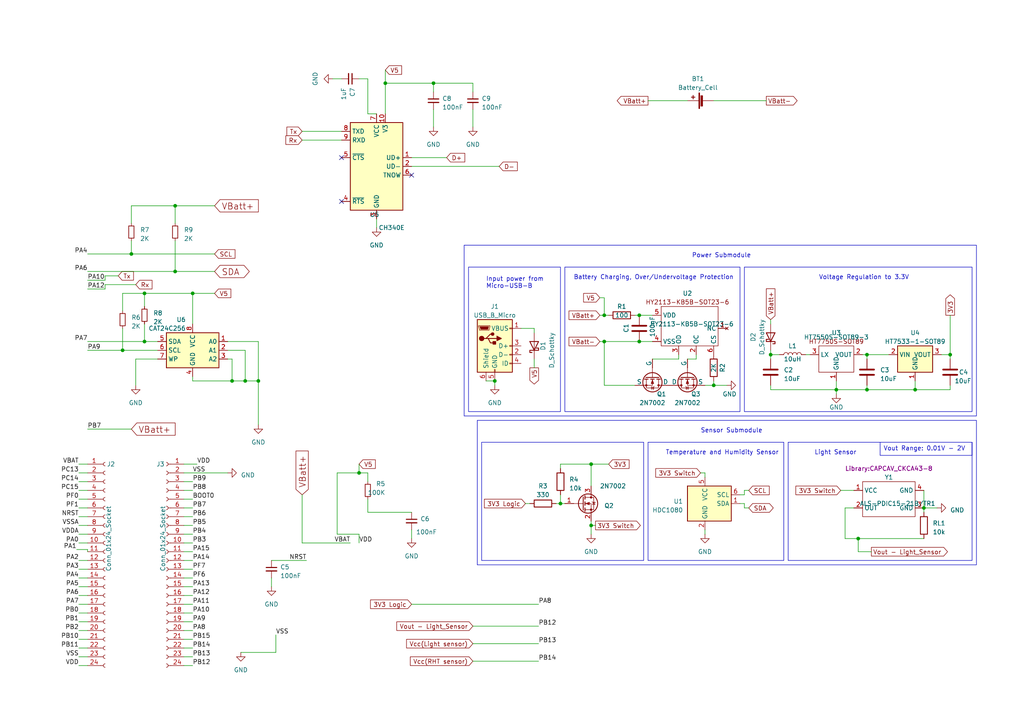
<source format=kicad_sch>
(kicad_sch (version 20230121) (generator eeschema)

  (uuid 0ca6047e-3a57-437d-8b18-e5fa2dae2991)

  (paper "A4")

  (title_block
    (title "HAT Sensor Schematic")
    (date "2023-03-14")
    (rev "2")
    (company "EEE3088F Project")
    (comment 1 "VSTMIC004")
    (comment 2 "NDXTRI021")
    (comment 3 "BYLSAM003")
  )

  (lib_symbols
    (symbol "Connector:Conn_01x24_Socket" (pin_names (offset 1.016) hide) (in_bom yes) (on_board yes)
      (property "Reference" "J" (at 0 30.48 0)
        (effects (font (size 1.27 1.27)))
      )
      (property "Value" "Conn_01x24_Socket" (at 0 -33.02 0)
        (effects (font (size 1.27 1.27)))
      )
      (property "Footprint" "" (at 0 0 0)
        (effects (font (size 1.27 1.27)) hide)
      )
      (property "Datasheet" "~" (at 0 0 0)
        (effects (font (size 1.27 1.27)) hide)
      )
      (property "ki_locked" "" (at 0 0 0)
        (effects (font (size 1.27 1.27)))
      )
      (property "ki_keywords" "connector" (at 0 0 0)
        (effects (font (size 1.27 1.27)) hide)
      )
      (property "ki_description" "Generic connector, single row, 01x24, script generated" (at 0 0 0)
        (effects (font (size 1.27 1.27)) hide)
      )
      (property "ki_fp_filters" "Connector*:*_1x??_*" (at 0 0 0)
        (effects (font (size 1.27 1.27)) hide)
      )
      (symbol "Conn_01x24_Socket_1_1"
        (arc (start 0 -29.972) (mid -0.5058 -30.48) (end 0 -30.988)
          (stroke (width 0.1524) (type default))
          (fill (type none))
        )
        (arc (start 0 -27.432) (mid -0.5058 -27.94) (end 0 -28.448)
          (stroke (width 0.1524) (type default))
          (fill (type none))
        )
        (arc (start 0 -24.892) (mid -0.5058 -25.4) (end 0 -25.908)
          (stroke (width 0.1524) (type default))
          (fill (type none))
        )
        (arc (start 0 -22.352) (mid -0.5058 -22.86) (end 0 -23.368)
          (stroke (width 0.1524) (type default))
          (fill (type none))
        )
        (arc (start 0 -19.812) (mid -0.5058 -20.32) (end 0 -20.828)
          (stroke (width 0.1524) (type default))
          (fill (type none))
        )
        (arc (start 0 -17.272) (mid -0.5058 -17.78) (end 0 -18.288)
          (stroke (width 0.1524) (type default))
          (fill (type none))
        )
        (arc (start 0 -14.732) (mid -0.5058 -15.24) (end 0 -15.748)
          (stroke (width 0.1524) (type default))
          (fill (type none))
        )
        (arc (start 0 -12.192) (mid -0.5058 -12.7) (end 0 -13.208)
          (stroke (width 0.1524) (type default))
          (fill (type none))
        )
        (arc (start 0 -9.652) (mid -0.5058 -10.16) (end 0 -10.668)
          (stroke (width 0.1524) (type default))
          (fill (type none))
        )
        (arc (start 0 -7.112) (mid -0.5058 -7.62) (end 0 -8.128)
          (stroke (width 0.1524) (type default))
          (fill (type none))
        )
        (arc (start 0 -4.572) (mid -0.5058 -5.08) (end 0 -5.588)
          (stroke (width 0.1524) (type default))
          (fill (type none))
        )
        (arc (start 0 -2.032) (mid -0.5058 -2.54) (end 0 -3.048)
          (stroke (width 0.1524) (type default))
          (fill (type none))
        )
        (polyline
          (pts
            (xy -1.27 -30.48)
            (xy -0.508 -30.48)
          )
          (stroke (width 0.1524) (type default))
          (fill (type none))
        )
        (polyline
          (pts
            (xy -1.27 -27.94)
            (xy -0.508 -27.94)
          )
          (stroke (width 0.1524) (type default))
          (fill (type none))
        )
        (polyline
          (pts
            (xy -1.27 -25.4)
            (xy -0.508 -25.4)
          )
          (stroke (width 0.1524) (type default))
          (fill (type none))
        )
        (polyline
          (pts
            (xy -1.27 -22.86)
            (xy -0.508 -22.86)
          )
          (stroke (width 0.1524) (type default))
          (fill (type none))
        )
        (polyline
          (pts
            (xy -1.27 -20.32)
            (xy -0.508 -20.32)
          )
          (stroke (width 0.1524) (type default))
          (fill (type none))
        )
        (polyline
          (pts
            (xy -1.27 -17.78)
            (xy -0.508 -17.78)
          )
          (stroke (width 0.1524) (type default))
          (fill (type none))
        )
        (polyline
          (pts
            (xy -1.27 -15.24)
            (xy -0.508 -15.24)
          )
          (stroke (width 0.1524) (type default))
          (fill (type none))
        )
        (polyline
          (pts
            (xy -1.27 -12.7)
            (xy -0.508 -12.7)
          )
          (stroke (width 0.1524) (type default))
          (fill (type none))
        )
        (polyline
          (pts
            (xy -1.27 -10.16)
            (xy -0.508 -10.16)
          )
          (stroke (width 0.1524) (type default))
          (fill (type none))
        )
        (polyline
          (pts
            (xy -1.27 -7.62)
            (xy -0.508 -7.62)
          )
          (stroke (width 0.1524) (type default))
          (fill (type none))
        )
        (polyline
          (pts
            (xy -1.27 -5.08)
            (xy -0.508 -5.08)
          )
          (stroke (width 0.1524) (type default))
          (fill (type none))
        )
        (polyline
          (pts
            (xy -1.27 -2.54)
            (xy -0.508 -2.54)
          )
          (stroke (width 0.1524) (type default))
          (fill (type none))
        )
        (polyline
          (pts
            (xy -1.27 0)
            (xy -0.508 0)
          )
          (stroke (width 0.1524) (type default))
          (fill (type none))
        )
        (polyline
          (pts
            (xy -1.27 2.54)
            (xy -0.508 2.54)
          )
          (stroke (width 0.1524) (type default))
          (fill (type none))
        )
        (polyline
          (pts
            (xy -1.27 5.08)
            (xy -0.508 5.08)
          )
          (stroke (width 0.1524) (type default))
          (fill (type none))
        )
        (polyline
          (pts
            (xy -1.27 7.62)
            (xy -0.508 7.62)
          )
          (stroke (width 0.1524) (type default))
          (fill (type none))
        )
        (polyline
          (pts
            (xy -1.27 10.16)
            (xy -0.508 10.16)
          )
          (stroke (width 0.1524) (type default))
          (fill (type none))
        )
        (polyline
          (pts
            (xy -1.27 12.7)
            (xy -0.508 12.7)
          )
          (stroke (width 0.1524) (type default))
          (fill (type none))
        )
        (polyline
          (pts
            (xy -1.27 15.24)
            (xy -0.508 15.24)
          )
          (stroke (width 0.1524) (type default))
          (fill (type none))
        )
        (polyline
          (pts
            (xy -1.27 17.78)
            (xy -0.508 17.78)
          )
          (stroke (width 0.1524) (type default))
          (fill (type none))
        )
        (polyline
          (pts
            (xy -1.27 20.32)
            (xy -0.508 20.32)
          )
          (stroke (width 0.1524) (type default))
          (fill (type none))
        )
        (polyline
          (pts
            (xy -1.27 22.86)
            (xy -0.508 22.86)
          )
          (stroke (width 0.1524) (type default))
          (fill (type none))
        )
        (polyline
          (pts
            (xy -1.27 25.4)
            (xy -0.508 25.4)
          )
          (stroke (width 0.1524) (type default))
          (fill (type none))
        )
        (polyline
          (pts
            (xy -1.27 27.94)
            (xy -0.508 27.94)
          )
          (stroke (width 0.1524) (type default))
          (fill (type none))
        )
        (arc (start 0 0.508) (mid -0.5058 0) (end 0 -0.508)
          (stroke (width 0.1524) (type default))
          (fill (type none))
        )
        (arc (start 0 3.048) (mid -0.5058 2.54) (end 0 2.032)
          (stroke (width 0.1524) (type default))
          (fill (type none))
        )
        (arc (start 0 5.588) (mid -0.5058 5.08) (end 0 4.572)
          (stroke (width 0.1524) (type default))
          (fill (type none))
        )
        (arc (start 0 8.128) (mid -0.5058 7.62) (end 0 7.112)
          (stroke (width 0.1524) (type default))
          (fill (type none))
        )
        (arc (start 0 10.668) (mid -0.5058 10.16) (end 0 9.652)
          (stroke (width 0.1524) (type default))
          (fill (type none))
        )
        (arc (start 0 13.208) (mid -0.5058 12.7) (end 0 12.192)
          (stroke (width 0.1524) (type default))
          (fill (type none))
        )
        (arc (start 0 15.748) (mid -0.5058 15.24) (end 0 14.732)
          (stroke (width 0.1524) (type default))
          (fill (type none))
        )
        (arc (start 0 18.288) (mid -0.5058 17.78) (end 0 17.272)
          (stroke (width 0.1524) (type default))
          (fill (type none))
        )
        (arc (start 0 20.828) (mid -0.5058 20.32) (end 0 19.812)
          (stroke (width 0.1524) (type default))
          (fill (type none))
        )
        (arc (start 0 23.368) (mid -0.5058 22.86) (end 0 22.352)
          (stroke (width 0.1524) (type default))
          (fill (type none))
        )
        (arc (start 0 25.908) (mid -0.5058 25.4) (end 0 24.892)
          (stroke (width 0.1524) (type default))
          (fill (type none))
        )
        (arc (start 0 28.448) (mid -0.5058 27.94) (end 0 27.432)
          (stroke (width 0.1524) (type default))
          (fill (type none))
        )
        (pin passive line (at -5.08 27.94 0) (length 3.81)
          (name "Pin_1" (effects (font (size 1.27 1.27))))
          (number "1" (effects (font (size 1.27 1.27))))
        )
        (pin passive line (at -5.08 5.08 0) (length 3.81)
          (name "Pin_10" (effects (font (size 1.27 1.27))))
          (number "10" (effects (font (size 1.27 1.27))))
        )
        (pin passive line (at -5.08 2.54 0) (length 3.81)
          (name "Pin_11" (effects (font (size 1.27 1.27))))
          (number "11" (effects (font (size 1.27 1.27))))
        )
        (pin passive line (at -5.08 0 0) (length 3.81)
          (name "Pin_12" (effects (font (size 1.27 1.27))))
          (number "12" (effects (font (size 1.27 1.27))))
        )
        (pin passive line (at -5.08 -2.54 0) (length 3.81)
          (name "Pin_13" (effects (font (size 1.27 1.27))))
          (number "13" (effects (font (size 1.27 1.27))))
        )
        (pin passive line (at -5.08 -5.08 0) (length 3.81)
          (name "Pin_14" (effects (font (size 1.27 1.27))))
          (number "14" (effects (font (size 1.27 1.27))))
        )
        (pin passive line (at -5.08 -7.62 0) (length 3.81)
          (name "Pin_15" (effects (font (size 1.27 1.27))))
          (number "15" (effects (font (size 1.27 1.27))))
        )
        (pin passive line (at -5.08 -10.16 0) (length 3.81)
          (name "Pin_16" (effects (font (size 1.27 1.27))))
          (number "16" (effects (font (size 1.27 1.27))))
        )
        (pin passive line (at -5.08 -12.7 0) (length 3.81)
          (name "Pin_17" (effects (font (size 1.27 1.27))))
          (number "17" (effects (font (size 1.27 1.27))))
        )
        (pin passive line (at -5.08 -15.24 0) (length 3.81)
          (name "Pin_18" (effects (font (size 1.27 1.27))))
          (number "18" (effects (font (size 1.27 1.27))))
        )
        (pin passive line (at -5.08 -17.78 0) (length 3.81)
          (name "Pin_19" (effects (font (size 1.27 1.27))))
          (number "19" (effects (font (size 1.27 1.27))))
        )
        (pin passive line (at -5.08 25.4 0) (length 3.81)
          (name "Pin_2" (effects (font (size 1.27 1.27))))
          (number "2" (effects (font (size 1.27 1.27))))
        )
        (pin passive line (at -5.08 -20.32 0) (length 3.81)
          (name "Pin_20" (effects (font (size 1.27 1.27))))
          (number "20" (effects (font (size 1.27 1.27))))
        )
        (pin passive line (at -5.08 -22.86 0) (length 3.81)
          (name "Pin_21" (effects (font (size 1.27 1.27))))
          (number "21" (effects (font (size 1.27 1.27))))
        )
        (pin passive line (at -5.08 -25.4 0) (length 3.81)
          (name "Pin_22" (effects (font (size 1.27 1.27))))
          (number "22" (effects (font (size 1.27 1.27))))
        )
        (pin passive line (at -5.08 -27.94 0) (length 3.81)
          (name "Pin_23" (effects (font (size 1.27 1.27))))
          (number "23" (effects (font (size 1.27 1.27))))
        )
        (pin passive line (at -5.08 -30.48 0) (length 3.81)
          (name "Pin_24" (effects (font (size 1.27 1.27))))
          (number "24" (effects (font (size 1.27 1.27))))
        )
        (pin passive line (at -5.08 22.86 0) (length 3.81)
          (name "Pin_3" (effects (font (size 1.27 1.27))))
          (number "3" (effects (font (size 1.27 1.27))))
        )
        (pin passive line (at -5.08 20.32 0) (length 3.81)
          (name "Pin_4" (effects (font (size 1.27 1.27))))
          (number "4" (effects (font (size 1.27 1.27))))
        )
        (pin passive line (at -5.08 17.78 0) (length 3.81)
          (name "Pin_5" (effects (font (size 1.27 1.27))))
          (number "5" (effects (font (size 1.27 1.27))))
        )
        (pin passive line (at -5.08 15.24 0) (length 3.81)
          (name "Pin_6" (effects (font (size 1.27 1.27))))
          (number "6" (effects (font (size 1.27 1.27))))
        )
        (pin passive line (at -5.08 12.7 0) (length 3.81)
          (name "Pin_7" (effects (font (size 1.27 1.27))))
          (number "7" (effects (font (size 1.27 1.27))))
        )
        (pin passive line (at -5.08 10.16 0) (length 3.81)
          (name "Pin_8" (effects (font (size 1.27 1.27))))
          (number "8" (effects (font (size 1.27 1.27))))
        )
        (pin passive line (at -5.08 7.62 0) (length 3.81)
          (name "Pin_9" (effects (font (size 1.27 1.27))))
          (number "9" (effects (font (size 1.27 1.27))))
        )
      )
    )
    (symbol "Connector:USB_B_Micro" (pin_names (offset 1.016)) (in_bom yes) (on_board yes)
      (property "Reference" "J" (at -5.08 11.43 0)
        (effects (font (size 1.27 1.27)) (justify left))
      )
      (property "Value" "USB_B_Micro" (at -5.08 8.89 0)
        (effects (font (size 1.27 1.27)) (justify left))
      )
      (property "Footprint" "" (at 3.81 -1.27 0)
        (effects (font (size 1.27 1.27)) hide)
      )
      (property "Datasheet" "~" (at 3.81 -1.27 0)
        (effects (font (size 1.27 1.27)) hide)
      )
      (property "ki_keywords" "connector USB micro" (at 0 0 0)
        (effects (font (size 1.27 1.27)) hide)
      )
      (property "ki_description" "USB Micro Type B connector" (at 0 0 0)
        (effects (font (size 1.27 1.27)) hide)
      )
      (property "ki_fp_filters" "USB*" (at 0 0 0)
        (effects (font (size 1.27 1.27)) hide)
      )
      (symbol "USB_B_Micro_0_1"
        (rectangle (start -5.08 -7.62) (end 5.08 7.62)
          (stroke (width 0.254) (type default))
          (fill (type background))
        )
        (circle (center -3.81 2.159) (radius 0.635)
          (stroke (width 0.254) (type default))
          (fill (type outline))
        )
        (circle (center -0.635 3.429) (radius 0.381)
          (stroke (width 0.254) (type default))
          (fill (type outline))
        )
        (rectangle (start -0.127 -7.62) (end 0.127 -6.858)
          (stroke (width 0) (type default))
          (fill (type none))
        )
        (polyline
          (pts
            (xy -1.905 2.159)
            (xy 0.635 2.159)
          )
          (stroke (width 0.254) (type default))
          (fill (type none))
        )
        (polyline
          (pts
            (xy -3.175 2.159)
            (xy -2.54 2.159)
            (xy -1.27 3.429)
            (xy -0.635 3.429)
          )
          (stroke (width 0.254) (type default))
          (fill (type none))
        )
        (polyline
          (pts
            (xy -2.54 2.159)
            (xy -1.905 2.159)
            (xy -1.27 0.889)
            (xy 0 0.889)
          )
          (stroke (width 0.254) (type default))
          (fill (type none))
        )
        (polyline
          (pts
            (xy 0.635 2.794)
            (xy 0.635 1.524)
            (xy 1.905 2.159)
            (xy 0.635 2.794)
          )
          (stroke (width 0.254) (type default))
          (fill (type outline))
        )
        (polyline
          (pts
            (xy -4.318 5.588)
            (xy -1.778 5.588)
            (xy -2.032 4.826)
            (xy -4.064 4.826)
            (xy -4.318 5.588)
          )
          (stroke (width 0) (type default))
          (fill (type outline))
        )
        (polyline
          (pts
            (xy -4.699 5.842)
            (xy -4.699 5.588)
            (xy -4.445 4.826)
            (xy -4.445 4.572)
            (xy -1.651 4.572)
            (xy -1.651 4.826)
            (xy -1.397 5.588)
            (xy -1.397 5.842)
            (xy -4.699 5.842)
          )
          (stroke (width 0) (type default))
          (fill (type none))
        )
        (rectangle (start 0.254 1.27) (end -0.508 0.508)
          (stroke (width 0.254) (type default))
          (fill (type outline))
        )
        (rectangle (start 5.08 -5.207) (end 4.318 -4.953)
          (stroke (width 0) (type default))
          (fill (type none))
        )
        (rectangle (start 5.08 -2.667) (end 4.318 -2.413)
          (stroke (width 0) (type default))
          (fill (type none))
        )
        (rectangle (start 5.08 -0.127) (end 4.318 0.127)
          (stroke (width 0) (type default))
          (fill (type none))
        )
        (rectangle (start 5.08 4.953) (end 4.318 5.207)
          (stroke (width 0) (type default))
          (fill (type none))
        )
      )
      (symbol "USB_B_Micro_1_1"
        (pin power_out line (at 7.62 5.08 180) (length 2.54)
          (name "VBUS" (effects (font (size 1.27 1.27))))
          (number "1" (effects (font (size 1.27 1.27))))
        )
        (pin bidirectional line (at 7.62 -2.54 180) (length 2.54)
          (name "D-" (effects (font (size 1.27 1.27))))
          (number "2" (effects (font (size 1.27 1.27))))
        )
        (pin bidirectional line (at 7.62 0 180) (length 2.54)
          (name "D+" (effects (font (size 1.27 1.27))))
          (number "3" (effects (font (size 1.27 1.27))))
        )
        (pin passive line (at 7.62 -5.08 180) (length 2.54)
          (name "ID" (effects (font (size 1.27 1.27))))
          (number "4" (effects (font (size 1.27 1.27))))
        )
        (pin power_out line (at 0 -10.16 90) (length 2.54)
          (name "GND" (effects (font (size 1.27 1.27))))
          (number "5" (effects (font (size 1.27 1.27))))
        )
        (pin passive line (at -2.54 -10.16 90) (length 2.54)
          (name "Shield" (effects (font (size 1.27 1.27))))
          (number "6" (effects (font (size 1.27 1.27))))
        )
      )
    )
    (symbol "Device:Battery_Cell" (pin_numbers hide) (pin_names (offset 0) hide) (in_bom yes) (on_board yes)
      (property "Reference" "BT" (at 2.54 2.54 0)
        (effects (font (size 1.27 1.27)) (justify left))
      )
      (property "Value" "Battery_Cell" (at 2.54 0 0)
        (effects (font (size 1.27 1.27)) (justify left))
      )
      (property "Footprint" "" (at 0 1.524 90)
        (effects (font (size 1.27 1.27)) hide)
      )
      (property "Datasheet" "~" (at 0 1.524 90)
        (effects (font (size 1.27 1.27)) hide)
      )
      (property "ki_keywords" "battery cell" (at 0 0 0)
        (effects (font (size 1.27 1.27)) hide)
      )
      (property "ki_description" "Single-cell battery" (at 0 0 0)
        (effects (font (size 1.27 1.27)) hide)
      )
      (symbol "Battery_Cell_0_1"
        (rectangle (start -2.286 1.778) (end 2.286 1.524)
          (stroke (width 0) (type default))
          (fill (type outline))
        )
        (rectangle (start -1.5748 1.1938) (end 1.4732 0.6858)
          (stroke (width 0) (type default))
          (fill (type outline))
        )
        (polyline
          (pts
            (xy 0 0.762)
            (xy 0 0)
          )
          (stroke (width 0) (type default))
          (fill (type none))
        )
        (polyline
          (pts
            (xy 0 1.778)
            (xy 0 2.54)
          )
          (stroke (width 0) (type default))
          (fill (type none))
        )
        (polyline
          (pts
            (xy 0.508 3.429)
            (xy 1.524 3.429)
          )
          (stroke (width 0.254) (type default))
          (fill (type none))
        )
        (polyline
          (pts
            (xy 1.016 3.937)
            (xy 1.016 2.921)
          )
          (stroke (width 0.254) (type default))
          (fill (type none))
        )
      )
      (symbol "Battery_Cell_1_1"
        (pin passive line (at 0 5.08 270) (length 2.54)
          (name "+" (effects (font (size 1.27 1.27))))
          (number "1" (effects (font (size 1.27 1.27))))
        )
        (pin passive line (at 0 -2.54 90) (length 2.54)
          (name "-" (effects (font (size 1.27 1.27))))
          (number "2" (effects (font (size 1.27 1.27))))
        )
      )
    )
    (symbol "Device:C" (pin_numbers hide) (pin_names (offset 0.254)) (in_bom yes) (on_board yes)
      (property "Reference" "C" (at 0.635 2.54 0)
        (effects (font (size 1.27 1.27)) (justify left))
      )
      (property "Value" "C" (at 0.635 -2.54 0)
        (effects (font (size 1.27 1.27)) (justify left))
      )
      (property "Footprint" "" (at 0.9652 -3.81 0)
        (effects (font (size 1.27 1.27)) hide)
      )
      (property "Datasheet" "~" (at 0 0 0)
        (effects (font (size 1.27 1.27)) hide)
      )
      (property "ki_keywords" "cap capacitor" (at 0 0 0)
        (effects (font (size 1.27 1.27)) hide)
      )
      (property "ki_description" "Unpolarized capacitor" (at 0 0 0)
        (effects (font (size 1.27 1.27)) hide)
      )
      (property "ki_fp_filters" "C_*" (at 0 0 0)
        (effects (font (size 1.27 1.27)) hide)
      )
      (symbol "C_0_1"
        (polyline
          (pts
            (xy -2.032 -0.762)
            (xy 2.032 -0.762)
          )
          (stroke (width 0.508) (type default))
          (fill (type none))
        )
        (polyline
          (pts
            (xy -2.032 0.762)
            (xy 2.032 0.762)
          )
          (stroke (width 0.508) (type default))
          (fill (type none))
        )
      )
      (symbol "C_1_1"
        (pin passive line (at 0 3.81 270) (length 2.794)
          (name "~" (effects (font (size 1.27 1.27))))
          (number "1" (effects (font (size 1.27 1.27))))
        )
        (pin passive line (at 0 -3.81 90) (length 2.794)
          (name "~" (effects (font (size 1.27 1.27))))
          (number "2" (effects (font (size 1.27 1.27))))
        )
      )
    )
    (symbol "Device:C_Small" (pin_numbers hide) (pin_names (offset 0.254) hide) (in_bom yes) (on_board yes)
      (property "Reference" "C" (at 0.254 1.778 0)
        (effects (font (size 1.27 1.27)) (justify left))
      )
      (property "Value" "C_Small" (at 0.254 -2.032 0)
        (effects (font (size 1.27 1.27)) (justify left))
      )
      (property "Footprint" "" (at 0 0 0)
        (effects (font (size 1.27 1.27)) hide)
      )
      (property "Datasheet" "~" (at 0 0 0)
        (effects (font (size 1.27 1.27)) hide)
      )
      (property "ki_keywords" "capacitor cap" (at 0 0 0)
        (effects (font (size 1.27 1.27)) hide)
      )
      (property "ki_description" "Unpolarized capacitor, small symbol" (at 0 0 0)
        (effects (font (size 1.27 1.27)) hide)
      )
      (property "ki_fp_filters" "C_*" (at 0 0 0)
        (effects (font (size 1.27 1.27)) hide)
      )
      (symbol "C_Small_0_1"
        (polyline
          (pts
            (xy -1.524 -0.508)
            (xy 1.524 -0.508)
          )
          (stroke (width 0.3302) (type default))
          (fill (type none))
        )
        (polyline
          (pts
            (xy -1.524 0.508)
            (xy 1.524 0.508)
          )
          (stroke (width 0.3048) (type default))
          (fill (type none))
        )
      )
      (symbol "C_Small_1_1"
        (pin passive line (at 0 2.54 270) (length 2.032)
          (name "~" (effects (font (size 1.27 1.27))))
          (number "1" (effects (font (size 1.27 1.27))))
        )
        (pin passive line (at 0 -2.54 90) (length 2.032)
          (name "~" (effects (font (size 1.27 1.27))))
          (number "2" (effects (font (size 1.27 1.27))))
        )
      )
    )
    (symbol "Device:D_Schottky" (pin_numbers hide) (pin_names (offset 1.016) hide) (in_bom yes) (on_board yes)
      (property "Reference" "D" (at 0 2.54 0)
        (effects (font (size 1.27 1.27)))
      )
      (property "Value" "D_Schottky" (at 0 -2.54 0)
        (effects (font (size 1.27 1.27)))
      )
      (property "Footprint" "" (at 0 0 0)
        (effects (font (size 1.27 1.27)) hide)
      )
      (property "Datasheet" "~" (at 0 0 0)
        (effects (font (size 1.27 1.27)) hide)
      )
      (property "ki_keywords" "diode Schottky" (at 0 0 0)
        (effects (font (size 1.27 1.27)) hide)
      )
      (property "ki_description" "Schottky diode" (at 0 0 0)
        (effects (font (size 1.27 1.27)) hide)
      )
      (property "ki_fp_filters" "TO-???* *_Diode_* *SingleDiode* D_*" (at 0 0 0)
        (effects (font (size 1.27 1.27)) hide)
      )
      (symbol "D_Schottky_0_1"
        (polyline
          (pts
            (xy 1.27 0)
            (xy -1.27 0)
          )
          (stroke (width 0) (type default))
          (fill (type none))
        )
        (polyline
          (pts
            (xy 1.27 1.27)
            (xy 1.27 -1.27)
            (xy -1.27 0)
            (xy 1.27 1.27)
          )
          (stroke (width 0.254) (type default))
          (fill (type none))
        )
        (polyline
          (pts
            (xy -1.905 0.635)
            (xy -1.905 1.27)
            (xy -1.27 1.27)
            (xy -1.27 -1.27)
            (xy -0.635 -1.27)
            (xy -0.635 -0.635)
          )
          (stroke (width 0.254) (type default))
          (fill (type none))
        )
      )
      (symbol "D_Schottky_1_1"
        (pin passive line (at -3.81 0 0) (length 2.54)
          (name "K" (effects (font (size 1.27 1.27))))
          (number "1" (effects (font (size 1.27 1.27))))
        )
        (pin passive line (at 3.81 0 180) (length 2.54)
          (name "A" (effects (font (size 1.27 1.27))))
          (number "2" (effects (font (size 1.27 1.27))))
        )
      )
    )
    (symbol "Device:L" (pin_numbers hide) (pin_names (offset 1.016) hide) (in_bom yes) (on_board yes)
      (property "Reference" "L" (at -1.27 0 90)
        (effects (font (size 1.27 1.27)))
      )
      (property "Value" "L" (at 1.905 0 90)
        (effects (font (size 1.27 1.27)))
      )
      (property "Footprint" "" (at 0 0 0)
        (effects (font (size 1.27 1.27)) hide)
      )
      (property "Datasheet" "~" (at 0 0 0)
        (effects (font (size 1.27 1.27)) hide)
      )
      (property "ki_keywords" "inductor choke coil reactor magnetic" (at 0 0 0)
        (effects (font (size 1.27 1.27)) hide)
      )
      (property "ki_description" "Inductor" (at 0 0 0)
        (effects (font (size 1.27 1.27)) hide)
      )
      (property "ki_fp_filters" "Choke_* *Coil* Inductor_* L_*" (at 0 0 0)
        (effects (font (size 1.27 1.27)) hide)
      )
      (symbol "L_0_1"
        (arc (start 0 -2.54) (mid 0.6323 -1.905) (end 0 -1.27)
          (stroke (width 0) (type default))
          (fill (type none))
        )
        (arc (start 0 -1.27) (mid 0.6323 -0.635) (end 0 0)
          (stroke (width 0) (type default))
          (fill (type none))
        )
        (arc (start 0 0) (mid 0.6323 0.635) (end 0 1.27)
          (stroke (width 0) (type default))
          (fill (type none))
        )
        (arc (start 0 1.27) (mid 0.6323 1.905) (end 0 2.54)
          (stroke (width 0) (type default))
          (fill (type none))
        )
      )
      (symbol "L_1_1"
        (pin passive line (at 0 3.81 270) (length 1.27)
          (name "1" (effects (font (size 1.27 1.27))))
          (number "1" (effects (font (size 1.27 1.27))))
        )
        (pin passive line (at 0 -3.81 90) (length 1.27)
          (name "2" (effects (font (size 1.27 1.27))))
          (number "2" (effects (font (size 1.27 1.27))))
        )
      )
    )
    (symbol "Device:R" (pin_numbers hide) (pin_names (offset 0)) (in_bom yes) (on_board yes)
      (property "Reference" "R" (at 2.032 0 90)
        (effects (font (size 1.27 1.27)))
      )
      (property "Value" "R" (at 0 0 90)
        (effects (font (size 1.27 1.27)))
      )
      (property "Footprint" "" (at -1.778 0 90)
        (effects (font (size 1.27 1.27)) hide)
      )
      (property "Datasheet" "~" (at 0 0 0)
        (effects (font (size 1.27 1.27)) hide)
      )
      (property "ki_keywords" "R res resistor" (at 0 0 0)
        (effects (font (size 1.27 1.27)) hide)
      )
      (property "ki_description" "Resistor" (at 0 0 0)
        (effects (font (size 1.27 1.27)) hide)
      )
      (property "ki_fp_filters" "R_*" (at 0 0 0)
        (effects (font (size 1.27 1.27)) hide)
      )
      (symbol "R_0_1"
        (rectangle (start -1.016 -2.54) (end 1.016 2.54)
          (stroke (width 0.254) (type default))
          (fill (type none))
        )
      )
      (symbol "R_1_1"
        (pin passive line (at 0 3.81 270) (length 1.27)
          (name "~" (effects (font (size 1.27 1.27))))
          (number "1" (effects (font (size 1.27 1.27))))
        )
        (pin passive line (at 0 -3.81 90) (length 1.27)
          (name "~" (effects (font (size 1.27 1.27))))
          (number "2" (effects (font (size 1.27 1.27))))
        )
      )
    )
    (symbol "Device:R_Small" (pin_numbers hide) (pin_names (offset 0.254) hide) (in_bom yes) (on_board yes)
      (property "Reference" "R" (at 0.762 0.508 0)
        (effects (font (size 1.27 1.27)) (justify left))
      )
      (property "Value" "R_Small" (at 0.762 -1.016 0)
        (effects (font (size 1.27 1.27)) (justify left))
      )
      (property "Footprint" "" (at 0 0 0)
        (effects (font (size 1.27 1.27)) hide)
      )
      (property "Datasheet" "~" (at 0 0 0)
        (effects (font (size 1.27 1.27)) hide)
      )
      (property "ki_keywords" "R resistor" (at 0 0 0)
        (effects (font (size 1.27 1.27)) hide)
      )
      (property "ki_description" "Resistor, small symbol" (at 0 0 0)
        (effects (font (size 1.27 1.27)) hide)
      )
      (property "ki_fp_filters" "R_*" (at 0 0 0)
        (effects (font (size 1.27 1.27)) hide)
      )
      (symbol "R_Small_0_1"
        (rectangle (start -0.762 1.778) (end 0.762 -1.778)
          (stroke (width 0.2032) (type default))
          (fill (type none))
        )
      )
      (symbol "R_Small_1_1"
        (pin passive line (at 0 2.54 270) (length 0.762)
          (name "~" (effects (font (size 1.27 1.27))))
          (number "1" (effects (font (size 1.27 1.27))))
        )
        (pin passive line (at 0 -2.54 90) (length 0.762)
          (name "~" (effects (font (size 1.27 1.27))))
          (number "2" (effects (font (size 1.27 1.27))))
        )
      )
    )
    (symbol "Interface_USB:CH340E" (in_bom yes) (on_board yes)
      (property "Reference" "U" (at -5.08 13.97 0)
        (effects (font (size 1.27 1.27)) (justify right))
      )
      (property "Value" "CH340E" (at 1.27 13.97 0)
        (effects (font (size 1.27 1.27)) (justify left))
      )
      (property "Footprint" "Package_SO:MSOP-10_3x3mm_P0.5mm" (at 1.27 -13.97 0)
        (effects (font (size 1.27 1.27)) (justify left) hide)
      )
      (property "Datasheet" "https://www.mpja.com/download/35227cpdata.pdf" (at -8.89 20.32 0)
        (effects (font (size 1.27 1.27)) hide)
      )
      (property "ki_keywords" "USB UART Serial Converter Interface" (at 0 0 0)
        (effects (font (size 1.27 1.27)) hide)
      )
      (property "ki_description" "USB serial converter, UART, MSOP-10" (at 0 0 0)
        (effects (font (size 1.27 1.27)) hide)
      )
      (property "ki_fp_filters" "MSOP*3x3mm*P0.5mm*" (at 0 0 0)
        (effects (font (size 1.27 1.27)) hide)
      )
      (symbol "CH340E_0_1"
        (rectangle (start -7.62 12.7) (end 7.62 -12.7)
          (stroke (width 0.254) (type default))
          (fill (type background))
        )
      )
      (symbol "CH340E_1_1"
        (pin bidirectional line (at -10.16 2.54 0) (length 2.54)
          (name "UD+" (effects (font (size 1.27 1.27))))
          (number "1" (effects (font (size 1.27 1.27))))
        )
        (pin passive line (at -2.54 15.24 270) (length 2.54)
          (name "V3" (effects (font (size 1.27 1.27))))
          (number "10" (effects (font (size 1.27 1.27))))
        )
        (pin bidirectional line (at -10.16 0 0) (length 2.54)
          (name "UD-" (effects (font (size 1.27 1.27))))
          (number "2" (effects (font (size 1.27 1.27))))
        )
        (pin power_in line (at 0 -15.24 90) (length 2.54)
          (name "GND" (effects (font (size 1.27 1.27))))
          (number "3" (effects (font (size 1.27 1.27))))
        )
        (pin output line (at 10.16 -10.16 180) (length 2.54)
          (name "~{RTS}" (effects (font (size 1.27 1.27))))
          (number "4" (effects (font (size 1.27 1.27))))
        )
        (pin input line (at 10.16 2.54 180) (length 2.54)
          (name "~{CTS}" (effects (font (size 1.27 1.27))))
          (number "5" (effects (font (size 1.27 1.27))))
        )
        (pin output line (at -10.16 -2.54 0) (length 2.54)
          (name "TNOW" (effects (font (size 1.27 1.27))))
          (number "6" (effects (font (size 1.27 1.27))))
        )
        (pin power_in line (at 0 15.24 270) (length 2.54)
          (name "VCC" (effects (font (size 1.27 1.27))))
          (number "7" (effects (font (size 1.27 1.27))))
        )
        (pin output line (at 10.16 10.16 180) (length 2.54)
          (name "TXD" (effects (font (size 1.27 1.27))))
          (number "8" (effects (font (size 1.27 1.27))))
        )
        (pin input line (at 10.16 7.62 180) (length 2.54)
          (name "RXD" (effects (font (size 1.27 1.27))))
          (number "9" (effects (font (size 1.27 1.27))))
        )
      )
    )
    (symbol "Memory_EEPROM:CAT24C256" (in_bom yes) (on_board yes)
      (property "Reference" "U" (at -6.35 6.35 0)
        (effects (font (size 1.27 1.27)))
      )
      (property "Value" "CAT24C256" (at 1.27 6.35 0)
        (effects (font (size 1.27 1.27)) (justify left))
      )
      (property "Footprint" "" (at 0 0 0)
        (effects (font (size 1.27 1.27)) hide)
      )
      (property "Datasheet" "https://www.onsemi.cn/PowerSolutions/document/CAT24C256-D.PDF" (at 0 0 0)
        (effects (font (size 1.27 1.27)) hide)
      )
      (property "ki_keywords" "I2C EEPROM Serial 256kb" (at 0 0 0)
        (effects (font (size 1.27 1.27)) hide)
      )
      (property "ki_description" "256 kb CMOS Serial EEPROM, DIP-8/SOIC-8/TSSOP-8/DFN-8" (at 0 0 0)
        (effects (font (size 1.27 1.27)) hide)
      )
      (property "ki_fp_filters" "DIP*W7.62mm* SOIC*3.9x4.9mm* TSSOP*4.4x3mm*P0.65mm* DFN*3x2mm*P0.5mm*" (at 0 0 0)
        (effects (font (size 1.27 1.27)) hide)
      )
      (symbol "CAT24C256_1_1"
        (rectangle (start -7.62 5.08) (end 7.62 -5.08)
          (stroke (width 0.254) (type default))
          (fill (type background))
        )
        (pin input line (at -10.16 2.54 0) (length 2.54)
          (name "A0" (effects (font (size 1.27 1.27))))
          (number "1" (effects (font (size 1.27 1.27))))
        )
        (pin input line (at -10.16 0 0) (length 2.54)
          (name "A1" (effects (font (size 1.27 1.27))))
          (number "2" (effects (font (size 1.27 1.27))))
        )
        (pin input line (at -10.16 -2.54 0) (length 2.54)
          (name "A2" (effects (font (size 1.27 1.27))))
          (number "3" (effects (font (size 1.27 1.27))))
        )
        (pin power_in line (at 0 -7.62 90) (length 2.54)
          (name "GND" (effects (font (size 1.27 1.27))))
          (number "4" (effects (font (size 1.27 1.27))))
        )
        (pin bidirectional line (at 10.16 2.54 180) (length 2.54)
          (name "SDA" (effects (font (size 1.27 1.27))))
          (number "5" (effects (font (size 1.27 1.27))))
        )
        (pin input line (at 10.16 0 180) (length 2.54)
          (name "SCL" (effects (font (size 1.27 1.27))))
          (number "6" (effects (font (size 1.27 1.27))))
        )
        (pin input line (at 10.16 -2.54 180) (length 2.54)
          (name "WP" (effects (font (size 1.27 1.27))))
          (number "7" (effects (font (size 1.27 1.27))))
        )
        (pin power_in line (at 0 7.62 270) (length 2.54)
          (name "VCC" (effects (font (size 1.27 1.27))))
          (number "8" (effects (font (size 1.27 1.27))))
        )
      )
    )
    (symbol "New_Library:ALS-PDIC15-21B/TR8" (in_bom yes) (on_board yes)
      (property "Reference" "U" (at 2.54 -1.27 0)
        (effects (font (size 1.27 1.27)))
      )
      (property "Value" "" (at 2.54 -1.27 0)
        (effects (font (size 1.27 1.27)))
      )
      (property "Footprint" "" (at 2.54 -1.27 0)
        (effects (font (size 1.27 1.27)) hide)
      )
      (property "Datasheet" "" (at 2.54 -1.27 0)
        (effects (font (size 1.27 1.27)) hide)
      )
      (symbol "ALS-PDIC15-21B/TR8_0_1"
        (polyline
          (pts
            (xy -7.62 5.08)
            (xy -7.62 -5.08)
            (xy 7.62 -5.08)
            (xy 7.62 5.08)
            (xy -7.62 5.08)
          )
          (stroke (width 0) (type default))
          (fill (type none))
        )
      )
      (symbol "ALS-PDIC15-21B/TR8_1_1"
        (pin input line (at -10.16 2.54 0) (length 2.54)
          (name "VCC" (effects (font (size 1.27 1.27))))
          (number "1" (effects (font (size 1.27 1.27))))
        )
        (pin output line (at -10.16 -2.54 0) (length 2.54)
          (name "OUT" (effects (font (size 1.27 1.27))))
          (number "2" (effects (font (size 1.27 1.27))))
        )
        (pin input line (at 10.16 -2.54 180) (length 2.54)
          (name "GND" (effects (font (size 1.27 1.27))))
          (number "3" (effects (font (size 1.27 1.27))))
        )
        (pin input line (at 10.16 2.54 180) (length 2.54)
          (name "GND" (effects (font (size 1.27 1.27))))
          (number "4" (effects (font (size 1.27 1.27))))
        )
      )
    )
    (symbol "Regulator_Linear:HT75xx-1-SOT89" (in_bom yes) (on_board yes)
      (property "Reference" "U" (at -5.08 -3.81 0)
        (effects (font (size 1.27 1.27)) (justify left))
      )
      (property "Value" "HT75xx-1-SOT89" (at 0 6.35 0)
        (effects (font (size 1.27 1.27)))
      )
      (property "Footprint" "Package_TO_SOT_SMD:SOT-89-3" (at 0 8.255 0)
        (effects (font (size 1.27 1.27) italic) hide)
      )
      (property "Datasheet" "https://www.holtek.com/documents/10179/116711/HT75xx-1v250.pdf" (at 0 2.54 0)
        (effects (font (size 1.27 1.27)) hide)
      )
      (property "ki_keywords" "100mA LDO Regulator Fixed Positive" (at 0 0 0)
        (effects (font (size 1.27 1.27)) hide)
      )
      (property "ki_description" "100mA Low Dropout Voltage Regulator, Fixed Output, SOT89" (at 0 0 0)
        (effects (font (size 1.27 1.27)) hide)
      )
      (property "ki_fp_filters" "SOT?89*" (at 0 0 0)
        (effects (font (size 1.27 1.27)) hide)
      )
      (symbol "HT75xx-1-SOT89_0_1"
        (rectangle (start -5.08 5.08) (end 5.08 -2.54)
          (stroke (width 0.254) (type default))
          (fill (type background))
        )
      )
      (symbol "HT75xx-1-SOT89_1_1"
        (pin power_in line (at 0 -5.08 90) (length 2.54)
          (name "GND" (effects (font (size 1.27 1.27))))
          (number "1" (effects (font (size 1.27 1.27))))
        )
        (pin power_in line (at -7.62 2.54 0) (length 2.54)
          (name "VIN" (effects (font (size 1.27 1.27))))
          (number "2" (effects (font (size 1.27 1.27))))
        )
        (pin power_out line (at 7.62 2.54 180) (length 2.54)
          (name "VOUT" (effects (font (size 1.27 1.27))))
          (number "3" (effects (font (size 1.27 1.27))))
        )
      )
    )
    (symbol "Sensor_Humidity:HDC1080" (in_bom yes) (on_board yes)
      (property "Reference" "U" (at -6.35 6.35 0)
        (effects (font (size 1.27 1.27)))
      )
      (property "Value" "HDC1080" (at 3.81 6.35 0)
        (effects (font (size 1.27 1.27)))
      )
      (property "Footprint" "Package_SON:Texas_PWSON-N6" (at -1.27 -6.35 0)
        (effects (font (size 1.27 1.27)) (justify left) hide)
      )
      (property "Datasheet" "http://www.ti.com/lit/ds/symlink/hdc1080.pdf" (at -10.16 6.35 0)
        (effects (font (size 1.27 1.27)) hide)
      )
      (property "ki_keywords" "Temperature Humidity Sensor" (at 0 0 0)
        (effects (font (size 1.27 1.27)) hide)
      )
      (property "ki_description" "Low Power,High Accuracy Digital Humidity Sensor with Temperature Sensor" (at 0 0 0)
        (effects (font (size 1.27 1.27)) hide)
      )
      (property "ki_fp_filters" "Package*SON:Texas*PWSON*N6*" (at 0 0 0)
        (effects (font (size 1.27 1.27)) hide)
      )
      (symbol "HDC1080_0_1"
        (rectangle (start -7.62 5.08) (end 5.08 -5.08)
          (stroke (width 0.254) (type default))
          (fill (type background))
        )
      )
      (symbol "HDC1080_1_1"
        (pin bidirectional line (at 7.62 0 180) (length 2.54)
          (name "SDA" (effects (font (size 1.27 1.27))))
          (number "1" (effects (font (size 1.27 1.27))))
        )
        (pin power_in line (at -2.54 -7.62 90) (length 2.54)
          (name "GND" (effects (font (size 1.27 1.27))))
          (number "2" (effects (font (size 1.27 1.27))))
        )
        (pin no_connect line (at -7.62 0 0) (length 2.54) hide
          (name "NC" (effects (font (size 1.27 1.27))))
          (number "3" (effects (font (size 1.27 1.27))))
        )
        (pin no_connect line (at -7.62 -2.54 0) (length 2.54) hide
          (name "NC" (effects (font (size 1.27 1.27))))
          (number "4" (effects (font (size 1.27 1.27))))
        )
        (pin power_in line (at -2.54 7.62 270) (length 2.54)
          (name "VCC" (effects (font (size 1.27 1.27))))
          (number "5" (effects (font (size 1.27 1.27))))
        )
        (pin input line (at 7.62 2.54 180) (length 2.54)
          (name "SCL" (effects (font (size 1.27 1.27))))
          (number "6" (effects (font (size 1.27 1.27))))
        )
        (pin no_connect line (at -7.62 2.54 0) (length 2.54) hide
          (name "DAP" (effects (font (size 1.27 1.27))))
          (number "7" (effects (font (size 1.27 1.27))))
        )
      )
    )
    (symbol "Simulation_SPICE:NMOS" (pin_numbers hide) (pin_names (offset 0)) (in_bom yes) (on_board yes)
      (property "Reference" "Q" (at 5.08 1.27 0)
        (effects (font (size 1.27 1.27)) (justify left))
      )
      (property "Value" "NMOS" (at 5.08 -1.27 0)
        (effects (font (size 1.27 1.27)) (justify left))
      )
      (property "Footprint" "" (at 5.08 2.54 0)
        (effects (font (size 1.27 1.27)) hide)
      )
      (property "Datasheet" "https://ngspice.sourceforge.io/docs/ngspice-manual.pdf" (at 0 -12.7 0)
        (effects (font (size 1.27 1.27)) hide)
      )
      (property "Sim.Device" "NMOS" (at 0 -17.145 0)
        (effects (font (size 1.27 1.27)) hide)
      )
      (property "Sim.Type" "VDMOS" (at 0 -19.05 0)
        (effects (font (size 1.27 1.27)) hide)
      )
      (property "Sim.Pins" "1=D 2=G 3=S" (at 0 -15.24 0)
        (effects (font (size 1.27 1.27)) hide)
      )
      (property "ki_keywords" "transistor NMOS N-MOS N-MOSFET simulation" (at 0 0 0)
        (effects (font (size 1.27 1.27)) hide)
      )
      (property "ki_description" "N-MOSFET transistor, drain/source/gate" (at 0 0 0)
        (effects (font (size 1.27 1.27)) hide)
      )
      (symbol "NMOS_0_1"
        (polyline
          (pts
            (xy 0.254 0)
            (xy -2.54 0)
          )
          (stroke (width 0) (type default))
          (fill (type none))
        )
        (polyline
          (pts
            (xy 0.254 1.905)
            (xy 0.254 -1.905)
          )
          (stroke (width 0.254) (type default))
          (fill (type none))
        )
        (polyline
          (pts
            (xy 0.762 -1.27)
            (xy 0.762 -2.286)
          )
          (stroke (width 0.254) (type default))
          (fill (type none))
        )
        (polyline
          (pts
            (xy 0.762 0.508)
            (xy 0.762 -0.508)
          )
          (stroke (width 0.254) (type default))
          (fill (type none))
        )
        (polyline
          (pts
            (xy 0.762 2.286)
            (xy 0.762 1.27)
          )
          (stroke (width 0.254) (type default))
          (fill (type none))
        )
        (polyline
          (pts
            (xy 2.54 2.54)
            (xy 2.54 1.778)
          )
          (stroke (width 0) (type default))
          (fill (type none))
        )
        (polyline
          (pts
            (xy 2.54 -2.54)
            (xy 2.54 0)
            (xy 0.762 0)
          )
          (stroke (width 0) (type default))
          (fill (type none))
        )
        (polyline
          (pts
            (xy 0.762 -1.778)
            (xy 3.302 -1.778)
            (xy 3.302 1.778)
            (xy 0.762 1.778)
          )
          (stroke (width 0) (type default))
          (fill (type none))
        )
        (polyline
          (pts
            (xy 1.016 0)
            (xy 2.032 0.381)
            (xy 2.032 -0.381)
            (xy 1.016 0)
          )
          (stroke (width 0) (type default))
          (fill (type outline))
        )
        (polyline
          (pts
            (xy 2.794 0.508)
            (xy 2.921 0.381)
            (xy 3.683 0.381)
            (xy 3.81 0.254)
          )
          (stroke (width 0) (type default))
          (fill (type none))
        )
        (polyline
          (pts
            (xy 3.302 0.381)
            (xy 2.921 -0.254)
            (xy 3.683 -0.254)
            (xy 3.302 0.381)
          )
          (stroke (width 0) (type default))
          (fill (type none))
        )
        (circle (center 1.651 0) (radius 2.794)
          (stroke (width 0.254) (type default))
          (fill (type none))
        )
        (circle (center 2.54 -1.778) (radius 0.254)
          (stroke (width 0) (type default))
          (fill (type outline))
        )
        (circle (center 2.54 1.778) (radius 0.254)
          (stroke (width 0) (type default))
          (fill (type outline))
        )
      )
      (symbol "NMOS_1_1"
        (pin passive line (at 2.54 5.08 270) (length 2.54)
          (name "D" (effects (font (size 1.27 1.27))))
          (number "1" (effects (font (size 1.27 1.27))))
        )
        (pin input line (at -5.08 0 0) (length 2.54)
          (name "G" (effects (font (size 1.27 1.27))))
          (number "2" (effects (font (size 1.27 1.27))))
        )
        (pin passive line (at 2.54 -5.08 90) (length 2.54)
          (name "S" (effects (font (size 1.27 1.27))))
          (number "3" (effects (font (size 1.27 1.27))))
        )
      )
    )
    (symbol "Transistor_FET:2N7002" (pin_names hide) (in_bom yes) (on_board yes)
      (property "Reference" "Q" (at 5.08 1.905 0)
        (effects (font (size 1.27 1.27)) (justify left))
      )
      (property "Value" "2N7002" (at 5.08 0 0)
        (effects (font (size 1.27 1.27)) (justify left))
      )
      (property "Footprint" "Package_TO_SOT_SMD:SOT-23" (at 5.08 -1.905 0)
        (effects (font (size 1.27 1.27) italic) (justify left) hide)
      )
      (property "Datasheet" "https://www.onsemi.com/pub/Collateral/NDS7002A-D.PDF" (at 0 0 0)
        (effects (font (size 1.27 1.27)) (justify left) hide)
      )
      (property "ki_keywords" "N-Channel Switching MOSFET" (at 0 0 0)
        (effects (font (size 1.27 1.27)) hide)
      )
      (property "ki_description" "0.115A Id, 60V Vds, N-Channel MOSFET, SOT-23" (at 0 0 0)
        (effects (font (size 1.27 1.27)) hide)
      )
      (property "ki_fp_filters" "SOT?23*" (at 0 0 0)
        (effects (font (size 1.27 1.27)) hide)
      )
      (symbol "2N7002_0_1"
        (polyline
          (pts
            (xy 0.254 0)
            (xy -2.54 0)
          )
          (stroke (width 0) (type default))
          (fill (type none))
        )
        (polyline
          (pts
            (xy 0.254 1.905)
            (xy 0.254 -1.905)
          )
          (stroke (width 0.254) (type default))
          (fill (type none))
        )
        (polyline
          (pts
            (xy 0.762 -1.27)
            (xy 0.762 -2.286)
          )
          (stroke (width 0.254) (type default))
          (fill (type none))
        )
        (polyline
          (pts
            (xy 0.762 0.508)
            (xy 0.762 -0.508)
          )
          (stroke (width 0.254) (type default))
          (fill (type none))
        )
        (polyline
          (pts
            (xy 0.762 2.286)
            (xy 0.762 1.27)
          )
          (stroke (width 0.254) (type default))
          (fill (type none))
        )
        (polyline
          (pts
            (xy 2.54 2.54)
            (xy 2.54 1.778)
          )
          (stroke (width 0) (type default))
          (fill (type none))
        )
        (polyline
          (pts
            (xy 2.54 -2.54)
            (xy 2.54 0)
            (xy 0.762 0)
          )
          (stroke (width 0) (type default))
          (fill (type none))
        )
        (polyline
          (pts
            (xy 0.762 -1.778)
            (xy 3.302 -1.778)
            (xy 3.302 1.778)
            (xy 0.762 1.778)
          )
          (stroke (width 0) (type default))
          (fill (type none))
        )
        (polyline
          (pts
            (xy 1.016 0)
            (xy 2.032 0.381)
            (xy 2.032 -0.381)
            (xy 1.016 0)
          )
          (stroke (width 0) (type default))
          (fill (type outline))
        )
        (polyline
          (pts
            (xy 2.794 0.508)
            (xy 2.921 0.381)
            (xy 3.683 0.381)
            (xy 3.81 0.254)
          )
          (stroke (width 0) (type default))
          (fill (type none))
        )
        (polyline
          (pts
            (xy 3.302 0.381)
            (xy 2.921 -0.254)
            (xy 3.683 -0.254)
            (xy 3.302 0.381)
          )
          (stroke (width 0) (type default))
          (fill (type none))
        )
        (circle (center 1.651 0) (radius 2.794)
          (stroke (width 0.254) (type default))
          (fill (type none))
        )
        (circle (center 2.54 -1.778) (radius 0.254)
          (stroke (width 0) (type default))
          (fill (type outline))
        )
        (circle (center 2.54 1.778) (radius 0.254)
          (stroke (width 0) (type default))
          (fill (type outline))
        )
      )
      (symbol "2N7002_1_1"
        (pin input line (at -5.08 0 0) (length 2.54)
          (name "G" (effects (font (size 1.27 1.27))))
          (number "1" (effects (font (size 1.27 1.27))))
        )
        (pin passive line (at 2.54 -5.08 90) (length 2.54)
          (name "S" (effects (font (size 1.27 1.27))))
          (number "2" (effects (font (size 1.27 1.27))))
        )
        (pin passive line (at 2.54 5.08 270) (length 2.54)
          (name "D" (effects (font (size 1.27 1.27))))
          (number "3" (effects (font (size 1.27 1.27))))
        )
      )
    )
    (symbol "bm2:HT7750S" (in_bom yes) (on_board yes)
      (property "Reference" "U" (at -1.27 1.27 0)
        (effects (font (size 1.27 1.27)))
      )
      (property "Value" "" (at 0 0 0)
        (effects (font (size 1.27 1.27)))
      )
      (property "Footprint" "" (at 0 0 0)
        (effects (font (size 1.27 1.27)) hide)
      )
      (property "Datasheet" "" (at 0 0 0)
        (effects (font (size 1.27 1.27)) hide)
      )
      (symbol "HT7750S_0_1"
        (rectangle (start -5.08 -2.54) (end 5.08 -10.16)
          (stroke (width 0) (type default))
          (fill (type none))
        )
        (text "HT7750S-SOT89" (at 0 -1.27 0)
          (effects (font (size 1.27 1.27)))
        )
      )
      (symbol "HT7750S_1_1"
        (pin input line (at 0 -12.7 90) (length 2.54)
          (name "GND" (effects (font (size 1.27 1.27))))
          (number "1" (effects (font (size 1.27 1.27))))
        )
        (pin output line (at 7.62 -5.08 180) (length 2.54)
          (name "VOUT" (effects (font (size 1.27 1.27))))
          (number "2" (effects (font (size 1.27 1.27))))
        )
        (pin input line (at -7.62 -5.08 0) (length 2.54)
          (name "LX" (effects (font (size 1.27 1.27))))
          (number "3" (effects (font (size 1.27 1.27))))
        )
      )
    )
    (symbol "bm2:HY2113-KB5B" (in_bom yes) (on_board yes)
      (property "Reference" "U2" (at 11.43 6.35 0)
        (effects (font (size 1.27 1.27)))
      )
      (property "Value" "HY2113-KB5B" (at 12.7 -2.54 0)
        (effects (font (size 1.27 1.27)))
      )
      (property "Footprint" "Package_TO_SOT_SMD:SOT-23-6" (at 13.97 -5.08 0)
        (effects (font (size 1.27 1.27)) hide)
      )
      (property "Datasheet" "" (at 13.97 -5.08 0)
        (effects (font (size 1.27 1.27)) hide)
      )
      (symbol "HY2113-KB5B_0_1"
        (rectangle (start 3.81 2.54) (end 20.32 -8.89)
          (stroke (width 0) (type default))
          (fill (type none))
        )
        (text "HY2113-KB5B-SOT23-6" (at 11.43 3.81 0)
          (effects (font (size 1.27 1.27)))
        )
      )
      (symbol "HY2113-KB5B_1_1"
        (pin no_connect line (at 22.86 -3.81 180) (length 2.54)
          (name "NC" (effects (font (size 1.27 1.27))))
          (number "1" (effects (font (size 1.27 1.27))))
        )
        (pin output line (at 13.97 -11.43 90) (length 2.54)
          (name "OC" (effects (font (size 1.27 1.27))))
          (number "2" (effects (font (size 1.27 1.27))))
        )
        (pin output line (at 8.89 -11.43 90) (length 2.54)
          (name "OD" (effects (font (size 1.27 1.27))))
          (number "3" (effects (font (size 1.27 1.27))))
        )
        (pin input line (at 1.27 -7.62 0) (length 2.54)
          (name "VSS" (effects (font (size 1.27 1.27))))
          (number "4" (effects (font (size 1.27 1.27))))
        )
        (pin input line (at 1.27 0 0) (length 2.54)
          (name "VDD" (effects (font (size 1.27 1.27))))
          (number "5" (effects (font (size 1.27 1.27))))
        )
        (pin input line (at 19.05 -11.43 90) (length 2.54)
          (name "CS" (effects (font (size 1.27 1.27))))
          (number "6" (effects (font (size 1.27 1.27))))
        )
      )
    )
    (symbol "power:GND" (power) (pin_names (offset 0)) (in_bom yes) (on_board yes)
      (property "Reference" "#PWR" (at 0 -6.35 0)
        (effects (font (size 1.27 1.27)) hide)
      )
      (property "Value" "GND" (at 0 -3.81 0)
        (effects (font (size 1.27 1.27)))
      )
      (property "Footprint" "" (at 0 0 0)
        (effects (font (size 1.27 1.27)) hide)
      )
      (property "Datasheet" "" (at 0 0 0)
        (effects (font (size 1.27 1.27)) hide)
      )
      (property "ki_keywords" "global power" (at 0 0 0)
        (effects (font (size 1.27 1.27)) hide)
      )
      (property "ki_description" "Power symbol creates a global label with name \"GND\" , ground" (at 0 0 0)
        (effects (font (size 1.27 1.27)) hide)
      )
      (symbol "GND_0_1"
        (polyline
          (pts
            (xy 0 0)
            (xy 0 -1.27)
            (xy 1.27 -1.27)
            (xy 0 -2.54)
            (xy -1.27 -1.27)
            (xy 0 -1.27)
          )
          (stroke (width 0) (type default))
          (fill (type none))
        )
      )
      (symbol "GND_1_1"
        (pin power_in line (at 0 0 270) (length 0) hide
          (name "GND" (effects (font (size 1.27 1.27))))
          (number "1" (effects (font (size 1.27 1.27))))
        )
      )
    )
  )

  (junction (at 35.56 101.6) (diameter 0) (color 0 0 0 0)
    (uuid 01055f34-f721-4868-ac9c-4835042088a7)
  )
  (junction (at 104.14 137.16) (diameter 0) (color 0 0 0 0)
    (uuid 1149eb80-341d-42f8-9550-cd4b96ebae64)
  )
  (junction (at 171.45 134.62) (diameter 0) (color 0 0 0 0)
    (uuid 1b7d92e4-f451-4c05-b782-f12c99ca93fd)
  )
  (junction (at 275.59 102.87) (diameter 0) (color 0 0 0 0)
    (uuid 1c868bd5-c3cc-4656-b94e-e92270486f08)
  )
  (junction (at 171.45 152.4) (diameter 0) (color 0 0 0 0)
    (uuid 34dffce8-19c0-4129-b8c7-62c4166898d3)
  )
  (junction (at 111.76 24.13) (diameter 0) (color 0 0 0 0)
    (uuid 38611135-d6e9-4aed-b7b2-d6dc190ed3d6)
  )
  (junction (at 185.42 99.06) (diameter 0) (color 0 0 0 0)
    (uuid 3e993a40-1544-42b6-b1b0-e5b34f9b966f)
  )
  (junction (at 242.57 113.03) (diameter 0) (color 0 0 0 0)
    (uuid 4c9f85b3-28eb-4991-a938-6ac4df8c4cee)
  )
  (junction (at 185.42 91.44) (diameter 0) (color 0 0 0 0)
    (uuid 59312b55-1da3-4a28-bf2d-55e12916b0aa)
  )
  (junction (at 162.56 146.05) (diameter 0) (color 0 0 0 0)
    (uuid 5b822cd0-30f5-4668-9aee-b667c8e89eb4)
  )
  (junction (at 38.1 73.66) (diameter 0) (color 0 0 0 0)
    (uuid 5c1f8a7c-2d4c-4d71-9565-9bee8d2b84ff)
  )
  (junction (at 251.46 102.87) (diameter 0) (color 0 0 0 0)
    (uuid 6a7472b0-c052-4b17-96f7-8683886cd398)
  )
  (junction (at 55.88 85.09) (diameter 0) (color 0 0 0 0)
    (uuid 7372caf3-b13a-40e6-b4ed-a7998f3ae298)
  )
  (junction (at 50.8 59.69) (diameter 0) (color 0 0 0 0)
    (uuid 8a08142c-2dcd-4b7c-9a1d-481122f55d1d)
  )
  (junction (at 175.26 91.44) (diameter 0) (color 0 0 0 0)
    (uuid 8fa0aa88-20c9-41ab-8511-817c7c849054)
  )
  (junction (at 143.51 110.49) (diameter 0) (color 0 0 0 0)
    (uuid 92d60529-2684-4b30-9a28-6a1e2e561123)
  )
  (junction (at 71.12 110.49) (diameter 0) (color 0 0 0 0)
    (uuid 953d013e-7898-43fe-8b33-16a7db7cb7e2)
  )
  (junction (at 175.26 99.06) (diameter 0) (color 0 0 0 0)
    (uuid 9d5717a7-ecb1-4ee4-9f93-bd55bdb92b4c)
  )
  (junction (at 267.97 147.32) (diameter 0) (color 0 0 0 0)
    (uuid a50224fe-cfba-454a-ac4d-7f74f256acfd)
  )
  (junction (at 265.43 113.03) (diameter 0) (color 0 0 0 0)
    (uuid af8d2ad7-e05c-4b29-a0d1-dc42282cbc3c)
  )
  (junction (at 207.01 111.76) (diameter 0) (color 0 0 0 0)
    (uuid b65a08ed-8386-477b-95a5-7134a82c2870)
  )
  (junction (at 41.91 85.09) (diameter 0) (color 0 0 0 0)
    (uuid b7d7a306-489f-4693-b8bd-452844c04092)
  )
  (junction (at 50.8 78.74) (diameter 0) (color 0 0 0 0)
    (uuid c409e02d-00f2-4164-a145-9a6be48e1ee0)
  )
  (junction (at 67.31 110.49) (diameter 0) (color 0 0 0 0)
    (uuid c4b62d10-a2c5-49a2-88b1-d293b4b67f05)
  )
  (junction (at 223.52 102.87) (diameter 0) (color 0 0 0 0)
    (uuid ca06b20e-afdb-4d79-8b00-5f5d2504e3c7)
  )
  (junction (at 125.73 24.13) (diameter 0) (color 0 0 0 0)
    (uuid ce4f7baa-aca5-4947-8ba9-26e90bb13a5b)
  )
  (junction (at 41.91 99.06) (diameter 0) (color 0 0 0 0)
    (uuid d467fcbb-3ea4-4417-9579-9394d7a2f9d3)
  )
  (junction (at 74.93 110.49) (diameter 0) (color 0 0 0 0)
    (uuid f08d1e05-307a-4c60-b703-0fd9c4c9bcb6)
  )
  (junction (at 251.46 113.03) (diameter 0) (color 0 0 0 0)
    (uuid f1d88ed8-6671-4546-a5ad-ec891bac584a)
  )
  (junction (at 248.92 156.21) (diameter 0) (color 0 0 0 0)
    (uuid ffeb5328-5736-4109-b83b-e9a1f6919e7f)
  )

  (no_connect (at 119.38 50.8) (uuid 12a0bbfd-bd05-45f1-bdf1-44785962bc2e))
  (no_connect (at 99.06 58.42) (uuid 5bb028ba-8585-4151-9133-72bb36f4096f))
  (no_connect (at 99.06 45.72) (uuid 88571b93-16a0-43e5-9cbd-80dbdddfbf49))

  (wire (pts (xy 38.1 73.66) (xy 62.23 73.66))
    (stroke (width 0) (type default))
    (uuid 007729b3-e871-4fd2-8b00-ca950aa654bc)
  )
  (wire (pts (xy 250.19 102.87) (xy 251.46 102.87))
    (stroke (width 0) (type default))
    (uuid 00ab1365-7b07-4cf1-ac2d-18b239ed351d)
  )
  (wire (pts (xy 25.4 142.24) (xy 22.86 142.24))
    (stroke (width 0) (type default))
    (uuid 038ee510-5332-49c9-a043-cb2ef613b70e)
  )
  (wire (pts (xy 25.4 144.78) (xy 22.86 144.78))
    (stroke (width 0) (type default))
    (uuid 03925751-6732-43a1-86b6-f34f622be7b5)
  )
  (wire (pts (xy 171.45 152.4) (xy 171.45 154.94))
    (stroke (width 0) (type default))
    (uuid 03d6cdfb-dcf3-476b-9329-90896ae706f2)
  )
  (wire (pts (xy 119.38 48.26) (xy 144.78 48.26))
    (stroke (width 0) (type default))
    (uuid 06cb7b82-b7b6-477f-b888-03a8553707ae)
  )
  (wire (pts (xy 38.1 59.69) (xy 50.8 59.69))
    (stroke (width 0) (type default))
    (uuid 0a52e04e-afb0-42d9-a9b4-81eb631260e3)
  )
  (wire (pts (xy 104.14 154.94) (xy 104.14 157.48))
    (stroke (width 0) (type default))
    (uuid 0a935ef7-b555-42f3-a15f-958b397b2abe)
  )
  (wire (pts (xy 53.34 134.62) (xy 57.15 134.62))
    (stroke (width 0) (type default))
    (uuid 0c6905f6-7046-47c7-ada4-d086dfa0547d)
  )
  (wire (pts (xy 104.14 137.16) (xy 106.68 137.16))
    (stroke (width 0) (type default))
    (uuid 105567a1-28d2-4292-b19e-53398da5779d)
  )
  (wire (pts (xy 41.91 99.06) (xy 45.72 99.06))
    (stroke (width 0) (type default))
    (uuid 10c0bbcc-048c-4220-bcc7-bdda7d048145)
  )
  (wire (pts (xy 223.52 101.6) (xy 223.52 102.87))
    (stroke (width 0) (type default))
    (uuid 11a11dd9-a92d-44c1-b9c3-8167f5fadfde)
  )
  (wire (pts (xy 25.4 175.26) (xy 22.86 175.26))
    (stroke (width 0) (type default))
    (uuid 11e65e9c-a6c6-4b48-b533-8172b6be898a)
  )
  (wire (pts (xy 55.88 185.42) (xy 53.34 185.42))
    (stroke (width 0) (type default))
    (uuid 121ec7ad-1ce3-4f05-a468-b1ceaaaab183)
  )
  (wire (pts (xy 204.47 153.67) (xy 204.47 154.94))
    (stroke (width 0) (type default))
    (uuid 12b3115f-d074-4de0-b3e9-cee8d91830fb)
  )
  (wire (pts (xy 247.65 147.32) (xy 245.11 147.32))
    (stroke (width 0) (type default))
    (uuid 132b47ae-7a0d-4754-9201-330b03554d13)
  )
  (wire (pts (xy 189.23 104.14) (xy 196.85 104.14))
    (stroke (width 0) (type default))
    (uuid 13911631-b2c1-4f91-9beb-7eee0ad23afd)
  )
  (wire (pts (xy 223.52 113.03) (xy 242.57 113.03))
    (stroke (width 0) (type default))
    (uuid 13a0aaed-3d27-4a80-b92a-a8478cb37295)
  )
  (wire (pts (xy 215.9 147.32) (xy 217.17 147.32))
    (stroke (width 0) (type default))
    (uuid 13d3ef4d-4444-4f6d-b903-51c358ae2200)
  )
  (wire (pts (xy 207.01 29.21) (xy 222.25 29.21))
    (stroke (width 0) (type default))
    (uuid 1420a01f-e99d-49b0-af2e-d8d4ab637c1f)
  )
  (wire (pts (xy 50.8 78.74) (xy 62.23 78.74))
    (stroke (width 0) (type default))
    (uuid 16116fd6-4cf8-4b01-be0c-5173accb55f7)
  )
  (wire (pts (xy 173.99 91.44) (xy 175.26 91.44))
    (stroke (width 0) (type default))
    (uuid 164f58c9-0493-4719-886a-85b9c0b1ef13)
  )
  (wire (pts (xy 207.01 110.49) (xy 207.01 111.76))
    (stroke (width 0) (type default))
    (uuid 171d4388-62ee-4a4d-95d3-d96a42fbe4ec)
  )
  (wire (pts (xy 207.01 111.76) (xy 210.82 111.76))
    (stroke (width 0) (type default))
    (uuid 1bff21e7-43db-4d78-b1ea-7654f65badec)
  )
  (wire (pts (xy 137.16 31.75) (xy 137.16 36.83))
    (stroke (width 0) (type default))
    (uuid 1c1cc666-4929-499a-8b33-2d52077ab947)
  )
  (wire (pts (xy 267.97 142.24) (xy 267.97 147.32))
    (stroke (width 0) (type default))
    (uuid 1c4afdcd-5d29-4204-8a6f-3b81ce52fb1d)
  )
  (wire (pts (xy 267.97 147.32) (xy 267.97 148.59))
    (stroke (width 0) (type default))
    (uuid 1cb94e17-c175-4613-83dd-7c9272f95787)
  )
  (wire (pts (xy 55.88 139.7) (xy 53.34 139.7))
    (stroke (width 0) (type default))
    (uuid 1cbb561e-56fc-43b4-966f-c5befecb0b2e)
  )
  (wire (pts (xy 109.22 33.02) (xy 106.68 33.02))
    (stroke (width 0) (type default))
    (uuid 205edf06-7ddb-42b7-ae59-712256764017)
  )
  (wire (pts (xy 35.56 95.25) (xy 35.56 101.6))
    (stroke (width 0) (type default))
    (uuid 20e82df3-29be-4b63-bcfa-e6981a38a790)
  )
  (wire (pts (xy 119.38 175.26) (xy 156.21 175.26))
    (stroke (width 0) (type default))
    (uuid 21afe86e-d9e2-44f9-bd3c-b790197859a2)
  )
  (wire (pts (xy 106.68 139.7) (xy 106.68 137.16))
    (stroke (width 0) (type default))
    (uuid 22c05417-fc18-490a-9039-2c9abc25e6b5)
  )
  (wire (pts (xy 67.31 104.14) (xy 67.31 110.49))
    (stroke (width 0) (type default))
    (uuid 257e2185-76b3-4d99-836d-e2ca8f28d1a7)
  )
  (wire (pts (xy 55.88 154.94) (xy 53.34 154.94))
    (stroke (width 0) (type default))
    (uuid 26175899-f38a-4a82-8b18-8bad3c0b27bc)
  )
  (wire (pts (xy 55.88 142.24) (xy 53.34 142.24))
    (stroke (width 0) (type default))
    (uuid 2662e07a-dffd-4221-bcf2-b78c24c1eace)
  )
  (wire (pts (xy 129.54 45.72) (xy 119.38 45.72))
    (stroke (width 0) (type default))
    (uuid 27c51629-e3a6-4012-918d-ba1e0947711b)
  )
  (wire (pts (xy 25.4 170.18) (xy 22.86 170.18))
    (stroke (width 0) (type default))
    (uuid 284b748b-9497-435d-800c-3b8ab82bc48d)
  )
  (wire (pts (xy 248.92 156.21) (xy 245.11 156.21))
    (stroke (width 0) (type default))
    (uuid 28e196bd-5f31-41ec-8237-f8e67da5e335)
  )
  (wire (pts (xy 215.9 142.24) (xy 215.9 143.51))
    (stroke (width 0) (type default))
    (uuid 299739cb-f9a3-48ce-b894-4a383adef5b2)
  )
  (wire (pts (xy 39.37 104.14) (xy 39.37 111.76))
    (stroke (width 0) (type default))
    (uuid 29aaf9e7-f7f1-4818-9bda-36673e29e742)
  )
  (wire (pts (xy 25.4 177.8) (xy 22.86 177.8))
    (stroke (width 0) (type default))
    (uuid 2ad2b842-e74b-4085-bdfa-1f5d66b38711)
  )
  (wire (pts (xy 41.91 93.98) (xy 41.91 99.06))
    (stroke (width 0) (type default))
    (uuid 2bc72d6c-5160-42f1-81a0-cccb7e287ca9)
  )
  (wire (pts (xy 45.72 104.14) (xy 39.37 104.14))
    (stroke (width 0) (type default))
    (uuid 2cb9b5f7-d00d-4016-ab34-6ef4c02c016a)
  )
  (wire (pts (xy 25.4 147.32) (xy 22.86 147.32))
    (stroke (width 0) (type default))
    (uuid 2e5cae75-7614-4345-8f58-37698eb85f71)
  )
  (wire (pts (xy 275.59 91.44) (xy 275.59 102.87))
    (stroke (width 0) (type default))
    (uuid 2fff59a9-79e0-4b0c-b9fd-be5b9efbe871)
  )
  (wire (pts (xy 41.91 85.09) (xy 55.88 85.09))
    (stroke (width 0) (type default))
    (uuid 3055c004-17eb-466a-a1c8-60b0f240734f)
  )
  (wire (pts (xy 203.2 137.16) (xy 204.47 137.16))
    (stroke (width 0) (type default))
    (uuid 30dcf569-a47f-406f-aa40-008d15e7feff)
  )
  (wire (pts (xy 245.11 147.32) (xy 245.11 156.21))
    (stroke (width 0) (type default))
    (uuid 31664ec4-49ed-4113-86df-90433677e7f1)
  )
  (wire (pts (xy 106.68 22.86) (xy 106.68 33.02))
    (stroke (width 0) (type default))
    (uuid 31fd32a0-f9fa-435b-a293-0dac551d9d74)
  )
  (wire (pts (xy 196.85 104.14) (xy 196.85 102.87))
    (stroke (width 0) (type default))
    (uuid 33f9437c-5111-4852-af0f-58f7c63595b4)
  )
  (wire (pts (xy 55.88 182.88) (xy 53.34 182.88))
    (stroke (width 0) (type default))
    (uuid 352068fd-e13e-44c2-8c89-09ec8a1ac3ca)
  )
  (wire (pts (xy 22.86 134.62) (xy 25.4 134.62))
    (stroke (width 0) (type default))
    (uuid 383afc2d-dec8-485d-b05f-8baa39bc1c6a)
  )
  (wire (pts (xy 152.4 146.05) (xy 153.67 146.05))
    (stroke (width 0) (type default))
    (uuid 38496d75-8653-4f2b-b355-7562fade29f4)
  )
  (wire (pts (xy 251.46 102.87) (xy 251.46 104.14))
    (stroke (width 0) (type default))
    (uuid 38c4889c-2220-4d69-be30-d167371b5a4b)
  )
  (wire (pts (xy 25.4 182.88) (xy 22.86 182.88))
    (stroke (width 0) (type default))
    (uuid 3975dca8-2c6f-49e3-96a1-b3316e1d86c0)
  )
  (wire (pts (xy 185.42 99.06) (xy 189.23 99.06))
    (stroke (width 0) (type default))
    (uuid 3ac9fdad-80fd-4491-9630-ef0b1039137f)
  )
  (wire (pts (xy 35.56 101.6) (xy 45.72 101.6))
    (stroke (width 0) (type default))
    (uuid 3e70079b-d463-4236-a82e-58007a01b4fe)
  )
  (wire (pts (xy 25.4 167.64) (xy 22.86 167.64))
    (stroke (width 0) (type default))
    (uuid 3edd91c1-252f-4249-bc91-dfa7f0c4b84c)
  )
  (wire (pts (xy 25.4 187.96) (xy 22.86 187.96))
    (stroke (width 0) (type default))
    (uuid 3fc01396-184b-4d8a-96af-427228f38ced)
  )
  (wire (pts (xy 41.91 85.09) (xy 41.91 88.9))
    (stroke (width 0) (type default))
    (uuid 402df315-362b-4752-a729-610d5931a899)
  )
  (wire (pts (xy 25.4 149.86) (xy 22.86 149.86))
    (stroke (width 0) (type default))
    (uuid 403dcf87-037f-4fce-9c22-f2a6312b59fc)
  )
  (wire (pts (xy 175.26 86.36) (xy 175.26 91.44))
    (stroke (width 0) (type default))
    (uuid 4146eba4-0c54-4228-a19e-f8581285820f)
  )
  (wire (pts (xy 143.51 110.49) (xy 143.51 111.76))
    (stroke (width 0) (type default))
    (uuid 4158d70a-e8c7-47a3-8bb7-2c1ca0f5f350)
  )
  (wire (pts (xy 251.46 102.87) (xy 257.81 102.87))
    (stroke (width 0) (type default))
    (uuid 41e70964-3c4b-4bb3-9e12-a1aa7ce2dcd2)
  )
  (wire (pts (xy 55.88 177.8) (xy 53.34 177.8))
    (stroke (width 0) (type default))
    (uuid 45652168-fd28-472f-afb6-6f901479f949)
  )
  (wire (pts (xy 71.12 110.49) (xy 67.31 110.49))
    (stroke (width 0) (type default))
    (uuid 457ab24e-19f7-4967-a5d6-88798aaa532b)
  )
  (wire (pts (xy 66.04 101.6) (xy 71.12 101.6))
    (stroke (width 0) (type default))
    (uuid 460937e6-ba91-4006-acd5-a5c41c791e6e)
  )
  (wire (pts (xy 25.4 137.16) (xy 22.86 137.16))
    (stroke (width 0) (type default))
    (uuid 4f87eb4b-7744-4bb2-9b09-c7d0565624b6)
  )
  (wire (pts (xy 99.06 22.86) (xy 96.52 22.86))
    (stroke (width 0) (type default))
    (uuid 519ad5d3-9180-45a6-ae17-66e7b56f2ddc)
  )
  (wire (pts (xy 55.88 85.09) (xy 55.88 93.98))
    (stroke (width 0) (type default))
    (uuid 5220d447-0546-4482-b478-0d26c78fb119)
  )
  (wire (pts (xy 204.47 111.76) (xy 207.01 111.76))
    (stroke (width 0) (type default))
    (uuid 52a61746-b2fe-46e4-ac54-acc2847cf105)
  )
  (wire (pts (xy 30.48 81.28) (xy 30.48 80.01))
    (stroke (width 0) (type default))
    (uuid 54663e88-99fc-420d-8bd0-4646cc35e9ff)
  )
  (wire (pts (xy 25.4 139.7) (xy 22.86 139.7))
    (stroke (width 0) (type default))
    (uuid 55b01d6b-304c-4592-af76-87991d58ebe1)
  )
  (wire (pts (xy 154.94 104.14) (xy 154.94 106.68))
    (stroke (width 0) (type default))
    (uuid 55b57b71-20e3-4dc3-b6c8-b631be216b91)
  )
  (wire (pts (xy 125.73 24.13) (xy 137.16 24.13))
    (stroke (width 0) (type default))
    (uuid 59f0e410-6ef8-4f19-8849-75a5a891549f)
  )
  (wire (pts (xy 50.8 69.85) (xy 50.8 78.74))
    (stroke (width 0) (type default))
    (uuid 5d2128b2-b5d7-485b-b02d-65de37f9e6d2)
  )
  (wire (pts (xy 125.73 31.75) (xy 125.73 36.83))
    (stroke (width 0) (type default))
    (uuid 5ea2c191-a79c-4f51-996c-50d674ceb6a4)
  )
  (wire (pts (xy 55.88 172.72) (xy 53.34 172.72))
    (stroke (width 0) (type default))
    (uuid 5f0eb282-a155-41ff-b86d-9c1acca46cbc)
  )
  (wire (pts (xy 55.88 193.04) (xy 53.34 193.04))
    (stroke (width 0) (type default))
    (uuid 6138617e-c120-47f0-87cd-346b2cfa06ef)
  )
  (wire (pts (xy 55.88 170.18) (xy 53.34 170.18))
    (stroke (width 0) (type default))
    (uuid 61e08aba-65cd-4de6-aa71-d67ab7f0d8c9)
  )
  (wire (pts (xy 99.06 38.1) (xy 87.63 38.1))
    (stroke (width 0) (type default))
    (uuid 620cf93a-d144-4531-a042-6c473eee9758)
  )
  (wire (pts (xy 176.53 134.62) (xy 171.45 134.62))
    (stroke (width 0) (type default))
    (uuid 6374190d-8c7a-4dbe-a5d8-f7de2d1e5543)
  )
  (wire (pts (xy 154.94 96.52) (xy 154.94 95.25))
    (stroke (width 0) (type default))
    (uuid 657bef0a-cd9a-4d4e-b3ca-0f458c3b9bd3)
  )
  (wire (pts (xy 25.4 99.06) (xy 41.91 99.06))
    (stroke (width 0) (type default))
    (uuid 65d904eb-d19c-400b-a239-56ae6bd223a2)
  )
  (wire (pts (xy 38.1 69.85) (xy 38.1 73.66))
    (stroke (width 0) (type default))
    (uuid 6ab6a350-daa3-4ff3-b5c3-15eb94e80f45)
  )
  (wire (pts (xy 185.42 91.44) (xy 189.23 91.44))
    (stroke (width 0) (type default))
    (uuid 6af48fe5-0652-486b-9469-4026297d82b3)
  )
  (wire (pts (xy 111.76 24.13) (xy 125.73 24.13))
    (stroke (width 0) (type default))
    (uuid 6ca02841-c2ad-443b-87b2-00fa114d0f0a)
  )
  (wire (pts (xy 243.84 142.24) (xy 247.65 142.24))
    (stroke (width 0) (type default))
    (uuid 6d574bd1-a991-4120-9895-b026dd94bf2b)
  )
  (wire (pts (xy 55.88 180.34) (xy 53.34 180.34))
    (stroke (width 0) (type default))
    (uuid 6eb4117e-dcb8-4d67-861c-68958e2b093c)
  )
  (wire (pts (xy 267.97 147.32) (xy 271.78 147.32))
    (stroke (width 0) (type default))
    (uuid 70ad817e-ff91-420e-97a0-48868a5244b0)
  )
  (wire (pts (xy 78.74 162.56) (xy 88.9 162.56))
    (stroke (width 0) (type default))
    (uuid 726c8d91-0fb2-4a44-a4cb-b558e7495316)
  )
  (wire (pts (xy 55.88 149.86) (xy 53.34 149.86))
    (stroke (width 0) (type default))
    (uuid 7596616b-4b88-4bdd-8069-4b8a95865cbe)
  )
  (wire (pts (xy 30.48 80.01) (xy 34.29 80.01))
    (stroke (width 0) (type default))
    (uuid 761161c4-1826-42d2-af40-5708f6fcd554)
  )
  (wire (pts (xy 184.15 111.76) (xy 175.26 111.76))
    (stroke (width 0) (type default))
    (uuid 774e38ce-a56d-422d-a8b6-cf59e31b84f7)
  )
  (wire (pts (xy 137.16 186.69) (xy 156.21 186.69))
    (stroke (width 0) (type default))
    (uuid 77ed9081-44a7-4bcf-b915-ea6dd21a5d64)
  )
  (wire (pts (xy 215.9 146.05) (xy 214.63 146.05))
    (stroke (width 0) (type default))
    (uuid 78bcd2b7-0375-483f-a66d-23a241b53f3b)
  )
  (wire (pts (xy 25.4 101.6) (xy 35.56 101.6))
    (stroke (width 0) (type default))
    (uuid 7a497030-2c35-419e-99de-d76a2cb69508)
  )
  (wire (pts (xy 201.93 102.87) (xy 201.93 104.14))
    (stroke (width 0) (type default))
    (uuid 7aa02a39-a253-4683-8fb9-47b0d61bf67b)
  )
  (wire (pts (xy 187.96 29.21) (xy 199.39 29.21))
    (stroke (width 0) (type default))
    (uuid 7c19d71a-6ff9-4dac-818d-bc5b7c963b6c)
  )
  (wire (pts (xy 184.15 91.44) (xy 185.42 91.44))
    (stroke (width 0) (type default))
    (uuid 7d6507a7-8d65-4361-bf02-f23c1be2d10d)
  )
  (wire (pts (xy 223.52 92.71) (xy 223.52 93.98))
    (stroke (width 0) (type default))
    (uuid 7d7220af-e2ca-44d9-89a5-9adbe5915681)
  )
  (wire (pts (xy 55.88 190.5) (xy 53.34 190.5))
    (stroke (width 0) (type default))
    (uuid 7deb424d-ce46-4856-9d8b-211985166e63)
  )
  (wire (pts (xy 173.99 86.36) (xy 175.26 86.36))
    (stroke (width 0) (type default))
    (uuid 7ec9dcdc-18ae-4060-b539-0669ab03f92e)
  )
  (wire (pts (xy 248.92 160.02) (xy 252.73 160.02))
    (stroke (width 0) (type default))
    (uuid 81ebe9bc-2f4c-43f2-b421-d2217bb7af12)
  )
  (wire (pts (xy 97.79 154.94) (xy 104.14 154.94))
    (stroke (width 0) (type default))
    (uuid 84dd0618-6ab1-4b68-9d24-f1d30a1492da)
  )
  (wire (pts (xy 97.79 137.16) (xy 104.14 137.16))
    (stroke (width 0) (type default))
    (uuid 857f8e9b-6fbc-40ff-a5a9-e85a0d3f3fd1)
  )
  (wire (pts (xy 25.4 83.82) (xy 30.48 83.82))
    (stroke (width 0) (type default))
    (uuid 85efe337-26c9-465f-8818-50c9b93ab72b)
  )
  (wire (pts (xy 171.45 134.62) (xy 162.56 134.62))
    (stroke (width 0) (type default))
    (uuid 8745ad24-5cd2-4d4e-b3cd-2304f4e3d5db)
  )
  (wire (pts (xy 265.43 113.03) (xy 275.59 113.03))
    (stroke (width 0) (type default))
    (uuid 878dc36f-10c6-47dc-a64c-9f57aa435f29)
  )
  (wire (pts (xy 106.68 22.86) (xy 104.14 22.86))
    (stroke (width 0) (type default))
    (uuid 8824f922-787f-44e1-acac-f2f2e5692a29)
  )
  (wire (pts (xy 251.46 113.03) (xy 265.43 113.03))
    (stroke (width 0) (type default))
    (uuid 88837991-8251-43ba-94b9-7945919d56a3)
  )
  (wire (pts (xy 55.88 152.4) (xy 53.34 152.4))
    (stroke (width 0) (type default))
    (uuid 8cb1c112-eade-4c7a-95e3-216c25539938)
  )
  (wire (pts (xy 137.16 181.61) (xy 156.21 181.61))
    (stroke (width 0) (type default))
    (uuid 8e5ed91f-e444-4049-999e-0b883ba4f65c)
  )
  (wire (pts (xy 25.4 159.385) (xy 25.4 160.02))
    (stroke (width 0) (type default))
    (uuid 8e70f514-35f9-45c3-8b65-33c7fe87f003)
  )
  (wire (pts (xy 55.88 144.78) (xy 53.34 144.78))
    (stroke (width 0) (type default))
    (uuid 8f8e1308-4f64-4326-9552-89a2feee3049)
  )
  (wire (pts (xy 154.94 95.25) (xy 151.13 95.25))
    (stroke (width 0) (type default))
    (uuid 9001d4d7-3452-4f74-9024-ad09ec7b2304)
  )
  (wire (pts (xy 87.63 143.51) (xy 87.63 157.48))
    (stroke (width 0) (type default))
    (uuid 94081d2e-49a1-41db-8abb-1c6df41d2028)
  )
  (wire (pts (xy 204.47 137.16) (xy 204.47 138.43))
    (stroke (width 0) (type default))
    (uuid 94d61ac6-e668-4c6d-8aa1-f70cb091d181)
  )
  (wire (pts (xy 242.57 113.03) (xy 251.46 113.03))
    (stroke (width 0) (type default))
    (uuid 951cd3ee-71e5-4f87-95f2-058415a80dec)
  )
  (wire (pts (xy 109.22 63.5) (xy 109.22 66.04))
    (stroke (width 0) (type default))
    (uuid 96ee4152-0c4c-409d-b88d-ed568de0f5f7)
  )
  (wire (pts (xy 125.73 24.13) (xy 125.73 26.67))
    (stroke (width 0) (type default))
    (uuid 97f76a80-69e9-4ae6-8970-9d671ebf5dc6)
  )
  (wire (pts (xy 175.26 99.06) (xy 185.42 99.06))
    (stroke (width 0) (type default))
    (uuid 9953b5d2-021f-4054-b2d2-4e5dea2b482a)
  )
  (wire (pts (xy 25.4 73.66) (xy 38.1 73.66))
    (stroke (width 0) (type default))
    (uuid 9993cc93-b60a-4763-b330-a2ae6359076f)
  )
  (wire (pts (xy 74.93 99.06) (xy 74.93 110.49))
    (stroke (width 0) (type default))
    (uuid 9abcf621-3084-4be7-9e32-00fffed1303f)
  )
  (wire (pts (xy 35.56 85.09) (xy 35.56 90.17))
    (stroke (width 0) (type default))
    (uuid 9cd6b9b7-9111-4f89-a7ab-3d873e064f2d)
  )
  (wire (pts (xy 111.76 24.13) (xy 111.76 33.02))
    (stroke (width 0) (type default))
    (uuid 9cfcf12e-f388-44da-a6ef-0812bd7171d2)
  )
  (wire (pts (xy 67.31 110.49) (xy 55.88 110.49))
    (stroke (width 0) (type default))
    (uuid 9d215402-021a-48da-9b8f-7af8543b2191)
  )
  (wire (pts (xy 55.88 165.1) (xy 53.34 165.1))
    (stroke (width 0) (type default))
    (uuid 9eec7ac1-81d5-4041-884c-a8f461e71e00)
  )
  (wire (pts (xy 41.91 85.09) (xy 35.56 85.09))
    (stroke (width 0) (type default))
    (uuid a3bd1c76-a600-4d3f-a0fb-2f10efd4fadb)
  )
  (wire (pts (xy 71.12 110.49) (xy 74.93 110.49))
    (stroke (width 0) (type default))
    (uuid a3cb41f8-a27f-409d-a0da-1e37b48749dd)
  )
  (wire (pts (xy 78.74 167.64) (xy 78.74 170.18))
    (stroke (width 0) (type default))
    (uuid a6125b6a-49bf-4684-ac08-869bfc1c0d16)
  )
  (wire (pts (xy 242.57 114.3) (xy 242.57 113.03))
    (stroke (width 0) (type default))
    (uuid a768a346-f5c6-4372-b8c6-1d45677abb76)
  )
  (wire (pts (xy 71.12 101.6) (xy 71.12 110.49))
    (stroke (width 0) (type default))
    (uuid a83b474f-40f5-4596-a096-4b8151c77a82)
  )
  (wire (pts (xy 242.57 110.49) (xy 242.57 113.03))
    (stroke (width 0) (type default))
    (uuid a8ad499b-24de-4efd-8acd-e872a615220d)
  )
  (wire (pts (xy 162.56 143.51) (xy 162.56 146.05))
    (stroke (width 0) (type default))
    (uuid a8c8d47c-122a-4be9-b6bd-9b442f46cae1)
  )
  (wire (pts (xy 22.86 193.04) (xy 25.4 193.04))
    (stroke (width 0) (type default))
    (uuid ad546f0e-2b5d-48f5-b968-beeb83367e46)
  )
  (wire (pts (xy 50.8 59.69) (xy 62.23 59.69))
    (stroke (width 0) (type default))
    (uuid adbd6699-3c66-49f0-9b8b-c7ab1be89416)
  )
  (wire (pts (xy 25.4 172.72) (xy 22.86 172.72))
    (stroke (width 0) (type default))
    (uuid aeaf5262-f52c-449d-89c7-b9776daa910c)
  )
  (wire (pts (xy 25.4 124.46) (xy 38.1 124.46))
    (stroke (width 0) (type default))
    (uuid aec32546-05c8-43dc-b930-920912798277)
  )
  (wire (pts (xy 55.88 175.26) (xy 53.34 175.26))
    (stroke (width 0) (type default))
    (uuid aef8aa48-8228-4183-9565-e71913067984)
  )
  (wire (pts (xy 80.01 184.15) (xy 80.01 189.23))
    (stroke (width 0) (type default))
    (uuid b00cd5bb-5b3f-4be4-997a-0c5904acaf92)
  )
  (wire (pts (xy 22.86 152.4) (xy 25.4 152.4))
    (stroke (width 0) (type default))
    (uuid b0175880-c4e1-4569-807b-55fafefff9ac)
  )
  (wire (pts (xy 175.26 91.44) (xy 176.53 91.44))
    (stroke (width 0) (type default))
    (uuid b089e5ad-6e3e-4ef2-947b-5e669d4228ba)
  )
  (wire (pts (xy 171.45 152.4) (xy 172.72 152.4))
    (stroke (width 0) (type default))
    (uuid b0e13d5a-4baa-4388-b0e1-5c76d30465a6)
  )
  (wire (pts (xy 22.86 154.94) (xy 25.4 154.94))
    (stroke (width 0) (type default))
    (uuid b2dde55b-e923-4699-97bf-214e68cb6c14)
  )
  (wire (pts (xy 66.04 104.14) (xy 67.31 104.14))
    (stroke (width 0) (type default))
    (uuid b2e26c64-d824-4557-af9b-83d9c1225aa3)
  )
  (wire (pts (xy 55.88 167.64) (xy 53.34 167.64))
    (stroke (width 0) (type default))
    (uuid b2e96aab-44a8-46e6-9686-9032b1cb965f)
  )
  (wire (pts (xy 161.29 146.05) (xy 162.56 146.05))
    (stroke (width 0) (type default))
    (uuid b32971b9-df1d-4545-a752-9dad21393205)
  )
  (wire (pts (xy 137.16 24.13) (xy 137.16 26.67))
    (stroke (width 0) (type default))
    (uuid b3ecc19e-94db-4782-ba00-9acaae452dc4)
  )
  (wire (pts (xy 265.43 110.49) (xy 265.43 113.03))
    (stroke (width 0) (type default))
    (uuid b48dc5c6-8e86-4f94-b14d-a4c0d599c383)
  )
  (wire (pts (xy 55.88 160.02) (xy 53.34 160.02))
    (stroke (width 0) (type default))
    (uuid b7c82803-e0d0-404f-ae58-2ac064a2675b)
  )
  (wire (pts (xy 223.52 113.03) (xy 223.52 111.76))
    (stroke (width 0) (type default))
    (uuid b83b96e3-3874-415d-a9d1-00f3bca7f7ec)
  )
  (wire (pts (xy 162.56 134.62) (xy 162.56 135.89))
    (stroke (width 0) (type default))
    (uuid b8d53ad9-31e7-407c-b684-1eb9bbaf5d33)
  )
  (wire (pts (xy 248.92 156.21) (xy 267.97 156.21))
    (stroke (width 0) (type default))
    (uuid b927c517-03ee-4075-b21a-21f32323c52a)
  )
  (wire (pts (xy 215.9 142.24) (xy 217.17 142.24))
    (stroke (width 0) (type default))
    (uuid bac5b83c-2efc-41d8-ae75-0352cb843186)
  )
  (wire (pts (xy 22.225 159.385) (xy 25.4 159.385))
    (stroke (width 0) (type default))
    (uuid bcfc6b7f-9eb3-4513-925f-97d65bfedc04)
  )
  (wire (pts (xy 53.34 137.16) (xy 66.04 137.16))
    (stroke (width 0) (type default))
    (uuid bd6f6926-6279-4365-903e-e099fc8a1696)
  )
  (wire (pts (xy 111.76 20.32) (xy 111.76 24.13))
    (stroke (width 0) (type default))
    (uuid bd954147-616d-4f94-9530-8e1c81752747)
  )
  (wire (pts (xy 25.4 162.56) (xy 22.86 162.56))
    (stroke (width 0) (type default))
    (uuid be7e55a6-a68b-47fb-9cac-8237d4c4536d)
  )
  (wire (pts (xy 55.88 110.49) (xy 55.88 109.22))
    (stroke (width 0) (type default))
    (uuid bf4439b8-2ecb-45b6-b4f0-df76965798cc)
  )
  (wire (pts (xy 30.48 82.55) (xy 30.48 83.82))
    (stroke (width 0) (type default))
    (uuid c083ac84-e2dc-41e7-8584-23990a1fa1dc)
  )
  (wire (pts (xy 171.45 134.62) (xy 171.45 140.97))
    (stroke (width 0) (type default))
    (uuid c10a48ef-94cf-4417-8f48-00bed5577b2f)
  )
  (wire (pts (xy 55.88 85.09) (xy 62.23 85.09))
    (stroke (width 0) (type default))
    (uuid c136e9f0-5447-4e26-a3c6-b302f6d06dee)
  )
  (wire (pts (xy 173.99 99.06) (xy 175.26 99.06))
    (stroke (width 0) (type default))
    (uuid c2073d3c-7ec2-4cbd-b6fd-8bb266dde0bc)
  )
  (wire (pts (xy 233.68 102.87) (xy 234.95 102.87))
    (stroke (width 0) (type default))
    (uuid c20e4ad5-c7e1-4fc0-b2c4-4839c2a38bbd)
  )
  (wire (pts (xy 171.45 151.13) (xy 171.45 152.4))
    (stroke (width 0) (type default))
    (uuid c4efe59e-62db-4add-b1b5-0e23ca035772)
  )
  (wire (pts (xy 223.52 102.87) (xy 226.06 102.87))
    (stroke (width 0) (type default))
    (uuid c4f18e84-ebd8-4c66-96b1-43775fce8421)
  )
  (wire (pts (xy 137.16 191.77) (xy 156.21 191.77))
    (stroke (width 0) (type default))
    (uuid c5a13ce9-f226-41b3-8c4a-4c957f183d30)
  )
  (wire (pts (xy 66.04 99.06) (xy 74.93 99.06))
    (stroke (width 0) (type default))
    (uuid c7c1c08f-499d-44a2-b1d5-5a92644ce189)
  )
  (wire (pts (xy 55.88 157.48) (xy 53.34 157.48))
    (stroke (width 0) (type default))
    (uuid c97a610a-47d6-4659-94df-2661eba2c160)
  )
  (wire (pts (xy 22.86 157.48) (xy 25.4 157.48))
    (stroke (width 0) (type default))
    (uuid cad90023-2edf-42c1-8a03-c8f20ecc0a50)
  )
  (wire (pts (xy 25.4 165.1) (xy 22.86 165.1))
    (stroke (width 0) (type default))
    (uuid cb2e53aa-5dea-432b-b127-5427c56dacec)
  )
  (wire (pts (xy 39.37 82.55) (xy 30.48 82.55))
    (stroke (width 0) (type default))
    (uuid cc535d76-c61f-4e78-91f6-1140b0419236)
  )
  (wire (pts (xy 25.4 81.28) (xy 30.48 81.28))
    (stroke (width 0) (type default))
    (uuid ce60a7a6-90a8-48dc-9ca3-73f18f0f9861)
  )
  (wire (pts (xy 215.9 143.51) (xy 214.63 143.51))
    (stroke (width 0) (type default))
    (uuid cf09a563-9a68-4ded-98b2-1d79838cd597)
  )
  (wire (pts (xy 175.26 99.06) (xy 175.26 111.76))
    (stroke (width 0) (type default))
    (uuid d304b585-21eb-4175-a345-f78441185c25)
  )
  (wire (pts (xy 99.06 40.64) (xy 87.63 40.64))
    (stroke (width 0) (type default))
    (uuid d7fb5b51-cbf5-4981-b341-0fbbd6c45892)
  )
  (wire (pts (xy 104.14 134.62) (xy 104.14 137.16))
    (stroke (width 0) (type default))
    (uuid d83e8b34-b894-427c-a633-d6b763d2f2c6)
  )
  (wire (pts (xy 248.92 160.02) (xy 248.92 156.21))
    (stroke (width 0) (type default))
    (uuid d8e28e42-78ad-4ecf-813b-9a5db715d707)
  )
  (wire (pts (xy 251.46 113.03) (xy 251.46 111.76))
    (stroke (width 0) (type default))
    (uuid d90f0d6e-7a59-457e-bdf2-e99fc8b97bd9)
  )
  (wire (pts (xy 25.4 180.34) (xy 22.86 180.34))
    (stroke (width 0) (type default))
    (uuid d94054d3-e132-4d86-a5fe-775fa4619ef2)
  )
  (wire (pts (xy 97.79 137.16) (xy 97.79 154.94))
    (stroke (width 0) (type default))
    (uuid dfc14adf-f4f5-4b22-a76f-6c14c1bfaae1)
  )
  (wire (pts (xy 55.88 187.96) (xy 53.34 187.96))
    (stroke (width 0) (type default))
    (uuid e086db35-5883-4414-bfab-0d07f0dcee3c)
  )
  (wire (pts (xy 101.6 157.48) (xy 87.63 157.48))
    (stroke (width 0) (type default))
    (uuid e24d8671-22e5-4413-9645-6d8e458344b4)
  )
  (wire (pts (xy 275.59 113.03) (xy 275.59 111.76))
    (stroke (width 0) (type default))
    (uuid e52190de-d9ec-4538-acb1-42d264cf07d3)
  )
  (wire (pts (xy 119.38 153.67) (xy 119.38 156.21))
    (stroke (width 0) (type default))
    (uuid e5ecb82b-5676-4dac-a654-5d5962a5e881)
  )
  (wire (pts (xy 25.4 78.74) (xy 50.8 78.74))
    (stroke (width 0) (type default))
    (uuid e6078f53-10ce-45b4-a555-f6a33a1d1154)
  )
  (wire (pts (xy 275.59 102.87) (xy 275.59 104.14))
    (stroke (width 0) (type default))
    (uuid e76ace0d-2f1f-4934-ae36-a7c291d9b72e)
  )
  (wire (pts (xy 273.05 102.87) (xy 275.59 102.87))
    (stroke (width 0) (type default))
    (uuid e80e1e0a-b0e0-491d-b3b1-fdba3e054c39)
  )
  (wire (pts (xy 140.97 110.49) (xy 143.51 110.49))
    (stroke (width 0) (type default))
    (uuid e8f01706-be0b-4395-8c37-a2886551bff8)
  )
  (wire (pts (xy 106.68 148.59) (xy 119.38 148.59))
    (stroke (width 0) (type default))
    (uuid e93f233b-0348-45e4-b6f1-81c8af203886)
  )
  (wire (pts (xy 22.86 190.5) (xy 25.4 190.5))
    (stroke (width 0) (type default))
    (uuid ea7dd4b9-491a-44dd-a480-4d5e33e901dd)
  )
  (wire (pts (xy 162.56 146.05) (xy 163.83 146.05))
    (stroke (width 0) (type default))
    (uuid ea9b1e5e-b1cd-4625-ac62-bc599c2a90ed)
  )
  (wire (pts (xy 50.8 59.69) (xy 50.8 64.77))
    (stroke (width 0) (type default))
    (uuid ead5f3b3-b22e-4720-b1d3-da37579834a9)
  )
  (wire (pts (xy 74.93 110.49) (xy 74.93 123.19))
    (stroke (width 0) (type default))
    (uuid eb57f23f-b3dc-4525-8734-f26e9da01ece)
  )
  (wire (pts (xy 215.9 146.05) (xy 215.9 147.32))
    (stroke (width 0) (type default))
    (uuid f14f0c56-b951-4347-9847-b190ed017f39)
  )
  (wire (pts (xy 55.88 162.56) (xy 53.34 162.56))
    (stroke (width 0) (type default))
    (uuid f1caccbd-e8df-4e1e-9590-3e06217e5d8f)
  )
  (wire (pts (xy 69.85 189.23) (xy 80.01 189.23))
    (stroke (width 0) (type default))
    (uuid f6e35c73-192c-40eb-a53c-881ccf9c951f)
  )
  (wire (pts (xy 106.68 148.59) (xy 106.68 144.78))
    (stroke (width 0) (type default))
    (uuid f6f6dd3c-e68f-49a8-885a-4ae64a1ee06c)
  )
  (wire (pts (xy 55.88 147.32) (xy 53.34 147.32))
    (stroke (width 0) (type default))
    (uuid fa3acfa7-d57a-4ebf-877b-497c0d9ec4bd)
  )
  (wire (pts (xy 223.52 102.87) (xy 223.52 104.14))
    (stroke (width 0) (type default))
    (uuid fa6dfd30-bab9-4a3b-9146-9bd6a497ab46)
  )
  (wire (pts (xy 25.4 185.42) (xy 22.86 185.42))
    (stroke (width 0) (type default))
    (uuid fb0fa5ac-3aa2-41d0-a858-dadaa2d08578)
  )
  (wire (pts (xy 38.1 64.77) (xy 38.1 59.69))
    (stroke (width 0) (type default))
    (uuid fc74bdd2-ada8-4695-a9ab-8bc328c47a18)
  )
  (wire (pts (xy 199.39 104.14) (xy 201.93 104.14))
    (stroke (width 0) (type default))
    (uuid fd41d8c0-04af-4e92-b9ac-c600b49d96b2)
  )

  (rectangle (start 187.96 128.27) (end 227.33 162.56)
    (stroke (width 0) (type default))
    (fill (type none))
    (uuid 0ac1080d-5738-40c3-8050-df3dc1c0114e)
  )
  (rectangle (start 138.43 121.92) (end 283.21 163.83)
    (stroke (width 0) (type default))
    (fill (type none))
    (uuid 167d7497-8d05-4f88-8b55-c634b1781db4)
  )
  (rectangle (start 135.89 77.47) (end 162.56 119.38)
    (stroke (width 0) (type default))
    (fill (type none))
    (uuid 37306d27-ed90-4ef7-92f7-00902c268e87)
  )
  (rectangle (start 139.7 128.27) (end 186.69 162.56)
    (stroke (width 0) (type default))
    (fill (type none))
    (uuid 401f3364-fcd6-4e6b-b796-0321f92888de)
  )
  (rectangle (start 163.83 77.47) (end 214.63 119.38)
    (stroke (width 0) (type default))
    (fill (type none))
    (uuid 48b4de65-d921-4cc5-835c-888fda2ea76e)
  )
  (rectangle (start 228.6 128.27) (end 281.94 162.56)
    (stroke (width 0) (type default))
    (fill (type none))
    (uuid 884ae148-b66f-47fe-bdb9-0dcc59ad4f15)
  )
  (rectangle (start 134.62 71.12) (end 283.21 120.65)
    (stroke (width 0) (type default))
    (fill (type none))
    (uuid a7700d12-35ac-4208-8d6f-404c0359d739)
  )
  (rectangle (start 215.9 77.47) (end 281.94 119.38)
    (stroke (width 0) (type default))
    (fill (type none))
    (uuid df356ce8-13e6-49da-a326-3ac7bd24a84f)
  )

  (text_box "Vout Range: 0.01V - 2V"
    (at 255.27 128.27 0) (size 26.67 3.81)
    (stroke (width 0) (type default))
    (fill (type none))
    (effects (font (size 1.27 1.27)) (justify left top))
    (uuid c00d6333-c4ea-40fb-9bc4-ca68e4a00a7f)
  )

  (text "Temperature and Humidity Sensor" (at 193.04 132.08 0)
    (effects (font (size 1.27 1.27)) (justify left bottom))
    (uuid 0004ac94-f1b6-44fa-8c3d-45ff28897ac4)
  )
  (text "Power Submodule" (at 200.66 74.93 0)
    (effects (font (size 1.27 1.27)) (justify left bottom))
    (uuid 0b3faeb4-ac0b-453b-8f68-3534e46699d6)
  )
  (text "Battery Charging, Over/Undervoltage Protection" (at 166.37 81.28 0)
    (effects (font (size 1.27 1.27)) (justify left bottom))
    (uuid 16be9e2c-101c-4ebe-8096-05f275b240f3)
  )
  (text "Voltage Regulation to 3.3V" (at 237.49 81.28 0)
    (effects (font (size 1.27 1.27)) (justify left bottom))
    (uuid 3d823727-b99d-415c-995f-9f7d71656637)
  )
  (text "Sensor Submodule\n" (at 203.2 125.73 0)
    (effects (font (size 1.27 1.27)) (justify left bottom))
    (uuid 95798103-415a-4d2e-b765-24764d81127e)
  )
  (text "Light Sensor\n" (at 236.22 132.08 0)
    (effects (font (size 1.27 1.27)) (justify left bottom))
    (uuid 98131517-6e52-471b-84a1-44f7e3d1ac79)
  )
  (text "Input power from\nMicro-USB-B\n" (at 140.97 83.82 0)
    (effects (font (size 1.27 1.27)) (justify left bottom))
    (uuid de4f5a43-21eb-4b71-aed0-90fcf0bdb7a5)
  )

  (label "PC14" (at 22.86 139.7 180) (fields_autoplaced)
    (effects (font (size 1.27 1.27)) (justify right bottom))
    (uuid 00a30c1e-79d6-4bd9-b834-5511c2c76dff)
  )
  (label "PA10" (at 25.4 81.28 0) (fields_autoplaced)
    (effects (font (size 1.27 1.27)) (justify left bottom))
    (uuid 05730ded-b8c4-4b61-903b-1c0eaec59e6f)
  )
  (label "VBAT" (at 101.6 157.48 180) (fields_autoplaced)
    (effects (font (size 1.27 1.27)) (justify right bottom))
    (uuid 05a2faa9-cda5-4071-b0be-083a80d931cb)
  )
  (label "VDD" (at 104.14 157.48 0) (fields_autoplaced)
    (effects (font (size 1.27 1.27)) (justify left bottom))
    (uuid 05e7829c-d6fd-4652-9542-5081ddfa23b2)
  )
  (label "PF7" (at 55.88 165.1 0) (fields_autoplaced)
    (effects (font (size 1.27 1.27)) (justify left bottom))
    (uuid 06073b2b-624f-4ccc-918c-2b76cf1b1897)
  )
  (label "PF6" (at 55.88 167.64 0) (fields_autoplaced)
    (effects (font (size 1.27 1.27)) (justify left bottom))
    (uuid 0948abd5-a457-4d7b-95aa-87cc82b60eb9)
  )
  (label "PA12" (at 55.88 172.72 0) (fields_autoplaced)
    (effects (font (size 1.27 1.27)) (justify left bottom))
    (uuid 0def311f-f6c9-49d6-a946-28d771f80ac2)
  )
  (label "PA4" (at 25.4 73.66 180) (fields_autoplaced)
    (effects (font (size 1.27 1.27)) (justify right bottom))
    (uuid 14ea4627-53b6-4966-a9ac-5379fbded8c4)
  )
  (label "PA15" (at 55.88 160.02 0) (fields_autoplaced)
    (effects (font (size 1.27 1.27)) (justify left bottom))
    (uuid 15578d49-e8e9-4217-b3b8-e8f2fee67a05)
  )
  (label "PA5" (at 22.86 170.18 180) (fields_autoplaced)
    (effects (font (size 1.27 1.27)) (justify right bottom))
    (uuid 2472b354-55af-45f1-b443-960bde442f4c)
  )
  (label "PA8" (at 55.88 182.88 0) (fields_autoplaced)
    (effects (font (size 1.27 1.27)) (justify left bottom))
    (uuid 2ce9b82a-6844-4834-8008-3dbd5ff0cac5)
  )
  (label "PB9" (at 55.88 139.7 0) (fields_autoplaced)
    (effects (font (size 1.27 1.27)) (justify left bottom))
    (uuid 2d99a2e7-a452-4350-bbe0-5a22b617c455)
  )
  (label "PA9" (at 25.4 101.6 0) (fields_autoplaced)
    (effects (font (size 1.27 1.27)) (justify left bottom))
    (uuid 34f57726-f583-4eea-8438-76a26ec08916)
  )
  (label "PA3" (at 22.86 165.1 180) (fields_autoplaced)
    (effects (font (size 1.27 1.27)) (justify right bottom))
    (uuid 405156e4-f345-48e4-81ed-bbb1047061f6)
  )
  (label "VDD" (at 57.15 134.62 0) (fields_autoplaced)
    (effects (font (size 1.27 1.27)) (justify left bottom))
    (uuid 423016c0-ad16-4f0c-ace4-e2b0b3b897c3)
  )
  (label "VSS" (at 80.01 184.15 0) (fields_autoplaced)
    (effects (font (size 1.27 1.27)) (justify left bottom))
    (uuid 42866092-3a1a-4a18-82cb-f61f48f2d39e)
  )
  (label "PB14" (at 55.88 187.96 0) (fields_autoplaced)
    (effects (font (size 1.27 1.27)) (justify left bottom))
    (uuid 432175cc-5bc7-489e-a30f-0d1c37299aa2)
  )
  (label "PB11" (at 22.86 187.96 180) (fields_autoplaced)
    (effects (font (size 1.27 1.27)) (justify right bottom))
    (uuid 461cccdb-3b28-45ff-a0c1-c8b1df8ceaf8)
  )
  (label "NRST" (at 22.86 149.86 180) (fields_autoplaced)
    (effects (font (size 1.27 1.27)) (justify right bottom))
    (uuid 47e6941d-5475-4552-a772-5895a6fff82b)
  )
  (label "PA12" (at 25.4 83.82 0) (fields_autoplaced)
    (effects (font (size 1.27 1.27)) (justify left bottom))
    (uuid 4fe9a402-5407-4d1e-9e02-9e83666885da)
  )
  (label "VBAT" (at 22.86 134.62 180) (fields_autoplaced)
    (effects (font (size 1.27 1.27)) (justify right bottom))
    (uuid 594dfa1b-ede3-42d9-bdbf-fc2e7b00e598)
  )
  (label "PA8" (at 156.21 175.26 0) (fields_autoplaced)
    (effects (font (size 1.27 1.27)) (justify left bottom))
    (uuid 5f3505a8-55cc-4ae2-b020-4111717361d0)
  )
  (label "VSSA" (at 22.86 152.4 180) (fields_autoplaced)
    (effects (font (size 1.27 1.27)) (justify right bottom))
    (uuid 6370b947-b230-4cab-b4bc-fda548cb8c12)
  )
  (label "PA10" (at 55.88 177.8 0) (fields_autoplaced)
    (effects (font (size 1.27 1.27)) (justify left bottom))
    (uuid 65882b9c-0b9c-4bf4-8173-c6f84c78c979)
  )
  (label "PB13" (at 55.88 190.5 0) (fields_autoplaced)
    (effects (font (size 1.27 1.27)) (justify left bottom))
    (uuid 6939761b-bad8-4a5d-9f2b-bffd0cba649a)
  )
  (label "NRST" (at 88.9 162.56 180) (fields_autoplaced)
    (effects (font (size 1.27 1.27)) (justify right bottom))
    (uuid 698d4cb9-4ac0-4750-939b-419ccd98d2ff)
  )
  (label "PA1" (at 22.225 159.385 180) (fields_autoplaced)
    (effects (font (size 1.27 1.27)) (justify right bottom))
    (uuid 6c133fbe-765f-471d-806e-32c4fb3801ce)
  )
  (label "PB2" (at 22.86 182.88 180) (fields_autoplaced)
    (effects (font (size 1.27 1.27)) (justify right bottom))
    (uuid 6d74d333-85ce-4558-9ab4-68fa0a6ae519)
  )
  (label "PB14" (at 156.21 191.77 0) (fields_autoplaced)
    (effects (font (size 1.27 1.27)) (justify left bottom))
    (uuid 6d93ddb0-6875-43cf-9b4a-54141c688a77)
  )
  (label "PC13" (at 22.86 137.16 180) (fields_autoplaced)
    (effects (font (size 1.27 1.27)) (justify right bottom))
    (uuid 70b3aa8e-8f05-4616-9a6d-f02750e7d35b)
  )
  (label "PF0" (at 22.86 144.78 180) (fields_autoplaced)
    (effects (font (size 1.27 1.27)) (justify right bottom))
    (uuid 71161bcd-2be5-4318-8731-2b2f309a9f68)
  )
  (label "PC15" (at 22.86 142.24 180) (fields_autoplaced)
    (effects (font (size 1.27 1.27)) (justify right bottom))
    (uuid 7b97bbba-261e-4495-a8b6-af9217f11d19)
  )
  (label "VSS" (at 55.88 137.16 0) (fields_autoplaced)
    (effects (font (size 1.27 1.27)) (justify left bottom))
    (uuid 82b35805-46c9-4a47-8cfd-87846def115e)
  )
  (label "PB3" (at 55.88 157.48 0) (fields_autoplaced)
    (effects (font (size 1.27 1.27)) (justify left bottom))
    (uuid 83d6728e-d56a-4a15-acb0-61e7e73ecf1a)
  )
  (label "PA6" (at 22.86 172.72 180) (fields_autoplaced)
    (effects (font (size 1.27 1.27)) (justify right bottom))
    (uuid 88b4da45-b5ab-4be7-99c3-09c1b900e43d)
  )
  (label "PB12" (at 156.21 181.61 0) (fields_autoplaced)
    (effects (font (size 1.27 1.27)) (justify left bottom))
    (uuid 8bcff763-3279-4741-8aa2-377bce64d359)
  )
  (label "PA2" (at 22.86 162.56 180) (fields_autoplaced)
    (effects (font (size 1.27 1.27)) (justify right bottom))
    (uuid 902dc81f-664e-488a-b624-35bb5de289d0)
  )
  (label "PA0" (at 22.86 157.48 180) (fields_autoplaced)
    (effects (font (size 1.27 1.27)) (justify right bottom))
    (uuid 9119f8d6-f7e7-4377-a140-878e6dee7a8a)
  )
  (label "PB8" (at 55.88 142.24 0) (fields_autoplaced)
    (effects (font (size 1.27 1.27)) (justify left bottom))
    (uuid 9305623c-647a-432b-b9bc-b3366684600b)
  )
  (label "PB7" (at 25.4 124.46 0) (fields_autoplaced)
    (effects (font (size 1.27 1.27)) (justify left bottom))
    (uuid 964061a8-f9d8-4b5d-b430-a87932d97d43)
  )
  (label "PB4" (at 55.88 154.94 0) (fields_autoplaced)
    (effects (font (size 1.27 1.27)) (justify left bottom))
    (uuid 96db580f-7a88-4d48-9b82-fdf58faf99b6)
  )
  (label "PB5" (at 55.88 152.4 0) (fields_autoplaced)
    (effects (font (size 1.27 1.27)) (justify left bottom))
    (uuid 9ce328de-e417-4dc6-ba52-6c329e60ec9a)
  )
  (label "PB0" (at 22.86 177.8 180) (fields_autoplaced)
    (effects (font (size 1.27 1.27)) (justify right bottom))
    (uuid a118b9d4-2256-48e3-9bed-c795c9e027ac)
  )
  (label "PA6" (at 25.4 78.74 180) (fields_autoplaced)
    (effects (font (size 1.27 1.27)) (justify right bottom))
    (uuid a14c24e4-8a97-471e-8af5-2b3ab17b9154)
  )
  (label "PB10" (at 22.86 185.42 180) (fields_autoplaced)
    (effects (font (size 1.27 1.27)) (justify right bottom))
    (uuid a4810204-48d6-4cd9-b338-e28ba4986b36)
  )
  (label "PB1" (at 22.86 180.34 180) (fields_autoplaced)
    (effects (font (size 1.27 1.27)) (justify right bottom))
    (uuid aa744406-4044-48d2-ae81-d8f717104855)
  )
  (label "VSS" (at 22.86 190.5 180) (fields_autoplaced)
    (effects (font (size 1.27 1.27)) (justify right bottom))
    (uuid ab620a8f-5a7e-469d-8fd9-05764f09f989)
  )
  (label "PA13" (at 55.88 170.18 0) (fields_autoplaced)
    (effects (font (size 1.27 1.27)) (justify left bottom))
    (uuid b0eb519d-360f-4a58-b89c-3a569aa16802)
  )
  (label "PB7" (at 55.88 147.32 0) (fields_autoplaced)
    (effects (font (size 1.27 1.27)) (justify left bottom))
    (uuid b1635d44-7b03-45a6-840a-2c84e158695c)
  )
  (label "PA7" (at 22.86 175.26 180) (fields_autoplaced)
    (effects (font (size 1.27 1.27)) (justify right bottom))
    (uuid b331ac4d-66a1-4ea2-97c3-eebc8c070552)
  )
  (label "PA11" (at 55.88 175.26 0) (fields_autoplaced)
    (effects (font (size 1.27 1.27)) (justify left bottom))
    (uuid bba96ac4-e887-497c-865e-7b33dd679ec0)
  )
  (label "VDDA" (at 22.86 154.94 180) (fields_autoplaced)
    (effects (font (size 1.27 1.27)) (justify right bottom))
    (uuid c2835025-0d31-4d1c-83e0-e22a9af0ae02)
  )
  (label "PA14" (at 55.88 162.56 0) (fields_autoplaced)
    (effects (font (size 1.27 1.27)) (justify left bottom))
    (uuid c9bfefd9-d47c-46c9-8774-729f4d4eb25a)
  )
  (label "PA7" (at 25.4 99.06 180) (fields_autoplaced)
    (effects (font (size 1.27 1.27)) (justify right bottom))
    (uuid cadf4bd3-da5b-44ad-ab51-c1dbc8b0492b)
  )
  (label "PB13" (at 156.21 186.69 0) (fields_autoplaced)
    (effects (font (size 1.27 1.27)) (justify left bottom))
    (uuid dae121bb-7b42-46b5-81ea-15c0f00c9240)
  )
  (label "PA4" (at 22.86 167.64 180) (fields_autoplaced)
    (effects (font (size 1.27 1.27)) (justify right bottom))
    (uuid dd776960-0dfa-4763-9e59-8095f004a771)
  )
  (label "VDD" (at 22.86 193.04 180) (fields_autoplaced)
    (effects (font (size 1.27 1.27)) (justify right bottom))
    (uuid de96f960-8f96-4f74-9a29-b685b8e1c413)
  )
  (label "PB12" (at 55.88 193.04 0) (fields_autoplaced)
    (effects (font (size 1.27 1.27)) (justify left bottom))
    (uuid df442f62-444d-4709-9dda-3c7573002f51)
  )
  (label "BOOT0" (at 55.88 144.78 0) (fields_autoplaced)
    (effects (font (size 1.27 1.27)) (justify left bottom))
    (uuid df8d5724-5e11-41ac-be6f-4f8404934ea9)
  )
  (label "PB15" (at 55.88 185.42 0) (fields_autoplaced)
    (effects (font (size 1.27 1.27)) (justify left bottom))
    (uuid e9149103-b137-4650-ad9e-4d4b6579af37)
  )
  (label "PF1" (at 22.86 147.32 180) (fields_autoplaced)
    (effects (font (size 1.27 1.27)) (justify right bottom))
    (uuid eb3e22f0-c260-48a6-86e3-617e92ca9f09)
  )
  (label "PA9" (at 55.88 180.34 0) (fields_autoplaced)
    (effects (font (size 1.27 1.27)) (justify left bottom))
    (uuid f61f6132-06de-4f8d-b3c6-6d5044835722)
  )
  (label "PB6" (at 55.88 149.86 0) (fields_autoplaced)
    (effects (font (size 1.27 1.27)) (justify left bottom))
    (uuid ff7c834a-20cb-4c99-971f-c3598d87372c)
  )

  (global_label "VBatt+" (shape input) (at 223.52 92.71 90) (fields_autoplaced)
    (effects (font (size 1.27 1.27)) (justify left))
    (uuid 1b266d75-936e-437e-9664-89acd4faaaf2)
    (property "Intersheetrefs" "${INTERSHEET_REFS}" (at 223.52 83.2728 90)
      (effects (font (size 1.27 1.27)) (justify left) hide)
    )
  )
  (global_label "VBatt+" (shape input) (at 38.1 124.46 0) (fields_autoplaced)
    (effects (font (size 1.8 1.8)) (justify left))
    (uuid 25804913-e093-4b95-8c07-a869884b77c5)
    (property "Intersheetrefs" "${INTERSHEET_REFS}" (at 51.4752 124.46 0)
      (effects (font (size 1.27 1.27)) (justify left) hide)
    )
  )
  (global_label "D-" (shape input) (at 144.78 48.26 0) (fields_autoplaced)
    (effects (font (size 1.27 1.27)) (justify left))
    (uuid 26970a93-02ac-4a30-a895-ce873504547c)
    (property "Intersheetrefs" "${INTERSHEET_REFS}" (at 150.5282 48.26 0)
      (effects (font (size 1.27 1.27)) (justify left) hide)
    )
  )
  (global_label "V5" (shape input) (at 104.14 134.62 0) (fields_autoplaced)
    (effects (font (size 1.27 1.27)) (justify left))
    (uuid 278eca01-7c41-47ea-af3e-67fe4ff1fa00)
    (property "Intersheetrefs" "${INTERSHEET_REFS}" (at 109.3439 134.62 0)
      (effects (font (size 1.27 1.27)) (justify left) hide)
    )
  )
  (global_label "3V3 Switch" (shape input) (at 243.84 142.24 180) (fields_autoplaced)
    (effects (font (size 1.27 1.27)) (justify right))
    (uuid 2aee7ffd-21a7-45c1-a8d8-d44bed99a8b4)
    (property "Intersheetrefs" "${INTERSHEET_REFS}" (at 230.5565 142.24 0)
      (effects (font (size 1.27 1.27)) (justify right) hide)
    )
  )
  (global_label "SDA" (shape bidirectional) (at 217.17 147.32 0) (fields_autoplaced)
    (effects (font (size 1.27 1.27)) (justify left))
    (uuid 42aaf7e3-04b9-45c5-8b63-08dd3d384b97)
    (property "Intersheetrefs" "${INTERSHEET_REFS}" (at 224.7552 147.32 0)
      (effects (font (size 1.27 1.27)) (justify left) hide)
    )
  )
  (global_label "V5" (shape input) (at 173.99 86.36 180) (fields_autoplaced)
    (effects (font (size 1.27 1.27)) (justify right))
    (uuid 436547a0-a5e8-43ee-a514-90e82070f866)
    (property "Intersheetrefs" "${INTERSHEET_REFS}" (at 168.7861 86.36 0)
      (effects (font (size 1.27 1.27)) (justify right) hide)
    )
  )
  (global_label "3V3 Switch" (shape output) (at 172.72 152.4 0) (fields_autoplaced)
    (effects (font (size 1.27 1.27)) (justify left))
    (uuid 4c1d90e9-7e5c-4872-b63d-5a68d0d324c2)
    (property "Intersheetrefs" "${INTERSHEET_REFS}" (at 186.0035 152.4 0)
      (effects (font (size 1.27 1.27)) (justify left) hide)
    )
  )
  (global_label "D+" (shape input) (at 129.54 45.72 0) (fields_autoplaced)
    (effects (font (size 1.27 1.27)) (justify left))
    (uuid 507841f9-92ad-4390-9806-3b4ced187608)
    (property "Intersheetrefs" "${INTERSHEET_REFS}" (at 135.2882 45.72 0)
      (effects (font (size 1.27 1.27)) (justify left) hide)
    )
  )
  (global_label "3V3" (shape output) (at 275.59 91.44 90) (fields_autoplaced)
    (effects (font (size 1.27 1.27)) (justify left))
    (uuid 51cc41a5-2857-461e-8a24-27391e14c737)
    (property "Intersheetrefs" "${INTERSHEET_REFS}" (at 275.59 85.0266 90)
      (effects (font (size 1.27 1.27)) (justify left) hide)
    )
  )
  (global_label "3V3" (shape input) (at 176.53 134.62 0) (fields_autoplaced)
    (effects (font (size 1.27 1.27)) (justify left))
    (uuid 52db46f6-4f9f-479d-85e3-9c913ab75ed7)
    (property "Intersheetrefs" "${INTERSHEET_REFS}" (at 182.9434 134.62 0)
      (effects (font (size 1.27 1.27)) (justify left) hide)
    )
  )
  (global_label "VBatt-" (shape output) (at 222.25 29.21 0) (fields_autoplaced)
    (effects (font (size 1.27 1.27)) (justify left))
    (uuid 5786f66f-d234-4563-b00a-4e853989874b)
    (property "Intersheetrefs" "${INTERSHEET_REFS}" (at 231.6872 29.21 0)
      (effects (font (size 1.27 1.27)) (justify left) hide)
    )
  )
  (global_label "3V3 Logic" (shape input) (at 119.38 175.26 180) (fields_autoplaced)
    (effects (font (size 1.27 1.27)) (justify right))
    (uuid 5a0ced30-4adf-4467-9277-be58e7a1a5ec)
    (property "Intersheetrefs" "${INTERSHEET_REFS}" (at 107.1851 175.26 0)
      (effects (font (size 1.27 1.27)) (justify right) hide)
    )
  )
  (global_label "SCL" (shape input) (at 217.17 142.24 0) (fields_autoplaced)
    (effects (font (size 1.27 1.27)) (justify left))
    (uuid 608005ba-ef35-4887-bec1-89fe749b2514)
    (property "Intersheetrefs" "${INTERSHEET_REFS}" (at 223.5834 142.24 0)
      (effects (font (size 1.27 1.27)) (justify left) hide)
    )
  )
  (global_label "3V3 Logic" (shape input) (at 152.4 146.05 180) (fields_autoplaced)
    (effects (font (size 1.27 1.27)) (justify right))
    (uuid 6f7637cf-a970-43b2-986e-cb113cc81b1d)
    (property "Intersheetrefs" "${INTERSHEET_REFS}" (at 140.2051 146.05 0)
      (effects (font (size 1.27 1.27)) (justify right) hide)
    )
  )
  (global_label "Vcc(RHT sensor)" (shape input) (at 137.16 191.77 180) (fields_autoplaced)
    (effects (font (size 1.27 1.27)) (justify right))
    (uuid 7150e5e4-fa72-4f3a-b579-230cfe26d89f)
    (property "Intersheetrefs" "${INTERSHEET_REFS}" (at 118.7359 191.77 0)
      (effects (font (size 1.27 1.27)) (justify right) hide)
    )
  )
  (global_label "Rx" (shape input) (at 39.37 82.55 0) (fields_autoplaced)
    (effects (font (size 1.27 1.27)) (justify left))
    (uuid 7391cfaf-16c0-462f-a67c-2d6435a7f451)
    (property "Intersheetrefs" "${INTERSHEET_REFS}" (at 44.5739 82.55 0)
      (effects (font (size 1.27 1.27)) (justify left) hide)
    )
  )
  (global_label "VBatt+" (shape input) (at 173.99 91.44 180) (fields_autoplaced)
    (effects (font (size 1.27 1.27)) (justify right))
    (uuid 73d4fd31-2eb0-4769-8187-c34c03c0602b)
    (property "Intersheetrefs" "${INTERSHEET_REFS}" (at 164.5528 91.44 0)
      (effects (font (size 1.27 1.27)) (justify right) hide)
    )
  )
  (global_label "SDA" (shape bidirectional) (at 62.23 78.74 0) (fields_autoplaced)
    (effects (font (size 1.8 1.8)) (justify left))
    (uuid 840d3f1a-955b-48e8-9295-b18fe1e9bd48)
    (property "Intersheetrefs" "${INTERSHEET_REFS}" (at 72.9801 78.74 0)
      (effects (font (size 1.27 1.27)) (justify left) hide)
    )
  )
  (global_label "V5" (shape output) (at 154.94 106.68 270) (fields_autoplaced)
    (effects (font (size 1.27 1.27)) (justify right))
    (uuid 87f9bd4b-05cc-4cfb-87fe-1953572e49ec)
    (property "Intersheetrefs" "${INTERSHEET_REFS}" (at 154.94 111.8839 90)
      (effects (font (size 1.27 1.27)) (justify right) hide)
    )
  )
  (global_label "V5" (shape input) (at 62.23 85.09 0) (fields_autoplaced)
    (effects (font (size 1.27 1.27)) (justify left))
    (uuid 906dc1d7-748c-4e70-90e0-765a22c9e546)
    (property "Intersheetrefs" "${INTERSHEET_REFS}" (at 67.4339 85.09 0)
      (effects (font (size 1.27 1.27)) (justify left) hide)
    )
  )
  (global_label "VBatt-" (shape input) (at 173.99 99.06 180) (fields_autoplaced)
    (effects (font (size 1.27 1.27)) (justify right))
    (uuid 93cb2727-b45b-401e-8d6a-7a4e9c909d7c)
    (property "Intersheetrefs" "${INTERSHEET_REFS}" (at 164.5528 99.06 0)
      (effects (font (size 1.27 1.27)) (justify right) hide)
    )
  )
  (global_label "V5" (shape input) (at 111.76 20.32 0) (fields_autoplaced)
    (effects (font (size 1.27 1.27)) (justify left))
    (uuid a40e7d61-7f38-4c70-90b4-738ed99ad328)
    (property "Intersheetrefs" "${INTERSHEET_REFS}" (at 116.9639 20.32 0)
      (effects (font (size 1.27 1.27)) (justify left) hide)
    )
  )
  (global_label "VBatt+" (shape input) (at 87.63 143.51 90) (fields_autoplaced)
    (effects (font (size 1.8 1.8)) (justify left))
    (uuid a54f8fc5-1e7a-498a-a0a0-8c73413557e4)
    (property "Intersheetrefs" "${INTERSHEET_REFS}" (at 87.63 130.1348 90)
      (effects (font (size 1.27 1.27)) (justify left) hide)
    )
  )
  (global_label "Tx" (shape input) (at 87.63 38.1 180) (fields_autoplaced)
    (effects (font (size 1.27 1.27)) (justify right))
    (uuid ab9fa22a-6b51-4259-809f-4d26bbb69d58)
    (property "Intersheetrefs" "${INTERSHEET_REFS}" (at 82.7285 38.1 0)
      (effects (font (size 1.27 1.27)) (justify right) hide)
    )
  )
  (global_label "Vout - Light_Sensor" (shape output) (at 252.73 160.02 0) (fields_autoplaced)
    (effects (font (size 1.27 1.27)) (justify left))
    (uuid aba633fc-72ca-4dc4-9b71-2b3c9d19f7f7)
    (property "Intersheetrefs" "${INTERSHEET_REFS}" (at 274.8791 160.02 0)
      (effects (font (size 1.27 1.27)) (justify left) hide)
    )
  )
  (global_label "Rx" (shape input) (at 87.63 40.64 180) (fields_autoplaced)
    (effects (font (size 1.27 1.27)) (justify right))
    (uuid b207a95c-f424-4733-b4ff-e0fdd90ed0d5)
    (property "Intersheetrefs" "${INTERSHEET_REFS}" (at 82.4261 40.64 0)
      (effects (font (size 1.27 1.27)) (justify right) hide)
    )
  )
  (global_label "VBatt+" (shape input) (at 62.23 59.69 0) (fields_autoplaced)
    (effects (font (size 1.8 1.8)) (justify left))
    (uuid bcdd289b-3765-4032-ab85-2a6b108ec193)
    (property "Intersheetrefs" "${INTERSHEET_REFS}" (at 75.6052 59.69 0)
      (effects (font (size 1.27 1.27)) (justify left) hide)
    )
  )
  (global_label "Tx" (shape input) (at 34.29 80.01 0) (fields_autoplaced)
    (effects (font (size 1.27 1.27)) (justify left))
    (uuid cd480001-7634-4671-a27b-93eed34f71be)
    (property "Intersheetrefs" "${INTERSHEET_REFS}" (at 39.1915 80.01 0)
      (effects (font (size 1.27 1.27)) (justify left) hide)
    )
  )
  (global_label "SCL" (shape input) (at 62.23 73.66 0) (fields_autoplaced)
    (effects (font (size 1.27 1.27)) (justify left))
    (uuid d391092f-9a9e-44da-b518-4e9c554c4e1f)
    (property "Intersheetrefs" "${INTERSHEET_REFS}" (at 68.6434 73.66 0)
      (effects (font (size 1.27 1.27)) (justify left) hide)
    )
  )
  (global_label "Vout - Light_Sensor" (shape input) (at 137.16 181.61 180) (fields_autoplaced)
    (effects (font (size 1.27 1.27)) (justify right))
    (uuid d8d2133f-65b2-436a-91d2-4570f690daaf)
    (property "Intersheetrefs" "${INTERSHEET_REFS}" (at 115.0109 181.61 0)
      (effects (font (size 1.27 1.27)) (justify right) hide)
    )
  )
  (global_label "3V3 Switch" (shape input) (at 203.2 137.16 180) (fields_autoplaced)
    (effects (font (size 1.27 1.27)) (justify right))
    (uuid de72fd5f-80c1-4768-b676-c105be08580d)
    (property "Intersheetrefs" "${INTERSHEET_REFS}" (at 189.9165 137.16 0)
      (effects (font (size 1.27 1.27)) (justify right) hide)
    )
  )
  (global_label "Vcc(Light sensor)" (shape input) (at 137.16 186.69 180) (fields_autoplaced)
    (effects (font (size 1.27 1.27)) (justify right))
    (uuid eacae8ad-5dd9-40b1-82ea-34e1f7512d55)
    (property "Intersheetrefs" "${INTERSHEET_REFS}" (at 117.6474 186.69 0)
      (effects (font (size 1.27 1.27)) (justify right) hide)
    )
  )
  (global_label "VBatt+" (shape output) (at 187.96 29.21 180) (fields_autoplaced)
    (effects (font (size 1.27 1.27)) (justify right))
    (uuid f7c87073-13bf-4737-8a89-2851939cc3db)
    (property "Intersheetrefs" "${INTERSHEET_REFS}" (at 178.5228 29.21 0)
      (effects (font (size 1.27 1.27)) (justify right) hide)
    )
  )

  (symbol (lib_id "Device:R") (at 162.56 139.7 0) (unit 1)
    (in_bom yes) (on_board yes) (dnp no) (fields_autoplaced)
    (uuid 0442bd8b-6b6b-47ab-a8dd-12e7f3483857)
    (property "Reference" "R4" (at 165.1 139.065 0)
      (effects (font (size 1.27 1.27)) (justify left))
    )
    (property "Value" "10k" (at 165.1 141.605 0)
      (effects (font (size 1.27 1.27)) (justify left))
    )
    (property "Footprint" "Resistor_SMD:R_0603_1608Metric" (at 160.782 139.7 90)
      (effects (font (size 1.27 1.27)) hide)
    )
    (property "Datasheet" "~" (at 162.56 139.7 0)
      (effects (font (size 1.27 1.27)) hide)
    )
    (pin "1" (uuid de209670-2a8f-41bd-9e92-e13aec7c626f))
    (pin "2" (uuid 732bd8c4-e90f-45f1-92da-e7f4fdd8f608))
    (instances
      (project "Project.kicad_sch"
        (path "/0ca6047e-3a57-437d-8b18-e5fa2dae2991"
          (reference "R4") (unit 1)
        )
      )
    )
  )

  (symbol (lib_id "Device:C_Small") (at 125.73 29.21 0) (unit 1)
    (in_bom yes) (on_board yes) (dnp no) (fields_autoplaced)
    (uuid 07578cd5-e4cf-4072-9352-bc85a7c1d471)
    (property "Reference" "C8" (at 128.27 28.5813 0)
      (effects (font (size 1.27 1.27)) (justify left))
    )
    (property "Value" "100nF" (at 128.27 31.1213 0)
      (effects (font (size 1.27 1.27)) (justify left))
    )
    (property "Footprint" "Capacitor_SMD:C_0603_1608Metric" (at 125.73 29.21 0)
      (effects (font (size 1.27 1.27)) hide)
    )
    (property "Datasheet" "~" (at 125.73 29.21 0)
      (effects (font (size 1.27 1.27)) hide)
    )
    (pin "1" (uuid dd168a2e-999c-46e8-a6e8-cccbf59c4f89))
    (pin "2" (uuid b893b0a5-ce7b-4ce7-800b-7cff7aa16825))
    (instances
      (project "Project.kicad_sch"
        (path "/0ca6047e-3a57-437d-8b18-e5fa2dae2991"
          (reference "C8") (unit 1)
        )
      )
      (project "Microcontroller"
        (path "/9978314f-31fa-4a7d-8511-a1c1114fb87c"
          (reference "C2") (unit 1)
        )
      )
    )
  )

  (symbol (lib_id "Device:R_Small") (at 106.68 142.24 0) (unit 1)
    (in_bom yes) (on_board yes) (dnp no)
    (uuid 089e678d-889b-4da7-8749-d61cb32fe114)
    (property "Reference" "R5" (at 111.76 140.335 0)
      (effects (font (size 1.27 1.27)) (justify right))
    )
    (property "Value" "100K" (at 111.76 142.875 0)
      (effects (font (size 1.27 1.27)) (justify right))
    )
    (property "Footprint" "Resistor_SMD:R_0603_1608Metric" (at 106.68 142.24 0)
      (effects (font (size 1.27 1.27)) hide)
    )
    (property "Datasheet" "~" (at 106.68 142.24 0)
      (effects (font (size 1.27 1.27)) hide)
    )
    (pin "1" (uuid 2529a7a8-4b02-4b63-b811-541c7f156beb))
    (pin "2" (uuid e337cbec-72c4-4017-a1c5-57df1fe73050))
    (instances
      (project "Project.kicad_sch"
        (path "/0ca6047e-3a57-437d-8b18-e5fa2dae2991"
          (reference "R5") (unit 1)
        )
      )
      (project "Microcontroller"
        (path "/9978314f-31fa-4a7d-8511-a1c1114fb87c"
          (reference "R5") (unit 1)
        )
      )
    )
  )

  (symbol (lib_id "New_Library:ALS-PDIC15-21B/TR8") (at 257.81 144.78 0) (unit 1)
    (in_bom yes) (on_board yes) (dnp no)
    (uuid 0d1acba0-6368-45b3-85a9-2e9736b44141)
    (property "Reference" "Y1" (at 257.81 138.43 0)
      (effects (font (size 1.27 1.27)))
    )
    (property "Value" "ALS-PDIC15-21B/TR1" (at 260.35 146.05 0)
      (effects (font (size 1.27 1.27)))
    )
    (property "Footprint" "Library:CAPCAV_CKCA43-8" (at 257.81 135.89 0)
      (effects (font (size 1.27 1.27)))
    )
    (property "Datasheet" "" (at 260.35 146.05 0)
      (effects (font (size 1.27 1.27)) hide)
    )
    (pin "1" (uuid 17320aaf-462e-4ab9-993b-43639269bebc))
    (pin "2" (uuid 187476d3-e3e9-4d6f-afff-36cd51a7646b))
    (pin "3" (uuid 27bf6a9d-32f1-4bbc-a828-14c38bd66cb4))
    (pin "4" (uuid d2bbc136-2c4d-44d9-a3b2-4aa1039113f2))
    (instances
      (project "Project.kicad_sch"
        (path "/0ca6047e-3a57-437d-8b18-e5fa2dae2991"
          (reference "Y1") (unit 1)
        )
      )
    )
  )

  (symbol (lib_id "Simulation_SPICE:NMOS") (at 189.23 109.22 270) (unit 1)
    (in_bom yes) (on_board yes) (dnp no)
    (uuid 120fd3a5-704d-4901-8d51-80c75e1498b9)
    (property "Reference" "Q1" (at 190.5 114.3 90)
      (effects (font (size 1.27 1.27)) (justify left))
    )
    (property "Value" "2N7002" (at 185.42 116.84 90)
      (effects (font (size 1.27 1.27)) (justify left))
    )
    (property "Footprint" "Package_TO_SOT_SMD:SOT-23" (at 191.77 114.3 0)
      (effects (font (size 1.27 1.27)) hide)
    )
    (property "Datasheet" "https://ngspice.sourceforge.io/docs/ngspice-manual.pdf" (at 176.53 109.22 0)
      (effects (font (size 1.27 1.27)) hide)
    )
    (property "Sim.Device" "NMOS" (at 172.085 109.22 0)
      (effects (font (size 1.27 1.27)) hide)
    )
    (property "Sim.Type" "VDMOS" (at 170.18 109.22 0)
      (effects (font (size 1.27 1.27)) hide)
    )
    (property "Sim.Pins" "1=D 2=G 3=S" (at 173.99 109.22 0)
      (effects (font (size 1.27 1.27)) hide)
    )
    (pin "1" (uuid 7f67cc34-6229-4c98-bdf6-e820456733e0))
    (pin "2" (uuid f13e5757-2336-430f-b379-18de0bb270ba))
    (pin "3" (uuid 046d2b65-05cd-4077-b57f-afb0fb7a702a))
    (instances
      (project "Project.kicad_sch"
        (path "/0ca6047e-3a57-437d-8b18-e5fa2dae2991"
          (reference "Q1") (unit 1)
        )
      )
      (project "eee3088 draft budget 1"
        (path "/c6e6e77e-0982-4975-9d12-a114e040ce23"
          (reference "Q2") (unit 1)
        )
      )
    )
  )

  (symbol (lib_id "Device:C_Small") (at 78.74 165.1 0) (unit 1)
    (in_bom yes) (on_board yes) (dnp no) (fields_autoplaced)
    (uuid 126367c8-5edb-4291-bd38-a37e95b63129)
    (property "Reference" "C5" (at 81.28 164.4713 0)
      (effects (font (size 1.27 1.27)) (justify left))
    )
    (property "Value" "100nF" (at 81.28 167.0113 0)
      (effects (font (size 1.27 1.27)) (justify left))
    )
    (property "Footprint" "Capacitor_SMD:C_0603_1608Metric" (at 78.74 165.1 0)
      (effects (font (size 1.27 1.27)) hide)
    )
    (property "Datasheet" "~" (at 78.74 165.1 0)
      (effects (font (size 1.27 1.27)) hide)
    )
    (pin "1" (uuid a34a652b-b0d6-4941-8142-90dbb0e99d7f))
    (pin "2" (uuid 6b08a3a0-7793-460a-b5e1-479a4a208716))
    (instances
      (project "Project.kicad_sch"
        (path "/0ca6047e-3a57-437d-8b18-e5fa2dae2991"
          (reference "C5") (unit 1)
        )
      )
      (project "Microcontroller"
        (path "/9978314f-31fa-4a7d-8511-a1c1114fb87c"
          (reference "C5") (unit 1)
        )
      )
    )
  )

  (symbol (lib_id "Device:R") (at 180.34 91.44 90) (mirror x) (unit 1)
    (in_bom yes) (on_board yes) (dnp no)
    (uuid 19e7198c-8e29-445a-a205-2a48fc41c092)
    (property "Reference" "R1" (at 180.34 88.9 90)
      (effects (font (size 1.27 1.27)))
    )
    (property "Value" "100" (at 180.34 91.44 90)
      (effects (font (size 1.27 1.27)))
    )
    (property "Footprint" "Resistor_SMD:R_1206_3216Metric" (at 180.34 89.662 90)
      (effects (font (size 1.27 1.27)) hide)
    )
    (property "Datasheet" "~" (at 180.34 91.44 0)
      (effects (font (size 1.27 1.27)) hide)
    )
    (pin "1" (uuid ff9a2fcd-f36d-4408-9f9a-7ff74cda213c))
    (pin "2" (uuid e5790e11-66f5-430c-ae49-bc557a948fb8))
    (instances
      (project "Project.kicad_sch"
        (path "/0ca6047e-3a57-437d-8b18-e5fa2dae2991"
          (reference "R1") (unit 1)
        )
      )
      (project "eee3088 draft budget 1"
        (path "/c6e6e77e-0982-4975-9d12-a114e040ce23"
          (reference "R1") (unit 1)
        )
      )
    )
  )

  (symbol (lib_id "Device:R_Small") (at 35.56 92.71 0) (unit 1)
    (in_bom yes) (on_board yes) (dnp no) (fields_autoplaced)
    (uuid 1cd1f810-120c-4588-890f-98f1c91e8d97)
    (property "Reference" "R6" (at 38.1 92.075 0)
      (effects (font (size 1.27 1.27)) (justify left))
    )
    (property "Value" "2K" (at 38.1 94.615 0)
      (effects (font (size 1.27 1.27)) (justify left))
    )
    (property "Footprint" "Resistor_SMD:R_0402_1005Metric" (at 35.56 92.71 0)
      (effects (font (size 1.27 1.27)) hide)
    )
    (property "Datasheet" "~" (at 35.56 92.71 0)
      (effects (font (size 1.27 1.27)) hide)
    )
    (pin "1" (uuid 039a3196-a29a-4829-bb18-d7ea2d2467c2))
    (pin "2" (uuid 5e409745-552d-42aa-b265-3452b4525c3d))
    (instances
      (project "Project.kicad_sch"
        (path "/0ca6047e-3a57-437d-8b18-e5fa2dae2991"
          (reference "R6") (unit 1)
        )
      )
      (project "Microcontroller"
        (path "/9978314f-31fa-4a7d-8511-a1c1114fb87c"
          (reference "R4") (unit 1)
        )
      )
    )
  )

  (symbol (lib_id "Connector:USB_B_Micro") (at 143.51 100.33 0) (unit 1)
    (in_bom yes) (on_board yes) (dnp no) (fields_autoplaced)
    (uuid 1d18a9d9-785b-4e80-ab99-d1ab4651f701)
    (property "Reference" "J1" (at 143.51 88.9 0)
      (effects (font (size 1.27 1.27)))
    )
    (property "Value" "USB_B_Micro" (at 143.51 91.44 0)
      (effects (font (size 1.27 1.27)))
    )
    (property "Footprint" "Library:SOT95P280X145-6N" (at 147.32 101.6 0)
      (effects (font (size 1.27 1.27)) hide)
    )
    (property "Datasheet" "~" (at 147.32 101.6 0)
      (effects (font (size 1.27 1.27)) hide)
    )
    (pin "1" (uuid fe76f90f-f473-4102-8de5-21a45637b48f))
    (pin "2" (uuid bfd413e3-1dce-47d6-b1c6-6d9291bac7c9))
    (pin "3" (uuid 82c07085-eab4-4a7b-85f8-5d47af577f0c))
    (pin "4" (uuid 8b66e9c2-697b-478e-a1d7-20246e216e26))
    (pin "5" (uuid 15ef3708-0e47-463a-bc73-7c750613ee82))
    (pin "6" (uuid 26a47dfb-94d4-4917-8a11-cfd6eeec2385))
    (instances
      (project "Project.kicad_sch"
        (path "/0ca6047e-3a57-437d-8b18-e5fa2dae2991"
          (reference "J1") (unit 1)
        )
      )
      (project "eee3088 draft budget 1"
        (path "/c6e6e77e-0982-4975-9d12-a114e040ce23"
          (reference "J1") (unit 1)
        )
      )
    )
  )

  (symbol (lib_id "Interface_USB:CH340E") (at 109.22 48.26 0) (mirror y) (unit 1)
    (in_bom yes) (on_board yes) (dnp no)
    (uuid 2040831d-0d69-4019-8396-7c747a532954)
    (property "Reference" "U5" (at 107.2641 62.23 0)
      (effects (font (size 1.27 1.27)) (justify right))
    )
    (property "Value" "CH340E" (at 109.8041 66.04 0)
      (effects (font (size 1.27 1.27)) (justify right))
    )
    (property "Footprint" "Package_SO:MSOP-10_3x3mm_P0.5mm" (at 107.95 62.23 0)
      (effects (font (size 1.27 1.27)) (justify left) hide)
    )
    (property "Datasheet" "https://www.mpja.com/download/35227cpdata.pdf" (at 118.11 27.94 0)
      (effects (font (size 1.27 1.27)) hide)
    )
    (pin "1" (uuid fc917c06-427e-48e5-8893-b8932b3ca437))
    (pin "10" (uuid f9672a56-2977-4177-bf04-878f9db07bce))
    (pin "2" (uuid efb96fd4-8a73-47f5-ac97-c2f2ff1c7795))
    (pin "3" (uuid 1e6a102a-5ca2-4ab1-ab75-3b277d605200))
    (pin "4" (uuid e37e8306-881f-4305-908f-817fb6b001ec))
    (pin "5" (uuid 522e22e4-041b-4e62-80a6-b935116f0b41))
    (pin "6" (uuid c0db4be8-8cf0-498a-a99a-cf0dfe3789f8))
    (pin "7" (uuid 01aba93b-a913-42ab-b082-58eed546e494))
    (pin "8" (uuid 53ebf380-020d-4b28-be89-fa7d6ed78b83))
    (pin "9" (uuid 7368bebd-c8b4-4f0b-9e70-1549df0a7ee6))
    (instances
      (project "Project.kicad_sch"
        (path "/0ca6047e-3a57-437d-8b18-e5fa2dae2991"
          (reference "U5") (unit 1)
        )
      )
      (project "Microcontroller"
        (path "/9978314f-31fa-4a7d-8511-a1c1114fb87c"
          (reference "U1") (unit 1)
        )
      )
    )
  )

  (symbol (lib_id "Device:D_Schottky") (at 154.94 100.33 90) (unit 1)
    (in_bom yes) (on_board yes) (dnp no)
    (uuid 218cddee-e95e-4b02-84a1-9a19df203311)
    (property "Reference" "D1" (at 157.48 100.33 0)
      (effects (font (size 1.27 1.27)))
    )
    (property "Value" "D_Schottky" (at 160.02 101.6 0)
      (effects (font (size 1.27 1.27)))
    )
    (property "Footprint" "Diode_SMD:D_SMA" (at 154.94 100.33 0)
      (effects (font (size 1.27 1.27)) hide)
    )
    (property "Datasheet" "~" (at 154.94 100.33 0)
      (effects (font (size 1.27 1.27)) hide)
    )
    (pin "1" (uuid b48d37ba-0e84-4ad7-bd90-d9b3caff38ba))
    (pin "2" (uuid 59054504-5e3d-41a7-a4d2-71e171b87933))
    (instances
      (project "Project.kicad_sch"
        (path "/0ca6047e-3a57-437d-8b18-e5fa2dae2991"
          (reference "D1") (unit 1)
        )
      )
      (project "eee3088 draft budget 1"
        (path "/c6e6e77e-0982-4975-9d12-a114e040ce23"
          (reference "D1") (unit 1)
        )
      )
    )
  )

  (symbol (lib_id "Device:R") (at 207.01 106.68 180) (unit 1)
    (in_bom yes) (on_board yes) (dnp no)
    (uuid 2639ce60-ff29-4237-a4c0-45ab7a7cd552)
    (property "Reference" "R2" (at 209.55 106.68 90)
      (effects (font (size 1.27 1.27)))
    )
    (property "Value" "2K" (at 207.01 106.68 90)
      (effects (font (size 1.27 1.27)))
    )
    (property "Footprint" "Resistor_SMD:R_0402_1005Metric" (at 208.788 106.68 90)
      (effects (font (size 1.27 1.27)) hide)
    )
    (property "Datasheet" "~" (at 207.01 106.68 0)
      (effects (font (size 1.27 1.27)) hide)
    )
    (pin "1" (uuid f12a8604-807d-4a0c-a3f4-d7a98e55ea25))
    (pin "2" (uuid 65c36288-d693-4e86-80ec-9cbb982decf0))
    (instances
      (project "Project.kicad_sch"
        (path "/0ca6047e-3a57-437d-8b18-e5fa2dae2991"
          (reference "R2") (unit 1)
        )
      )
      (project "eee3088 draft budget 1"
        (path "/c6e6e77e-0982-4975-9d12-a114e040ce23"
          (reference "R2") (unit 1)
        )
      )
    )
  )

  (symbol (lib_id "Regulator_Linear:HT75xx-1-SOT89") (at 265.43 105.41 0) (unit 1)
    (in_bom yes) (on_board yes) (dnp no) (fields_autoplaced)
    (uuid 2ddec653-c006-48cc-932d-f07392739ee4)
    (property "Reference" "U4" (at 265.43 96.52 0)
      (effects (font (size 1.27 1.27)))
    )
    (property "Value" "HT7533-1-SOT89" (at 265.43 99.06 0)
      (effects (font (size 1.27 1.27)))
    )
    (property "Footprint" "Package_TO_SOT_SMD:SOT-89-3" (at 265.43 97.155 0)
      (effects (font (size 1.27 1.27) italic) hide)
    )
    (property "Datasheet" "https://www.holtek.com/documents/10179/116711/HT75xx-1v250.pdf" (at 265.43 102.87 0)
      (effects (font (size 1.27 1.27)) hide)
    )
    (pin "1" (uuid 18dd7b43-7ed4-4114-9c96-b200b4d34d0f))
    (pin "2" (uuid da129e64-dda7-4732-ba8c-47f2dba49221))
    (pin "3" (uuid 0b7bb813-79b0-4cbd-a2a1-21c423819fe0))
    (instances
      (project "Project.kicad_sch"
        (path "/0ca6047e-3a57-437d-8b18-e5fa2dae2991"
          (reference "U4") (unit 1)
        )
      )
      (project "eee3088 draft budget 1"
        (path "/c6e6e77e-0982-4975-9d12-a114e040ce23"
          (reference "U3") (unit 1)
        )
      )
    )
  )

  (symbol (lib_id "power:GND") (at 74.93 123.19 0) (unit 1)
    (in_bom yes) (on_board yes) (dnp no) (fields_autoplaced)
    (uuid 2f0b1324-4948-4408-80f0-97d2891c26ea)
    (property "Reference" "#PWR015" (at 74.93 129.54 0)
      (effects (font (size 1.27 1.27)) hide)
    )
    (property "Value" "GND" (at 74.93 128.27 0)
      (effects (font (size 1.27 1.27)))
    )
    (property "Footprint" "" (at 74.93 123.19 0)
      (effects (font (size 1.27 1.27)) hide)
    )
    (property "Datasheet" "" (at 74.93 123.19 0)
      (effects (font (size 1.27 1.27)) hide)
    )
    (pin "1" (uuid 8fdc7069-5281-4dee-8e55-cfaa6b690a96))
    (instances
      (project "Project.kicad_sch"
        (path "/0ca6047e-3a57-437d-8b18-e5fa2dae2991"
          (reference "#PWR015") (unit 1)
        )
      )
      (project "Microcontroller"
        (path "/9978314f-31fa-4a7d-8511-a1c1114fb87c"
          (reference "#PWR02") (unit 1)
        )
      )
    )
  )

  (symbol (lib_id "power:GND") (at 69.85 189.23 0) (unit 1)
    (in_bom yes) (on_board yes) (dnp no) (fields_autoplaced)
    (uuid 39029464-b717-4931-8ec5-fa975e4349ea)
    (property "Reference" "#PWR016" (at 69.85 195.58 0)
      (effects (font (size 1.27 1.27)) hide)
    )
    (property "Value" "GND" (at 69.85 194.31 0)
      (effects (font (size 1.27 1.27)))
    )
    (property "Footprint" "" (at 69.85 189.23 0)
      (effects (font (size 1.27 1.27)) hide)
    )
    (property "Datasheet" "" (at 69.85 189.23 0)
      (effects (font (size 1.27 1.27)) hide)
    )
    (pin "1" (uuid 3a2b385e-f4d7-4b3c-9a31-7f049ea24c3c))
    (instances
      (project "Project.kicad_sch"
        (path "/0ca6047e-3a57-437d-8b18-e5fa2dae2991"
          (reference "#PWR016") (unit 1)
        )
      )
      (project "Microcontroller"
        (path "/9978314f-31fa-4a7d-8511-a1c1114fb87c"
          (reference "#PWR01") (unit 1)
        )
      )
    )
  )

  (symbol (lib_id "Device:C_Small") (at 119.38 151.13 0) (unit 1)
    (in_bom yes) (on_board yes) (dnp no)
    (uuid 45946baa-e461-4f64-b6f5-c33925aa68f7)
    (property "Reference" "C6" (at 121.92 150.5013 0)
      (effects (font (size 1.27 1.27)) (justify left))
    )
    (property "Value" "100nF" (at 120.65 154.3113 0)
      (effects (font (size 1.27 1.27)) (justify left))
    )
    (property "Footprint" "Capacitor_SMD:C_0603_1608Metric" (at 119.38 151.13 0)
      (effects (font (size 1.27 1.27)) hide)
    )
    (property "Datasheet" "~" (at 119.38 151.13 0)
      (effects (font (size 1.27 1.27)) hide)
    )
    (pin "1" (uuid 034fc655-a372-420b-b12a-2de3d116a924))
    (pin "2" (uuid 3cc068f3-c6d3-4695-a786-863f9e4c27b4))
    (instances
      (project "Project.kicad_sch"
        (path "/0ca6047e-3a57-437d-8b18-e5fa2dae2991"
          (reference "C6") (unit 1)
        )
      )
      (project "Microcontroller"
        (path "/9978314f-31fa-4a7d-8511-a1c1114fb87c"
          (reference "C1") (unit 1)
        )
      )
    )
  )

  (symbol (lib_id "power:GND") (at 39.37 111.76 0) (unit 1)
    (in_bom yes) (on_board yes) (dnp no) (fields_autoplaced)
    (uuid 461c887f-4943-4de5-b2d6-5fcb27688363)
    (property "Reference" "#PWR011" (at 39.37 118.11 0)
      (effects (font (size 1.27 1.27)) hide)
    )
    (property "Value" "GND" (at 39.37 116.84 0)
      (effects (font (size 1.27 1.27)))
    )
    (property "Footprint" "" (at 39.37 111.76 0)
      (effects (font (size 1.27 1.27)) hide)
    )
    (property "Datasheet" "" (at 39.37 111.76 0)
      (effects (font (size 1.27 1.27)) hide)
    )
    (pin "1" (uuid 9c49cef6-6d05-486a-8bc2-511ef1cd9a30))
    (instances
      (project "Project.kicad_sch"
        (path "/0ca6047e-3a57-437d-8b18-e5fa2dae2991"
          (reference "#PWR011") (unit 1)
        )
      )
      (project "Microcontroller"
        (path "/9978314f-31fa-4a7d-8511-a1c1114fb87c"
          (reference "#PWR04") (unit 1)
        )
      )
    )
  )

  (symbol (lib_id "Device:C") (at 185.42 95.25 0) (mirror y) (unit 1)
    (in_bom yes) (on_board yes) (dnp no)
    (uuid 4922f7fd-5dfb-4177-bc3d-3b1fdc12906c)
    (property "Reference" "C1" (at 181.61 96.52 90)
      (effects (font (size 1.27 1.27)) (justify left))
    )
    (property "Value" "100nF" (at 189.23 97.79 90)
      (effects (font (size 1.27 1.27)) (justify left))
    )
    (property "Footprint" "Capacitor_SMD:C_0603_1608Metric" (at 184.4548 99.06 0)
      (effects (font (size 1.27 1.27)) hide)
    )
    (property "Datasheet" "~" (at 185.42 95.25 0)
      (effects (font (size 1.27 1.27)) hide)
    )
    (pin "1" (uuid e7c72fe2-2f77-4ac6-99ff-93e095f92d5e))
    (pin "2" (uuid 5810e2ae-0c8c-4677-8fa9-e4ac3e9a8f2f))
    (instances
      (project "Project.kicad_sch"
        (path "/0ca6047e-3a57-437d-8b18-e5fa2dae2991"
          (reference "C1") (unit 1)
        )
      )
      (project "eee3088 draft budget 1"
        (path "/c6e6e77e-0982-4975-9d12-a114e040ce23"
          (reference "C1") (unit 1)
        )
      )
    )
  )

  (symbol (lib_id "Device:C") (at 223.52 107.95 0) (unit 1)
    (in_bom yes) (on_board yes) (dnp no) (fields_autoplaced)
    (uuid 4b9cd0b0-40c5-4069-8b80-7bda2e3bf8b8)
    (property "Reference" "C2" (at 227.33 107.315 0)
      (effects (font (size 1.27 1.27)) (justify left))
    )
    (property "Value" "10uF" (at 227.33 109.855 0)
      (effects (font (size 1.27 1.27)) (justify left))
    )
    (property "Footprint" "Capacitor_SMD:C_0201_0603Metric" (at 224.4852 111.76 0)
      (effects (font (size 1.27 1.27)) hide)
    )
    (property "Datasheet" "~" (at 223.52 107.95 0)
      (effects (font (size 1.27 1.27)) hide)
    )
    (pin "1" (uuid 4c44c78e-f2b0-4ffb-93ed-d1620de83adb))
    (pin "2" (uuid 60c15945-2849-44da-ad22-7fc02950dc30))
    (instances
      (project "Project.kicad_sch"
        (path "/0ca6047e-3a57-437d-8b18-e5fa2dae2991"
          (reference "C2") (unit 1)
        )
      )
      (project "eee3088 draft budget 1"
        (path "/c6e6e77e-0982-4975-9d12-a114e040ce23"
          (reference "C2") (unit 1)
        )
      )
    )
  )

  (symbol (lib_id "power:GND") (at 171.45 154.94 0) (unit 1)
    (in_bom yes) (on_board yes) (dnp no) (fields_autoplaced)
    (uuid 5042ecc2-4120-4570-bcf3-9c9b072cbf02)
    (property "Reference" "#PWR04" (at 171.45 161.29 0)
      (effects (font (size 1.27 1.27)) hide)
    )
    (property "Value" "GND" (at 171.45 160.02 0)
      (effects (font (size 1.27 1.27)))
    )
    (property "Footprint" "" (at 171.45 154.94 0)
      (effects (font (size 1.27 1.27)) hide)
    )
    (property "Datasheet" "" (at 171.45 154.94 0)
      (effects (font (size 1.27 1.27)) hide)
    )
    (pin "1" (uuid 69d935ab-29a3-4be3-b41e-bbf0a4125226))
    (instances
      (project "Project.kicad_sch"
        (path "/0ca6047e-3a57-437d-8b18-e5fa2dae2991"
          (reference "#PWR04") (unit 1)
        )
      )
    )
  )

  (symbol (lib_id "power:GND") (at 210.82 111.76 90) (unit 1)
    (in_bom yes) (on_board yes) (dnp no)
    (uuid 57677718-a90e-4c45-928d-8ebb49c9df53)
    (property "Reference" "#PWR05" (at 217.17 111.76 0)
      (effects (font (size 1.27 1.27)) hide)
    )
    (property "Value" "GND" (at 209.55 114.3 90)
      (effects (font (size 1.27 1.27)) (justify right))
    )
    (property "Footprint" "" (at 210.82 111.76 0)
      (effects (font (size 1.27 1.27)) hide)
    )
    (property "Datasheet" "" (at 210.82 111.76 0)
      (effects (font (size 1.27 1.27)) hide)
    )
    (pin "1" (uuid e4f0c000-b8b2-4c4b-b4a7-f34530d17b6e))
    (instances
      (project "Project.kicad_sch"
        (path "/0ca6047e-3a57-437d-8b18-e5fa2dae2991"
          (reference "#PWR05") (unit 1)
        )
      )
      (project "eee3088 draft budget 1"
        (path "/c6e6e77e-0982-4975-9d12-a114e040ce23"
          (reference "#PWR04") (unit 1)
        )
      )
    )
  )

  (symbol (lib_id "power:GND") (at 137.16 36.83 0) (unit 1)
    (in_bom yes) (on_board yes) (dnp no) (fields_autoplaced)
    (uuid 5abd88cf-24e7-4b7c-80f8-8d6de6eb8973)
    (property "Reference" "#PWR014" (at 137.16 43.18 0)
      (effects (font (size 1.27 1.27)) hide)
    )
    (property "Value" "GND" (at 137.16 41.91 0)
      (effects (font (size 1.27 1.27)))
    )
    (property "Footprint" "" (at 137.16 36.83 0)
      (effects (font (size 1.27 1.27)) hide)
    )
    (property "Datasheet" "" (at 137.16 36.83 0)
      (effects (font (size 1.27 1.27)) hide)
    )
    (pin "1" (uuid 290a8f6e-3e03-4646-9930-064c65aba0cc))
    (instances
      (project "Project.kicad_sch"
        (path "/0ca6047e-3a57-437d-8b18-e5fa2dae2991"
          (reference "#PWR014") (unit 1)
        )
      )
      (project "Microcontroller"
        (path "/9978314f-31fa-4a7d-8511-a1c1114fb87c"
          (reference "#PWR06") (unit 1)
        )
      )
    )
  )

  (symbol (lib_id "Device:L") (at 229.87 102.87 270) (mirror x) (unit 1)
    (in_bom yes) (on_board yes) (dnp no)
    (uuid 5e43251d-48ef-41a0-a440-173828ce7787)
    (property "Reference" "L1" (at 229.87 100.33 90)
      (effects (font (size 1.27 1.27)))
    )
    (property "Value" "10uH" (at 229.87 104.14 90)
      (effects (font (size 1.27 1.27)))
    )
    (property "Footprint" "Inductor_SMD:L_1206_3216Metric" (at 229.87 102.87 0)
      (effects (font (size 1.27 1.27)) hide)
    )
    (property "Datasheet" "~" (at 229.87 102.87 0)
      (effects (font (size 1.27 1.27)) hide)
    )
    (pin "1" (uuid 854b335c-0705-4f9f-b36a-7773e75b1e65))
    (pin "2" (uuid 46d75b02-b8ae-4ce0-ac3e-de5197ff543c))
    (instances
      (project "Project.kicad_sch"
        (path "/0ca6047e-3a57-437d-8b18-e5fa2dae2991"
          (reference "L1") (unit 1)
        )
      )
      (project "eee3088 draft budget 1"
        (path "/c6e6e77e-0982-4975-9d12-a114e040ce23"
          (reference "L1") (unit 1)
        )
      )
    )
  )

  (symbol (lib_id "power:GND") (at 271.78 147.32 90) (unit 1)
    (in_bom yes) (on_board yes) (dnp no) (fields_autoplaced)
    (uuid 5fd4d550-73c1-4d27-8a61-8f5a3ffa606a)
    (property "Reference" "#PWR03" (at 278.13 147.32 0)
      (effects (font (size 1.27 1.27)) hide)
    )
    (property "Value" "GND" (at 275.59 147.955 90)
      (effects (font (size 1.27 1.27)) (justify right))
    )
    (property "Footprint" "" (at 271.78 147.32 0)
      (effects (font (size 1.27 1.27)) hide)
    )
    (property "Datasheet" "" (at 271.78 147.32 0)
      (effects (font (size 1.27 1.27)) hide)
    )
    (pin "1" (uuid 6a919c58-6495-44be-aca2-cd92e98cf13b))
    (instances
      (project "Project.kicad_sch"
        (path "/0ca6047e-3a57-437d-8b18-e5fa2dae2991"
          (reference "#PWR03") (unit 1)
        )
      )
    )
  )

  (symbol (lib_id "Device:R") (at 157.48 146.05 90) (unit 1)
    (in_bom yes) (on_board yes) (dnp no) (fields_autoplaced)
    (uuid 614d60a3-7278-4515-8e73-fea9e2015f04)
    (property "Reference" "R3" (at 157.48 140.97 90)
      (effects (font (size 1.27 1.27)))
    )
    (property "Value" "330" (at 157.48 143.51 90)
      (effects (font (size 1.27 1.27)))
    )
    (property "Footprint" "Resistor_SMD:R_0805_2012Metric" (at 157.48 147.828 90)
      (effects (font (size 1.27 1.27)) hide)
    )
    (property "Datasheet" "~" (at 157.48 146.05 0)
      (effects (font (size 1.27 1.27)) hide)
    )
    (pin "1" (uuid 70970209-0157-4e8f-aac3-c9b8cfa60282))
    (pin "2" (uuid 8db0a84c-ce05-4fa6-8928-01c2c6860e48))
    (instances
      (project "Project.kicad_sch"
        (path "/0ca6047e-3a57-437d-8b18-e5fa2dae2991"
          (reference "R3") (unit 1)
        )
      )
    )
  )

  (symbol (lib_id "Device:R_Small") (at 50.8 67.31 0) (unit 1)
    (in_bom yes) (on_board yes) (dnp no) (fields_autoplaced)
    (uuid 6b9ecbe4-3157-4540-9747-a5d6657cd18d)
    (property "Reference" "R9" (at 53.34 66.675 0)
      (effects (font (size 1.27 1.27)) (justify left))
    )
    (property "Value" "2K" (at 53.34 69.215 0)
      (effects (font (size 1.27 1.27)) (justify left))
    )
    (property "Footprint" "Resistor_SMD:R_0402_1005Metric" (at 50.8 67.31 0)
      (effects (font (size 1.27 1.27)) hide)
    )
    (property "Datasheet" "~" (at 50.8 67.31 0)
      (effects (font (size 1.27 1.27)) hide)
    )
    (pin "1" (uuid 9ca36199-d20d-4eb9-9817-5c73018aa1b1))
    (pin "2" (uuid 02120026-db3b-47c1-8c69-b0b48da33af8))
    (instances
      (project "Project.kicad_sch"
        (path "/0ca6047e-3a57-437d-8b18-e5fa2dae2991"
          (reference "R9") (unit 1)
        )
      )
      (project "Microcontroller"
        (path "/9978314f-31fa-4a7d-8511-a1c1114fb87c"
          (reference "R2") (unit 1)
        )
      )
    )
  )

  (symbol (lib_id "Memory_EEPROM:CAT24C256") (at 55.88 101.6 0) (mirror y) (unit 1)
    (in_bom yes) (on_board yes) (dnp no)
    (uuid 75afcab3-4ea8-4be6-81c0-6302557f2c2a)
    (property "Reference" "U6" (at 53.9241 92.71 0)
      (effects (font (size 1.27 1.27)) (justify left))
    )
    (property "Value" "CAT24C256" (at 53.9241 95.25 0)
      (effects (font (size 1.27 1.27)) (justify left))
    )
    (property "Footprint" "Package_SO:SOIC-8W_5.3x5.3mm_P1.27mm" (at 55.88 101.6 0)
      (effects (font (size 1.27 1.27)) hide)
    )
    (property "Datasheet" "https://www.onsemi.cn/PowerSolutions/document/CAT24C256-D.PDF" (at 55.88 101.6 0)
      (effects (font (size 1.27 1.27)) hide)
    )
    (pin "1" (uuid 00f19d77-f9d2-496b-b7e4-6cde94df6143))
    (pin "2" (uuid 36f39637-786a-41bf-8c7f-932291dd22da))
    (pin "3" (uuid a82cf677-d7f7-4f39-897b-9d5c2ce06dcf))
    (pin "4" (uuid b15d5936-9e70-46d2-bec4-0390a540c5de))
    (pin "5" (uuid ecabc17b-75a1-4bc0-883a-12a57941e1fb))
    (pin "6" (uuid 2b5aa967-8ac1-4b2b-9953-70422ea312a7))
    (pin "7" (uuid 2cb7c089-06f3-48f3-bd20-757b0d59f620))
    (pin "8" (uuid 56037c95-4f24-4a9d-a375-2fc643a06853))
    (instances
      (project "Project.kicad_sch"
        (path "/0ca6047e-3a57-437d-8b18-e5fa2dae2991"
          (reference "U6") (unit 1)
        )
      )
      (project "Microcontroller"
        (path "/9978314f-31fa-4a7d-8511-a1c1114fb87c"
          (reference "U3") (unit 1)
        )
      )
    )
  )

  (symbol (lib_id "power:GND") (at 242.57 114.3 0) (unit 1)
    (in_bom yes) (on_board yes) (dnp no)
    (uuid 7e681b72-8aee-4c31-bb90-0eebe558c663)
    (property "Reference" "#PWR06" (at 242.57 120.65 0)
      (effects (font (size 1.27 1.27)) hide)
    )
    (property "Value" "GND" (at 242.57 118.11 0)
      (effects (font (size 1.27 1.27)))
    )
    (property "Footprint" "" (at 242.57 114.3 0)
      (effects (font (size 1.27 1.27)) hide)
    )
    (property "Datasheet" "" (at 242.57 114.3 0)
      (effects (font (size 1.27 1.27)) hide)
    )
    (pin "1" (uuid 520d10e2-9c8c-47a0-847c-16cce81df2c9))
    (instances
      (project "Project.kicad_sch"
        (path "/0ca6047e-3a57-437d-8b18-e5fa2dae2991"
          (reference "#PWR06") (unit 1)
        )
      )
      (project "eee3088 draft budget 1"
        (path "/c6e6e77e-0982-4975-9d12-a114e040ce23"
          (reference "#PWR03") (unit 1)
        )
      )
    )
  )

  (symbol (lib_id "Device:D_Schottky") (at 223.52 97.79 270) (mirror x) (unit 1)
    (in_bom yes) (on_board yes) (dnp no)
    (uuid 7f3ceef0-754c-4709-a3e8-01523b82ffcd)
    (property "Reference" "D2" (at 218.44 97.79 0)
      (effects (font (size 1.27 1.27)))
    )
    (property "Value" "D_Schottky" (at 220.98 97.79 0)
      (effects (font (size 1.27 1.27)))
    )
    (property "Footprint" "Diode_SMD:D_SMA" (at 223.52 97.79 0)
      (effects (font (size 1.27 1.27)) hide)
    )
    (property "Datasheet" "~" (at 223.52 97.79 0)
      (effects (font (size 1.27 1.27)) hide)
    )
    (pin "1" (uuid 1a53c071-c088-454d-a308-b0f27c73c7c0))
    (pin "2" (uuid db1201c3-51ea-4bb3-afcd-af32d2ee3b71))
    (instances
      (project "Project.kicad_sch"
        (path "/0ca6047e-3a57-437d-8b18-e5fa2dae2991"
          (reference "D2") (unit 1)
        )
      )
      (project "eee3088 draft budget 1"
        (path "/c6e6e77e-0982-4975-9d12-a114e040ce23"
          (reference "D2") (unit 1)
        )
      )
    )
  )

  (symbol (lib_id "Connector:Conn_01x24_Socket") (at 48.26 162.56 0) (mirror y) (unit 1)
    (in_bom yes) (on_board yes) (dnp no)
    (uuid 891df38b-8ad4-4937-86e2-c27e5abd83e1)
    (property "Reference" "J3" (at 47.752 134.62 0)
      (effects (font (size 1.27 1.27)) (justify left))
    )
    (property "Value" "Conn_01x24_Socket" (at 47.244 165.735 90)
      (effects (font (size 1.27 1.27)) (justify left))
    )
    (property "Footprint" "Connector_PinSocket_2.54mm:PinSocket_1x24_P2.54mm_Vertical" (at 48.26 162.56 0)
      (effects (font (size 1.27 1.27)) hide)
    )
    (property "Datasheet" "~" (at 48.26 162.56 0)
      (effects (font (size 1.27 1.27)) hide)
    )
    (pin "1" (uuid 77c9213f-e2dc-4701-a388-4d5f61f79b7a))
    (pin "10" (uuid be7bc78e-145e-43a0-adc0-b29b7b91e11b))
    (pin "11" (uuid fd35d804-7aec-4fc0-9a65-847a8524d46c))
    (pin "12" (uuid 2fe562a7-c526-46f2-ba9c-91153ce53664))
    (pin "13" (uuid 5367287d-b09d-4ab1-ba42-9c3f3d59e8c7))
    (pin "14" (uuid 7044b67c-b618-44e4-b6c9-4ecb3fcbc086))
    (pin "15" (uuid 2993de39-0a24-4990-9bda-d1a5e6a3983e))
    (pin "16" (uuid cea2c251-be2a-4070-af0f-c9067894dcc5))
    (pin "17" (uuid 8a54393f-20d0-4e0b-b28b-072660694755))
    (pin "18" (uuid 80258a16-4ceb-4283-8425-d6b424dd9a32))
    (pin "19" (uuid dcf939eb-2762-4827-b28d-4871cb1309ac))
    (pin "2" (uuid 50ad8d2b-bbcd-4586-8434-38ac388a2417))
    (pin "20" (uuid da09238e-00e3-4421-8d9b-a8305f4c9b9e))
    (pin "21" (uuid 5ffba408-704f-4230-b286-a00ce1401a6d))
    (pin "22" (uuid 9c07f32c-8fb3-46d5-a9e1-541694bbb318))
    (pin "23" (uuid 408fb530-3723-4a8e-bfff-77d54b21e50f))
    (pin "24" (uuid 70ed110f-88aa-4f0a-a1b4-9af642b54bf1))
    (pin "3" (uuid 313bfa96-6079-4c3a-afbc-98e8ac520607))
    (pin "4" (uuid de7e9ec9-f56f-47d9-9125-7287cd3e91b7))
    (pin "5" (uuid 41f812db-49de-4391-b27a-f0d7621348ca))
    (pin "6" (uuid 8b7bc4be-6c4b-49e0-8d92-640a404553d2))
    (pin "7" (uuid e5adbf36-326c-47d0-abcc-4415c495402c))
    (pin "8" (uuid 6b511747-c458-4a67-87d1-e00029792bad))
    (pin "9" (uuid a4d378b4-0664-4314-90dc-5e06931330ca))
    (instances
      (project "Project.kicad_sch"
        (path "/0ca6047e-3a57-437d-8b18-e5fa2dae2991"
          (reference "J3") (unit 1)
        )
      )
      (project "microcontroller"
        (path "/245c3c2d-ae16-495f-9380-044fa7e73cc3"
          (reference "J?") (unit 1)
        )
      )
      (project "Main_Project"
        (path "/784876b5-819e-4e51-836c-c8730c28249e/cda7fa7e-3542-4d26-9894-d42f86525d0e"
          (reference "J4") (unit 1)
        )
      )
      (project "Microcontroller"
        (path "/9978314f-31fa-4a7d-8511-a1c1114fb87c"
          (reference "J3") (unit 1)
        )
      )
      (project "hat_mcu_interfacing"
        (path "/fe65fcce-d05c-4b1b-8454-12207342bc4c"
          (reference "J?") (unit 1)
        )
      )
    )
  )

  (symbol (lib_id "power:GND") (at 143.51 111.76 0) (unit 1)
    (in_bom yes) (on_board yes) (dnp no) (fields_autoplaced)
    (uuid 8939cbca-e7ae-4520-ab27-b225c0a586a6)
    (property "Reference" "#PWR01" (at 143.51 118.11 0)
      (effects (font (size 1.27 1.27)) hide)
    )
    (property "Value" "GND" (at 143.51 116.84 0)
      (effects (font (size 1.27 1.27)))
    )
    (property "Footprint" "" (at 143.51 111.76 0)
      (effects (font (size 1.27 1.27)) hide)
    )
    (property "Datasheet" "" (at 143.51 111.76 0)
      (effects (font (size 1.27 1.27)) hide)
    )
    (pin "1" (uuid 6f9eb789-fc3e-44d1-bc85-00652bf47708))
    (instances
      (project "Project.kicad_sch"
        (path "/0ca6047e-3a57-437d-8b18-e5fa2dae2991"
          (reference "#PWR01") (unit 1)
        )
      )
      (project "eee3088 draft budget 1"
        (path "/c6e6e77e-0982-4975-9d12-a114e040ce23"
          (reference "#PWR01") (unit 1)
        )
      )
    )
  )

  (symbol (lib_id "power:GND") (at 109.22 66.04 0) (unit 1)
    (in_bom yes) (on_board yes) (dnp no) (fields_autoplaced)
    (uuid 94675e9d-6dab-4e78-a2f2-5f1caeddafa6)
    (property "Reference" "#PWR012" (at 109.22 72.39 0)
      (effects (font (size 1.27 1.27)) hide)
    )
    (property "Value" "GND" (at 109.22 71.12 0)
      (effects (font (size 1.27 1.27)))
    )
    (property "Footprint" "" (at 109.22 66.04 0)
      (effects (font (size 1.27 1.27)) hide)
    )
    (property "Datasheet" "" (at 109.22 66.04 0)
      (effects (font (size 1.27 1.27)) hide)
    )
    (pin "1" (uuid 056e2e6b-8c04-4d9e-8dfc-ef9e3a2ebb0f))
    (instances
      (project "Project.kicad_sch"
        (path "/0ca6047e-3a57-437d-8b18-e5fa2dae2991"
          (reference "#PWR012") (unit 1)
        )
      )
      (project "Microcontroller"
        (path "/9978314f-31fa-4a7d-8511-a1c1114fb87c"
          (reference "#PWR03") (unit 1)
        )
      )
    )
  )

  (symbol (lib_id "bm2:HY2113-KB5B") (at 187.96 91.44 0) (unit 1)
    (in_bom yes) (on_board yes) (dnp no) (fields_autoplaced)
    (uuid 9745dc83-4b45-4485-88ee-d94f4d1c67a1)
    (property "Reference" "U2" (at 199.39 85.09 0)
      (effects (font (size 1.27 1.27)))
    )
    (property "Value" "HY2113-KB5B-SOT23-6" (at 200.66 93.98 0)
      (effects (font (size 1.27 1.27)))
    )
    (property "Footprint" "Package_TO_SOT_SMD:SOT-23-6" (at 201.93 96.52 0)
      (effects (font (size 1.27 1.27)) hide)
    )
    (property "Datasheet" "" (at 201.93 96.52 0)
      (effects (font (size 1.27 1.27)) hide)
    )
    (pin "1" (uuid 98445d1f-ed29-41fc-b6bc-84671f2582f4))
    (pin "2" (uuid f58617aa-9959-49d4-83b9-0c470b1a77ba))
    (pin "3" (uuid 7002b48b-8c2a-4f50-8709-b1f26583dc28))
    (pin "4" (uuid ea341407-cc79-46ac-8deb-5979bae077cd))
    (pin "5" (uuid 07226fd5-d0d6-4ba5-a7a5-4beafc968fbc))
    (pin "6" (uuid 216012f0-42cf-47f2-bee5-be179e7f05b0))
    (instances
      (project "Project.kicad_sch"
        (path "/0ca6047e-3a57-437d-8b18-e5fa2dae2991"
          (reference "U2") (unit 1)
        )
      )
      (project "eee3088 draft budget 1"
        (path "/c6e6e77e-0982-4975-9d12-a114e040ce23"
          (reference "U1") (unit 1)
        )
      )
    )
  )

  (symbol (lib_id "power:GND") (at 78.74 170.18 0) (unit 1)
    (in_bom yes) (on_board yes) (dnp no) (fields_autoplaced)
    (uuid 9c43b5e1-613e-4717-a016-62cff795b111)
    (property "Reference" "#PWR08" (at 78.74 176.53 0)
      (effects (font (size 1.27 1.27)) hide)
    )
    (property "Value" "GND" (at 78.74 175.26 0)
      (effects (font (size 1.27 1.27)))
    )
    (property "Footprint" "" (at 78.74 170.18 0)
      (effects (font (size 1.27 1.27)) hide)
    )
    (property "Datasheet" "" (at 78.74 170.18 0)
      (effects (font (size 1.27 1.27)) hide)
    )
    (pin "1" (uuid 6b0e49ce-828e-49ff-a864-7231ecd62470))
    (instances
      (project "Project.kicad_sch"
        (path "/0ca6047e-3a57-437d-8b18-e5fa2dae2991"
          (reference "#PWR08") (unit 1)
        )
      )
      (project "Microcontroller"
        (path "/9978314f-31fa-4a7d-8511-a1c1114fb87c"
          (reference "#PWR03") (unit 1)
        )
      )
    )
  )

  (symbol (lib_id "Transistor_FET:2N7002") (at 168.91 146.05 0) (unit 1)
    (in_bom yes) (on_board yes) (dnp no)
    (uuid a7f93029-dc06-471c-ad69-fa4ee0c41fcb)
    (property "Reference" "Q2" (at 175.26 146.685 0)
      (effects (font (size 1.27 1.27)) (justify left))
    )
    (property "Value" "2N7002" (at 173.99 140.97 0)
      (effects (font (size 1.27 1.27)) (justify left))
    )
    (property "Footprint" "Package_TO_SOT_SMD:SOT-23" (at 173.99 147.955 0)
      (effects (font (size 1.27 1.27) italic) (justify left) hide)
    )
    (property "Datasheet" "https://www.onsemi.com/pub/Collateral/NDS7002A-D.PDF" (at 168.91 146.05 0)
      (effects (font (size 1.27 1.27)) (justify left) hide)
    )
    (pin "1" (uuid 1f5c1762-4854-4c43-b46c-6e462d651e9e))
    (pin "2" (uuid 9d4c61cc-41dd-4e2d-b841-cdb83e4f0b1e))
    (pin "3" (uuid 86ff6109-98e4-4fd6-8030-0aa1836a848f))
    (instances
      (project "Project.kicad_sch"
        (path "/0ca6047e-3a57-437d-8b18-e5fa2dae2991"
          (reference "Q2") (unit 1)
        )
      )
    )
  )

  (symbol (lib_id "Device:C_Small") (at 137.16 29.21 0) (unit 1)
    (in_bom yes) (on_board yes) (dnp no) (fields_autoplaced)
    (uuid b2eeef9c-8d33-4ba5-a995-21c821d983ce)
    (property "Reference" "C9" (at 139.7 28.5813 0)
      (effects (font (size 1.27 1.27)) (justify left))
    )
    (property "Value" "100nF" (at 139.7 31.1213 0)
      (effects (font (size 1.27 1.27)) (justify left))
    )
    (property "Footprint" "Capacitor_SMD:C_0603_1608Metric" (at 137.16 29.21 0)
      (effects (font (size 1.27 1.27)) hide)
    )
    (property "Datasheet" "~" (at 137.16 29.21 0)
      (effects (font (size 1.27 1.27)) hide)
    )
    (pin "1" (uuid f2fce4f0-166e-4338-8715-185a043908dd))
    (pin "2" (uuid aacc85ba-6ae1-49b1-8953-e5dd304b6187))
    (instances
      (project "Project.kicad_sch"
        (path "/0ca6047e-3a57-437d-8b18-e5fa2dae2991"
          (reference "C9") (unit 1)
        )
      )
      (project "Microcontroller"
        (path "/9978314f-31fa-4a7d-8511-a1c1114fb87c"
          (reference "C3") (unit 1)
        )
      )
    )
  )

  (symbol (lib_id "Device:C_Small") (at 101.6 22.86 270) (unit 1)
    (in_bom yes) (on_board yes) (dnp no) (fields_autoplaced)
    (uuid b83d204a-a2a5-4f37-b2cb-0e2ba84837e9)
    (property "Reference" "C7" (at 102.2287 25.4 0)
      (effects (font (size 1.27 1.27)) (justify left))
    )
    (property "Value" "1uF" (at 99.6887 25.4 0)
      (effects (font (size 1.27 1.27)) (justify left))
    )
    (property "Footprint" "Capacitor_Tantalum_SMD:CP_EIA-1608-08_AVX-J" (at 101.6 22.86 0)
      (effects (font (size 1.27 1.27)) hide)
    )
    (property "Datasheet" "~" (at 101.6 22.86 0)
      (effects (font (size 1.27 1.27)) hide)
    )
    (pin "1" (uuid a46d317f-aa59-45bc-afbe-0f3ba6963ca9))
    (pin "2" (uuid 090098a1-6143-4929-a195-956b93296c4f))
    (instances
      (project "Project.kicad_sch"
        (path "/0ca6047e-3a57-437d-8b18-e5fa2dae2991"
          (reference "C7") (unit 1)
        )
      )
      (project "Microcontroller"
        (path "/9978314f-31fa-4a7d-8511-a1c1114fb87c"
          (reference "C8") (unit 1)
        )
      )
    )
  )

  (symbol (lib_id "Device:R") (at 267.97 152.4 0) (unit 1)
    (in_bom yes) (on_board yes) (dnp no) (fields_autoplaced)
    (uuid b8c3b60f-c1ac-4e10-b28f-5dcf8c70f8e3)
    (property "Reference" "RL1" (at 270.51 151.765 0)
      (effects (font (size 1.27 1.27)) (justify left))
    )
    (property "Value" "10k" (at 270.51 154.305 0)
      (effects (font (size 1.27 1.27)) (justify left))
    )
    (property "Footprint" "Resistor_SMD:R_0603_1608Metric" (at 266.192 152.4 90)
      (effects (font (size 1.27 1.27)) hide)
    )
    (property "Datasheet" "~" (at 267.97 152.4 0)
      (effects (font (size 1.27 1.27)) hide)
    )
    (pin "1" (uuid d2e083e2-0671-428d-b75c-daea0435c8fe))
    (pin "2" (uuid db6fbebf-8f4d-493f-8519-6ccdd0dcc0d8))
    (instances
      (project "Project.kicad_sch"
        (path "/0ca6047e-3a57-437d-8b18-e5fa2dae2991"
          (reference "RL1") (unit 1)
        )
      )
    )
  )

  (symbol (lib_id "Device:C") (at 275.59 107.95 0) (unit 1)
    (in_bom yes) (on_board yes) (dnp no)
    (uuid bb223a48-2c4d-48e1-91e2-d78ee1eb0f7d)
    (property "Reference" "C4" (at 278.13 107.95 0)
      (effects (font (size 1.27 1.27)) (justify left))
    )
    (property "Value" "10uF" (at 276.86 110.49 0)
      (effects (font (size 1.27 1.27)) (justify left))
    )
    (property "Footprint" "Capacitor_SMD:C_0201_0603Metric" (at 276.5552 111.76 0)
      (effects (font (size 1.27 1.27)) hide)
    )
    (property "Datasheet" "~" (at 275.59 107.95 0)
      (effects (font (size 1.27 1.27)) hide)
    )
    (pin "1" (uuid f5e3a3c3-f065-4369-a649-ab71979f99ad))
    (pin "2" (uuid af6ba27d-a8bc-46a8-ac05-d8b8b9fc8a07))
    (instances
      (project "Project.kicad_sch"
        (path "/0ca6047e-3a57-437d-8b18-e5fa2dae2991"
          (reference "C4") (unit 1)
        )
      )
      (project "eee3088 draft budget 1"
        (path "/c6e6e77e-0982-4975-9d12-a114e040ce23"
          (reference "C4") (unit 1)
        )
      )
    )
  )

  (symbol (lib_id "Connector:Conn_01x24_Socket") (at 30.48 162.56 0) (unit 1)
    (in_bom yes) (on_board yes) (dnp no)
    (uuid bcbd081b-5f8f-41d6-9c80-815da2bf19f6)
    (property "Reference" "J2" (at 30.988 134.62 0)
      (effects (font (size 1.27 1.27)) (justify left))
    )
    (property "Value" "Conn_01x24_Socket" (at 31.496 165.735 90)
      (effects (font (size 1.27 1.27)) (justify left))
    )
    (property "Footprint" "Connector_PinSocket_2.54mm:PinSocket_1x24_P2.54mm_Vertical" (at 30.48 162.56 0)
      (effects (font (size 1.27 1.27)) hide)
    )
    (property "Datasheet" "~" (at 30.48 162.56 0)
      (effects (font (size 1.27 1.27)) hide)
    )
    (pin "1" (uuid 87a816f0-d8de-4b20-8ab1-8b85a078994a))
    (pin "10" (uuid b8f460b6-8bc7-4b82-ba23-139ccd7aa423))
    (pin "11" (uuid 2609af67-6ae1-43b4-b1bd-b95750e66747))
    (pin "12" (uuid e9392dc8-88eb-4135-8280-5edd015ecb93))
    (pin "13" (uuid 4bd68848-83e9-4f87-b28b-2142b6394320))
    (pin "14" (uuid e06abf9d-223b-4081-8805-65c67bb2f939))
    (pin "15" (uuid f12cb344-0b4a-4c13-882e-69b5c85bcee9))
    (pin "16" (uuid 9321ef75-8f23-4fcf-bd0c-43edd828112f))
    (pin "17" (uuid f21f85b6-7bb2-4289-9959-b3b5b25b6ac2))
    (pin "18" (uuid f6a8d34a-d481-4e93-baec-a7d7a76594d0))
    (pin "19" (uuid 2cfdfd86-e46a-40f3-abf2-aac1fb457b23))
    (pin "2" (uuid a52e6ab6-0d68-4d12-986a-38baf60298b2))
    (pin "20" (uuid 2400deba-bb67-47e3-bec4-4ee94952506f))
    (pin "21" (uuid d8eaa807-7ea6-41f4-801a-8064e433aee2))
    (pin "22" (uuid b7d48de4-74b7-4d48-baa2-17721714b653))
    (pin "23" (uuid b82b6366-cedb-468c-92ee-c6ef7d419baa))
    (pin "24" (uuid 22fad5b6-de87-441a-b2bf-28efba2c6594))
    (pin "3" (uuid 5c0ffb3a-e26b-4cce-882d-1de59fa42627))
    (pin "4" (uuid 92607517-e78f-4938-88ba-05d376b5b42c))
    (pin "5" (uuid 4d945613-e43b-4ce3-9f00-4033618b16ca))
    (pin "6" (uuid 29539ebb-221b-4e24-9480-4ca8860d134f))
    (pin "7" (uuid 1aaaebbf-222a-4393-ad7a-f1be941a1267))
    (pin "8" (uuid 33f25f62-943d-470a-9793-6117b816bafd))
    (pin "9" (uuid 1a69c9b8-a862-4568-aa08-29589bac375b))
    (instances
      (project "Project.kicad_sch"
        (path "/0ca6047e-3a57-437d-8b18-e5fa2dae2991"
          (reference "J2") (unit 1)
        )
      )
      (project "microcontroller"
        (path "/245c3c2d-ae16-495f-9380-044fa7e73cc3"
          (reference "J?") (unit 1)
        )
      )
      (project "Main_Project"
        (path "/784876b5-819e-4e51-836c-c8730c28249e/cda7fa7e-3542-4d26-9894-d42f86525d0e"
          (reference "J3") (unit 1)
        )
      )
      (project "Microcontroller"
        (path "/9978314f-31fa-4a7d-8511-a1c1114fb87c"
          (reference "J2") (unit 1)
        )
      )
      (project "hat_mcu_interfacing"
        (path "/fe65fcce-d05c-4b1b-8454-12207342bc4c"
          (reference "J?") (unit 1)
        )
      )
    )
  )

  (symbol (lib_id "Simulation_SPICE:NMOS") (at 199.39 109.22 90) (mirror x) (unit 1)
    (in_bom yes) (on_board yes) (dnp no)
    (uuid bcf9033d-95ab-494e-8878-54398ad770d5)
    (property "Reference" "Q3" (at 203.2 114.3 90)
      (effects (font (size 1.27 1.27)) (justify left))
    )
    (property "Value" "2N7002" (at 203.2 116.84 90)
      (effects (font (size 1.27 1.27)) (justify left))
    )
    (property "Footprint" "Package_TO_SOT_SMD:SOT-23" (at 196.85 114.3 0)
      (effects (font (size 1.27 1.27)) hide)
    )
    (property "Datasheet" "https://ngspice.sourceforge.io/docs/ngspice-manual.pdf" (at 212.09 109.22 0)
      (effects (font (size 1.27 1.27)) hide)
    )
    (property "Sim.Device" "NMOS" (at 216.535 109.22 0)
      (effects (font (size 1.27 1.27)) hide)
    )
    (property "Sim.Type" "VDMOS" (at 218.44 109.22 0)
      (effects (font (size 1.27 1.27)) hide)
    )
    (property "Sim.Pins" "1=D 2=G 3=S" (at 214.63 109.22 0)
      (effects (font (size 1.27 1.27)) hide)
    )
    (pin "1" (uuid 5791ec7b-17b9-418c-80a9-1447c65430fa))
    (pin "2" (uuid 583b4ab6-812f-4146-bc92-bbc9d19f317c))
    (pin "3" (uuid 1a9f31a7-1cd1-45e3-9658-247d95a5ae2e))
    (instances
      (project "Project.kicad_sch"
        (path "/0ca6047e-3a57-437d-8b18-e5fa2dae2991"
          (reference "Q3") (unit 1)
        )
      )
      (project "eee3088 draft budget 1"
        (path "/c6e6e77e-0982-4975-9d12-a114e040ce23"
          (reference "Q1") (unit 1)
        )
      )
    )
  )

  (symbol (lib_id "Device:Battery_Cell") (at 204.47 29.21 90) (unit 1)
    (in_bom yes) (on_board yes) (dnp no) (fields_autoplaced)
    (uuid bd319576-99f1-4a59-81ab-f02e9ccfc290)
    (property "Reference" "BT1" (at 202.438 22.86 90)
      (effects (font (size 1.27 1.27)))
    )
    (property "Value" "Battery_Cell" (at 202.438 25.4 90)
      (effects (font (size 1.27 1.27)))
    )
    (property "Footprint" "Library:BAT_BH-18650-W" (at 202.946 29.21 90)
      (effects (font (size 1.27 1.27)) hide)
    )
    (property "Datasheet" "~" (at 202.946 29.21 90)
      (effects (font (size 1.27 1.27)) hide)
    )
    (pin "1" (uuid 69919a48-5124-49cb-9cce-d48705b062e6))
    (pin "2" (uuid 909fb9ea-27a9-41b4-9681-2c489918dbca))
    (instances
      (project "Project.kicad_sch"
        (path "/0ca6047e-3a57-437d-8b18-e5fa2dae2991"
          (reference "BT1") (unit 1)
        )
      )
    )
  )

  (symbol (lib_id "power:GND") (at 204.47 154.94 0) (unit 1)
    (in_bom yes) (on_board yes) (dnp no) (fields_autoplaced)
    (uuid c170eb18-4868-4c42-abcb-27955831bd40)
    (property "Reference" "#PWR02" (at 204.47 161.29 0)
      (effects (font (size 1.27 1.27)) hide)
    )
    (property "Value" "GND" (at 204.47 160.02 0)
      (effects (font (size 1.27 1.27)))
    )
    (property "Footprint" "" (at 204.47 154.94 0)
      (effects (font (size 1.27 1.27)) hide)
    )
    (property "Datasheet" "" (at 204.47 154.94 0)
      (effects (font (size 1.27 1.27)) hide)
    )
    (pin "1" (uuid ff3e4d32-58b5-4d2c-b244-f4e42ad3efdc))
    (instances
      (project "Project.kicad_sch"
        (path "/0ca6047e-3a57-437d-8b18-e5fa2dae2991"
          (reference "#PWR02") (unit 1)
        )
      )
    )
  )

  (symbol (lib_id "Device:R_Small") (at 41.91 91.44 0) (unit 1)
    (in_bom yes) (on_board yes) (dnp no) (fields_autoplaced)
    (uuid c5489ad8-4df6-4b62-ab92-30c85661dd09)
    (property "Reference" "R8" (at 44.45 90.805 0)
      (effects (font (size 1.27 1.27)) (justify left))
    )
    (property "Value" "2K" (at 44.45 93.345 0)
      (effects (font (size 1.27 1.27)) (justify left))
    )
    (property "Footprint" "Resistor_SMD:R_0402_1005Metric" (at 41.91 91.44 0)
      (effects (font (size 1.27 1.27)) hide)
    )
    (property "Datasheet" "~" (at 41.91 91.44 0)
      (effects (font (size 1.27 1.27)) hide)
    )
    (pin "1" (uuid fe049d33-8462-4835-915e-aefd81eb6791))
    (pin "2" (uuid 6fd4c133-fff5-40b8-8294-097f06468ca8))
    (instances
      (project "Project.kicad_sch"
        (path "/0ca6047e-3a57-437d-8b18-e5fa2dae2991"
          (reference "R8") (unit 1)
        )
      )
      (project "Microcontroller"
        (path "/9978314f-31fa-4a7d-8511-a1c1114fb87c"
          (reference "R3") (unit 1)
        )
      )
    )
  )

  (symbol (lib_id "power:GND") (at 96.52 22.86 270) (unit 1)
    (in_bom yes) (on_board yes) (dnp no) (fields_autoplaced)
    (uuid c6ca8ac9-907b-40ab-bddc-2165c14ff2c6)
    (property "Reference" "#PWR010" (at 90.17 22.86 0)
      (effects (font (size 1.27 1.27)) hide)
    )
    (property "Value" "GND" (at 91.44 22.86 0)
      (effects (font (size 1.27 1.27)))
    )
    (property "Footprint" "" (at 96.52 22.86 0)
      (effects (font (size 1.27 1.27)) hide)
    )
    (property "Datasheet" "" (at 96.52 22.86 0)
      (effects (font (size 1.27 1.27)) hide)
    )
    (pin "1" (uuid 847c5ddb-6907-4a51-8ce2-b012f2ba2bdf))
    (instances
      (project "Project.kicad_sch"
        (path "/0ca6047e-3a57-437d-8b18-e5fa2dae2991"
          (reference "#PWR010") (unit 1)
        )
      )
      (project "Microcontroller"
        (path "/9978314f-31fa-4a7d-8511-a1c1114fb87c"
          (reference "#PWR014") (unit 1)
        )
      )
    )
  )

  (symbol (lib_id "Sensor_Humidity:HDC1080") (at 207.01 146.05 0) (unit 1)
    (in_bom yes) (on_board yes) (dnp no) (fields_autoplaced)
    (uuid ccec3b01-76c7-469f-84b8-721d62f44dac)
    (property "Reference" "U1" (at 198.12 145.415 0)
      (effects (font (size 1.27 1.27)) (justify right))
    )
    (property "Value" "HDC1080" (at 198.12 147.955 0)
      (effects (font (size 1.27 1.27)) (justify right))
    )
    (property "Footprint" "Package_SON:Texas_PWSON-N6" (at 205.74 152.4 0)
      (effects (font (size 1.27 1.27)) (justify left) hide)
    )
    (property "Datasheet" "http://www.ti.com/lit/ds/symlink/hdc1080.pdf" (at 196.85 139.7 0)
      (effects (font (size 1.27 1.27)) hide)
    )
    (pin "1" (uuid 07c2c727-81a5-4ac4-9656-1e3e57046d7e))
    (pin "2" (uuid 46813333-feea-4b94-8329-2049a97f45b4))
    (pin "3" (uuid 57fcbd7e-995d-428c-a0e2-92ed9e7e2c12))
    (pin "4" (uuid 2c6e5c32-30ce-47b1-adb0-e00efc105c29))
    (pin "5" (uuid 8de424e2-21aa-430f-97e6-eda953271dc7))
    (pin "6" (uuid 519ebf10-e421-4626-b257-3a97e206eb23))
    (pin "7" (uuid c5222e0f-9f76-46af-8f47-43cd17117abe))
    (instances
      (project "Project.kicad_sch"
        (path "/0ca6047e-3a57-437d-8b18-e5fa2dae2991"
          (reference "U1") (unit 1)
        )
      )
    )
  )

  (symbol (lib_id "Device:C") (at 251.46 107.95 0) (unit 1)
    (in_bom yes) (on_board yes) (dnp no) (fields_autoplaced)
    (uuid d3980fb7-72de-4ad2-af58-c918e9e6b66e)
    (property "Reference" "C3" (at 255.27 107.315 0)
      (effects (font (size 1.27 1.27)) (justify left))
    )
    (property "Value" "10uF" (at 255.27 109.855 0)
      (effects (font (size 1.27 1.27)) (justify left))
    )
    (property "Footprint" "Capacitor_SMD:C_0201_0603Metric" (at 252.4252 111.76 0)
      (effects (font (size 1.27 1.27)) hide)
    )
    (property "Datasheet" "~" (at 251.46 107.95 0)
      (effects (font (size 1.27 1.27)) hide)
    )
    (pin "1" (uuid f66e679b-b44a-414e-aca8-89579f8620eb))
    (pin "2" (uuid 65dac4d5-e95f-45d8-8006-337062675acd))
    (instances
      (project "Project.kicad_sch"
        (path "/0ca6047e-3a57-437d-8b18-e5fa2dae2991"
          (reference "C3") (unit 1)
        )
      )
      (project "eee3088 draft budget 1"
        (path "/c6e6e77e-0982-4975-9d12-a114e040ce23"
          (reference "C3") (unit 1)
        )
      )
    )
  )

  (symbol (lib_id "power:GND") (at 125.73 36.83 0) (unit 1)
    (in_bom yes) (on_board yes) (dnp no) (fields_autoplaced)
    (uuid ddd7cd42-056f-4052-b6dd-b025e5d020b2)
    (property "Reference" "#PWR013" (at 125.73 43.18 0)
      (effects (font (size 1.27 1.27)) hide)
    )
    (property "Value" "GND" (at 125.73 41.91 0)
      (effects (font (size 1.27 1.27)))
    )
    (property "Footprint" "" (at 125.73 36.83 0)
      (effects (font (size 1.27 1.27)) hide)
    )
    (property "Datasheet" "" (at 125.73 36.83 0)
      (effects (font (size 1.27 1.27)) hide)
    )
    (pin "1" (uuid de140e11-34d6-4d84-8d3a-d8972b18f655))
    (instances
      (project "Project.kicad_sch"
        (path "/0ca6047e-3a57-437d-8b18-e5fa2dae2991"
          (reference "#PWR013") (unit 1)
        )
      )
      (project "Microcontroller"
        (path "/9978314f-31fa-4a7d-8511-a1c1114fb87c"
          (reference "#PWR05") (unit 1)
        )
      )
    )
  )

  (symbol (lib_id "bm2:HT7750S") (at 242.57 97.79 0) (unit 1)
    (in_bom yes) (on_board yes) (dnp no) (fields_autoplaced)
    (uuid dfa48945-f8e2-434a-b487-c78fa16a7911)
    (property "Reference" "U3" (at 242.57 96.52 0)
      (effects (font (size 1.27 1.27)))
    )
    (property "Value" "HT7550S-SOT89-3" (at 242.57 97.79 0)
      (effects (font (size 1.27 1.27)))
    )
    (property "Footprint" "Package_TO_SOT_SMD:SOT-89-3" (at 242.57 97.79 0)
      (effects (font (size 1.27 1.27)) hide)
    )
    (property "Datasheet" "" (at 242.57 97.79 0)
      (effects (font (size 1.27 1.27)) hide)
    )
    (pin "1" (uuid dc6be34a-83f4-4d7f-af52-b81876fe9d1f))
    (pin "2" (uuid 67282c8f-9320-4ee3-a033-a2e63c580cd0))
    (pin "3" (uuid 4a45a712-3374-4b69-b299-91334630480e))
    (instances
      (project "Project.kicad_sch"
        (path "/0ca6047e-3a57-437d-8b18-e5fa2dae2991"
          (reference "U3") (unit 1)
        )
      )
      (project "eee3088 draft budget 1"
        (path "/c6e6e77e-0982-4975-9d12-a114e040ce23"
          (reference "U2") (unit 1)
        )
      )
    )
  )

  (symbol (lib_id "power:GND") (at 66.04 137.16 90) (unit 1)
    (in_bom yes) (on_board yes) (dnp no) (fields_autoplaced)
    (uuid eb2265d5-d65b-45e5-8287-bae6c79112ef)
    (property "Reference" "#PWR07" (at 72.39 137.16 0)
      (effects (font (size 1.27 1.27)) hide)
    )
    (property "Value" "GND" (at 69.85 137.795 90)
      (effects (font (size 1.27 1.27)) (justify right))
    )
    (property "Footprint" "" (at 66.04 137.16 0)
      (effects (font (size 1.27 1.27)) hide)
    )
    (property "Datasheet" "" (at 66.04 137.16 0)
      (effects (font (size 1.27 1.27)) hide)
    )
    (pin "1" (uuid 8620c368-2c52-4a28-a8d2-81f38382251d))
    (instances
      (project "Project.kicad_sch"
        (path "/0ca6047e-3a57-437d-8b18-e5fa2dae2991"
          (reference "#PWR07") (unit 1)
        )
      )
      (project "microcontroller"
        (path "/245c3c2d-ae16-495f-9380-044fa7e73cc3"
          (reference "#PWR?") (unit 1)
        )
      )
      (project "Main_Project"
        (path "/784876b5-819e-4e51-836c-c8730c28249e/cda7fa7e-3542-4d26-9894-d42f86525d0e"
          (reference "#PWR020") (unit 1)
        )
      )
      (project "Microcontroller"
        (path "/9978314f-31fa-4a7d-8511-a1c1114fb87c"
          (reference "#PWR019") (unit 1)
        )
      )
      (project "hat_mcu_interfacing"
        (path "/fe65fcce-d05c-4b1b-8454-12207342bc4c"
          (reference "#PWR?") (unit 1)
        )
      )
    )
  )

  (symbol (lib_id "Device:R_Small") (at 38.1 67.31 0) (unit 1)
    (in_bom yes) (on_board yes) (dnp no) (fields_autoplaced)
    (uuid f287b993-dfe1-407c-9a64-519de8836d9e)
    (property "Reference" "R7" (at 40.64 66.675 0)
      (effects (font (size 1.27 1.27)) (justify left))
    )
    (property "Value" "2K" (at 40.64 69.215 0)
      (effects (font (size 1.27 1.27)) (justify left))
    )
    (property "Footprint" "Resistor_SMD:R_0402_1005Metric" (at 38.1 67.31 0)
      (effects (font (size 1.27 1.27)) hide)
    )
    (property "Datasheet" "~" (at 38.1 67.31 0)
      (effects (font (size 1.27 1.27)) hide)
    )
    (pin "1" (uuid 49494206-192b-406f-8975-8da6412635f6))
    (pin "2" (uuid 58453f08-b9b0-4ce9-a549-f32b788c89f6))
    (instances
      (project "Project.kicad_sch"
        (path "/0ca6047e-3a57-437d-8b18-e5fa2dae2991"
          (reference "R7") (unit 1)
        )
      )
      (project "Microcontroller"
        (path "/9978314f-31fa-4a7d-8511-a1c1114fb87c"
          (reference "R1") (unit 1)
        )
      )
    )
  )

  (symbol (lib_id "power:GND") (at 119.38 156.21 0) (unit 1)
    (in_bom yes) (on_board yes) (dnp no) (fields_autoplaced)
    (uuid f7edca81-f960-409c-8ea5-f125a51ced68)
    (property "Reference" "#PWR09" (at 119.38 162.56 0)
      (effects (font (size 1.27 1.27)) hide)
    )
    (property "Value" "GND" (at 119.38 161.29 0)
      (effects (font (size 1.27 1.27)))
    )
    (property "Footprint" "" (at 119.38 156.21 0)
      (effects (font (size 1.27 1.27)) hide)
    )
    (property "Datasheet" "" (at 119.38 156.21 0)
      (effects (font (size 1.27 1.27)) hide)
    )
    (pin "1" (uuid 75c45979-95ae-4258-a3cc-ec172cd6e682))
    (instances
      (project "Project.kicad_sch"
        (path "/0ca6047e-3a57-437d-8b18-e5fa2dae2991"
          (reference "#PWR09") (unit 1)
        )
      )
      (project "Microcontroller"
        (path "/9978314f-31fa-4a7d-8511-a1c1114fb87c"
          (reference "#PWR03") (unit 1)
        )
      )
    )
  )

  (sheet_instances
    (path "/" (page "1"))
  )
)

</source>
